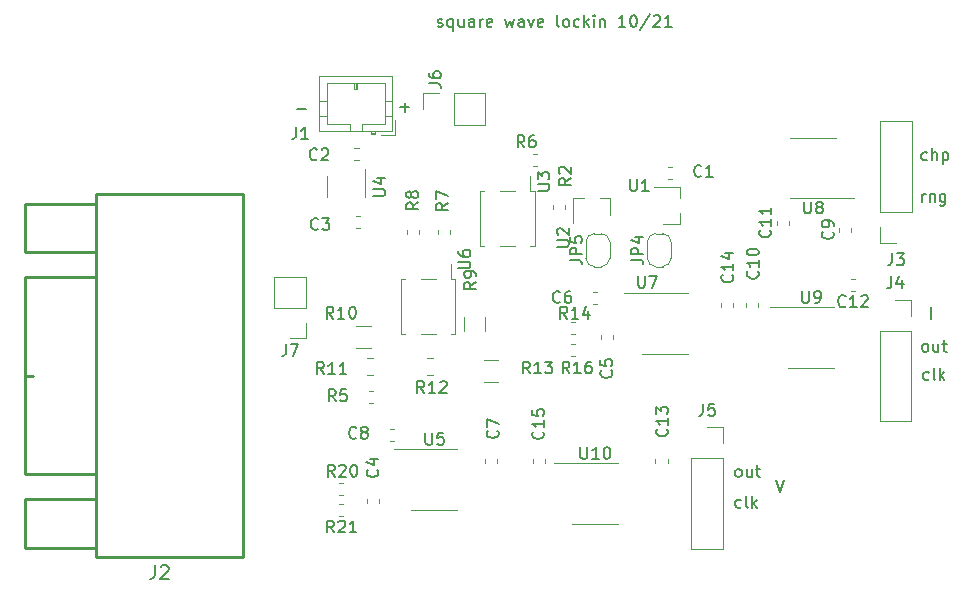
<source format=gto>
G04 #@! TF.GenerationSoftware,KiCad,Pcbnew,(5.1.5-0)*
G04 #@! TF.CreationDate,2021-10-28T15:17:10-06:00*
G04 #@! TF.ProjectId,square_lockin,73717561-7265-45f6-9c6f-636b696e2e6b,rev?*
G04 #@! TF.SameCoordinates,Original*
G04 #@! TF.FileFunction,Legend,Top*
G04 #@! TF.FilePolarity,Positive*
%FSLAX46Y46*%
G04 Gerber Fmt 4.6, Leading zero omitted, Abs format (unit mm)*
G04 Created by KiCad (PCBNEW (5.1.5-0)) date 2021-10-28 15:17:10*
%MOMM*%
%LPD*%
G04 APERTURE LIST*
%ADD10C,0.150000*%
%ADD11C,0.120000*%
%ADD12C,0.254000*%
%ADD13C,0.152000*%
%ADD14C,0.100000*%
%ADD15C,5.102000*%
%ADD16C,1.677000*%
%ADD17R,1.677000X1.677000*%
%ADD18R,0.902000X1.302000*%
%ADD19O,1.802000X1.802000*%
%ADD20R,1.802000X1.802000*%
%ADD21R,0.752000X1.162000*%
%ADD22O,1.302000X1.852000*%
%ADD23R,0.902000X1.002000*%
%ADD24R,1.002000X0.902000*%
G04 APERTURE END LIST*
D10*
X136195238Y-54004761D02*
X136290476Y-54052380D01*
X136480952Y-54052380D01*
X136576190Y-54004761D01*
X136623809Y-53909523D01*
X136623809Y-53861904D01*
X136576190Y-53766666D01*
X136480952Y-53719047D01*
X136338095Y-53719047D01*
X136242857Y-53671428D01*
X136195238Y-53576190D01*
X136195238Y-53528571D01*
X136242857Y-53433333D01*
X136338095Y-53385714D01*
X136480952Y-53385714D01*
X136576190Y-53433333D01*
X137480952Y-53385714D02*
X137480952Y-54385714D01*
X137480952Y-54004761D02*
X137385714Y-54052380D01*
X137195238Y-54052380D01*
X137100000Y-54004761D01*
X137052380Y-53957142D01*
X137004761Y-53861904D01*
X137004761Y-53576190D01*
X137052380Y-53480952D01*
X137100000Y-53433333D01*
X137195238Y-53385714D01*
X137385714Y-53385714D01*
X137480952Y-53433333D01*
X138385714Y-53385714D02*
X138385714Y-54052380D01*
X137957142Y-53385714D02*
X137957142Y-53909523D01*
X138004761Y-54004761D01*
X138100000Y-54052380D01*
X138242857Y-54052380D01*
X138338095Y-54004761D01*
X138385714Y-53957142D01*
X139290476Y-54052380D02*
X139290476Y-53528571D01*
X139242857Y-53433333D01*
X139147619Y-53385714D01*
X138957142Y-53385714D01*
X138861904Y-53433333D01*
X139290476Y-54004761D02*
X139195238Y-54052380D01*
X138957142Y-54052380D01*
X138861904Y-54004761D01*
X138814285Y-53909523D01*
X138814285Y-53814285D01*
X138861904Y-53719047D01*
X138957142Y-53671428D01*
X139195238Y-53671428D01*
X139290476Y-53623809D01*
X139766666Y-54052380D02*
X139766666Y-53385714D01*
X139766666Y-53576190D02*
X139814285Y-53480952D01*
X139861904Y-53433333D01*
X139957142Y-53385714D01*
X140052380Y-53385714D01*
X140766666Y-54004761D02*
X140671428Y-54052380D01*
X140480952Y-54052380D01*
X140385714Y-54004761D01*
X140338095Y-53909523D01*
X140338095Y-53528571D01*
X140385714Y-53433333D01*
X140480952Y-53385714D01*
X140671428Y-53385714D01*
X140766666Y-53433333D01*
X140814285Y-53528571D01*
X140814285Y-53623809D01*
X140338095Y-53719047D01*
X141909523Y-53385714D02*
X142100000Y-54052380D01*
X142290476Y-53576190D01*
X142480952Y-54052380D01*
X142671428Y-53385714D01*
X143480952Y-54052380D02*
X143480952Y-53528571D01*
X143433333Y-53433333D01*
X143338095Y-53385714D01*
X143147619Y-53385714D01*
X143052380Y-53433333D01*
X143480952Y-54004761D02*
X143385714Y-54052380D01*
X143147619Y-54052380D01*
X143052380Y-54004761D01*
X143004761Y-53909523D01*
X143004761Y-53814285D01*
X143052380Y-53719047D01*
X143147619Y-53671428D01*
X143385714Y-53671428D01*
X143480952Y-53623809D01*
X143861904Y-53385714D02*
X144100000Y-54052380D01*
X144338095Y-53385714D01*
X145100000Y-54004761D02*
X145004761Y-54052380D01*
X144814285Y-54052380D01*
X144719047Y-54004761D01*
X144671428Y-53909523D01*
X144671428Y-53528571D01*
X144719047Y-53433333D01*
X144814285Y-53385714D01*
X145004761Y-53385714D01*
X145100000Y-53433333D01*
X145147619Y-53528571D01*
X145147619Y-53623809D01*
X144671428Y-53719047D01*
X146480952Y-54052380D02*
X146385714Y-54004761D01*
X146338095Y-53909523D01*
X146338095Y-53052380D01*
X147004761Y-54052380D02*
X146909523Y-54004761D01*
X146861904Y-53957142D01*
X146814285Y-53861904D01*
X146814285Y-53576190D01*
X146861904Y-53480952D01*
X146909523Y-53433333D01*
X147004761Y-53385714D01*
X147147619Y-53385714D01*
X147242857Y-53433333D01*
X147290476Y-53480952D01*
X147338095Y-53576190D01*
X147338095Y-53861904D01*
X147290476Y-53957142D01*
X147242857Y-54004761D01*
X147147619Y-54052380D01*
X147004761Y-54052380D01*
X148195238Y-54004761D02*
X148100000Y-54052380D01*
X147909523Y-54052380D01*
X147814285Y-54004761D01*
X147766666Y-53957142D01*
X147719047Y-53861904D01*
X147719047Y-53576190D01*
X147766666Y-53480952D01*
X147814285Y-53433333D01*
X147909523Y-53385714D01*
X148100000Y-53385714D01*
X148195238Y-53433333D01*
X148623809Y-54052380D02*
X148623809Y-53052380D01*
X148719047Y-53671428D02*
X149004761Y-54052380D01*
X149004761Y-53385714D02*
X148623809Y-53766666D01*
X149433333Y-54052380D02*
X149433333Y-53385714D01*
X149433333Y-53052380D02*
X149385714Y-53100000D01*
X149433333Y-53147619D01*
X149480952Y-53100000D01*
X149433333Y-53052380D01*
X149433333Y-53147619D01*
X149909523Y-53385714D02*
X149909523Y-54052380D01*
X149909523Y-53480952D02*
X149957142Y-53433333D01*
X150052380Y-53385714D01*
X150195238Y-53385714D01*
X150290476Y-53433333D01*
X150338095Y-53528571D01*
X150338095Y-54052380D01*
X152100000Y-54052380D02*
X151528571Y-54052380D01*
X151814285Y-54052380D02*
X151814285Y-53052380D01*
X151719047Y-53195238D01*
X151623809Y-53290476D01*
X151528571Y-53338095D01*
X152719047Y-53052380D02*
X152814285Y-53052380D01*
X152909523Y-53100000D01*
X152957142Y-53147619D01*
X153004761Y-53242857D01*
X153052380Y-53433333D01*
X153052380Y-53671428D01*
X153004761Y-53861904D01*
X152957142Y-53957142D01*
X152909523Y-54004761D01*
X152814285Y-54052380D01*
X152719047Y-54052380D01*
X152623809Y-54004761D01*
X152576190Y-53957142D01*
X152528571Y-53861904D01*
X152480952Y-53671428D01*
X152480952Y-53433333D01*
X152528571Y-53242857D01*
X152576190Y-53147619D01*
X152623809Y-53100000D01*
X152719047Y-53052380D01*
X154195238Y-53004761D02*
X153338095Y-54290476D01*
X154480952Y-53147619D02*
X154528571Y-53100000D01*
X154623809Y-53052380D01*
X154861904Y-53052380D01*
X154957142Y-53100000D01*
X155004761Y-53147619D01*
X155052380Y-53242857D01*
X155052380Y-53338095D01*
X155004761Y-53480952D01*
X154433333Y-54052380D01*
X155052380Y-54052380D01*
X156004761Y-54052380D02*
X155433333Y-54052380D01*
X155719047Y-54052380D02*
X155719047Y-53052380D01*
X155623809Y-53195238D01*
X155528571Y-53290476D01*
X155433333Y-53338095D01*
X124319047Y-60971428D02*
X125080952Y-60971428D01*
X133019047Y-60871428D02*
X133780952Y-60871428D01*
X133400000Y-61252380D02*
X133400000Y-60490476D01*
X178000000Y-78752380D02*
X178000000Y-77752380D01*
X164866666Y-92452380D02*
X165200000Y-93452380D01*
X165533333Y-92452380D01*
X161871428Y-94704761D02*
X161776190Y-94752380D01*
X161585714Y-94752380D01*
X161490476Y-94704761D01*
X161442857Y-94657142D01*
X161395238Y-94561904D01*
X161395238Y-94276190D01*
X161442857Y-94180952D01*
X161490476Y-94133333D01*
X161585714Y-94085714D01*
X161776190Y-94085714D01*
X161871428Y-94133333D01*
X162442857Y-94752380D02*
X162347619Y-94704761D01*
X162300000Y-94609523D01*
X162300000Y-93752380D01*
X162823809Y-94752380D02*
X162823809Y-93752380D01*
X162919047Y-94371428D02*
X163204761Y-94752380D01*
X163204761Y-94085714D02*
X162823809Y-94466666D01*
X161590476Y-92152380D02*
X161495238Y-92104761D01*
X161447619Y-92057142D01*
X161400000Y-91961904D01*
X161400000Y-91676190D01*
X161447619Y-91580952D01*
X161495238Y-91533333D01*
X161590476Y-91485714D01*
X161733333Y-91485714D01*
X161828571Y-91533333D01*
X161876190Y-91580952D01*
X161923809Y-91676190D01*
X161923809Y-91961904D01*
X161876190Y-92057142D01*
X161828571Y-92104761D01*
X161733333Y-92152380D01*
X161590476Y-92152380D01*
X162780952Y-91485714D02*
X162780952Y-92152380D01*
X162352380Y-91485714D02*
X162352380Y-92009523D01*
X162400000Y-92104761D01*
X162495238Y-92152380D01*
X162638095Y-92152380D01*
X162733333Y-92104761D01*
X162780952Y-92057142D01*
X163114285Y-91485714D02*
X163495238Y-91485714D01*
X163257142Y-91152380D02*
X163257142Y-92009523D01*
X163304761Y-92104761D01*
X163400000Y-92152380D01*
X163495238Y-92152380D01*
X177771428Y-83904761D02*
X177676190Y-83952380D01*
X177485714Y-83952380D01*
X177390476Y-83904761D01*
X177342857Y-83857142D01*
X177295238Y-83761904D01*
X177295238Y-83476190D01*
X177342857Y-83380952D01*
X177390476Y-83333333D01*
X177485714Y-83285714D01*
X177676190Y-83285714D01*
X177771428Y-83333333D01*
X178342857Y-83952380D02*
X178247619Y-83904761D01*
X178200000Y-83809523D01*
X178200000Y-82952380D01*
X178723809Y-83952380D02*
X178723809Y-82952380D01*
X178819047Y-83571428D02*
X179104761Y-83952380D01*
X179104761Y-83285714D02*
X178723809Y-83666666D01*
X177390476Y-81552380D02*
X177295238Y-81504761D01*
X177247619Y-81457142D01*
X177200000Y-81361904D01*
X177200000Y-81076190D01*
X177247619Y-80980952D01*
X177295238Y-80933333D01*
X177390476Y-80885714D01*
X177533333Y-80885714D01*
X177628571Y-80933333D01*
X177676190Y-80980952D01*
X177723809Y-81076190D01*
X177723809Y-81361904D01*
X177676190Y-81457142D01*
X177628571Y-81504761D01*
X177533333Y-81552380D01*
X177390476Y-81552380D01*
X178580952Y-80885714D02*
X178580952Y-81552380D01*
X178152380Y-80885714D02*
X178152380Y-81409523D01*
X178200000Y-81504761D01*
X178295238Y-81552380D01*
X178438095Y-81552380D01*
X178533333Y-81504761D01*
X178580952Y-81457142D01*
X178914285Y-80885714D02*
X179295238Y-80885714D01*
X179057142Y-80552380D02*
X179057142Y-81409523D01*
X179104761Y-81504761D01*
X179200000Y-81552380D01*
X179295238Y-81552380D01*
X177223809Y-68852380D02*
X177223809Y-68185714D01*
X177223809Y-68376190D02*
X177271428Y-68280952D01*
X177319047Y-68233333D01*
X177414285Y-68185714D01*
X177509523Y-68185714D01*
X177842857Y-68185714D02*
X177842857Y-68852380D01*
X177842857Y-68280952D02*
X177890476Y-68233333D01*
X177985714Y-68185714D01*
X178128571Y-68185714D01*
X178223809Y-68233333D01*
X178271428Y-68328571D01*
X178271428Y-68852380D01*
X179176190Y-68185714D02*
X179176190Y-68995238D01*
X179128571Y-69090476D01*
X179080952Y-69138095D01*
X178985714Y-69185714D01*
X178842857Y-69185714D01*
X178747619Y-69138095D01*
X179176190Y-68804761D02*
X179080952Y-68852380D01*
X178890476Y-68852380D01*
X178795238Y-68804761D01*
X178747619Y-68757142D01*
X178700000Y-68661904D01*
X178700000Y-68376190D01*
X178747619Y-68280952D01*
X178795238Y-68233333D01*
X178890476Y-68185714D01*
X179080952Y-68185714D01*
X179176190Y-68233333D01*
X177633333Y-65304761D02*
X177538095Y-65352380D01*
X177347619Y-65352380D01*
X177252380Y-65304761D01*
X177204761Y-65257142D01*
X177157142Y-65161904D01*
X177157142Y-64876190D01*
X177204761Y-64780952D01*
X177252380Y-64733333D01*
X177347619Y-64685714D01*
X177538095Y-64685714D01*
X177633333Y-64733333D01*
X178061904Y-65352380D02*
X178061904Y-64352380D01*
X178490476Y-65352380D02*
X178490476Y-64828571D01*
X178442857Y-64733333D01*
X178347619Y-64685714D01*
X178204761Y-64685714D01*
X178109523Y-64733333D01*
X178061904Y-64780952D01*
X178966666Y-64685714D02*
X178966666Y-65685714D01*
X178966666Y-64733333D02*
X179061904Y-64685714D01*
X179252380Y-64685714D01*
X179347619Y-64733333D01*
X179395238Y-64780952D01*
X179442857Y-64876190D01*
X179442857Y-65161904D01*
X179395238Y-65257142D01*
X179347619Y-65304761D01*
X179252380Y-65352380D01*
X179061904Y-65352380D01*
X178966666Y-65304761D01*
D11*
X135786252Y-82090000D02*
X135263748Y-82090000D01*
X135786252Y-83510000D02*
X135263748Y-83510000D01*
X130736252Y-82090000D02*
X130213748Y-82090000D01*
X130736252Y-83510000D02*
X130213748Y-83510000D01*
X130353733Y-85910000D02*
X130696267Y-85910000D01*
X130353733Y-84890000D02*
X130696267Y-84890000D01*
D12*
X107230000Y-69010000D02*
X101230000Y-69010000D01*
X101230000Y-73150000D02*
X107230000Y-73150000D01*
X101230000Y-69040000D02*
X101230000Y-73150000D01*
X101230000Y-98150000D02*
X101230000Y-94040000D01*
X107230000Y-98150000D02*
X101230000Y-98150000D01*
X107230000Y-94010000D02*
X101230000Y-94010000D01*
X101230000Y-75200000D02*
X107230000Y-75200000D01*
X101230000Y-91950000D02*
X101230000Y-75200000D01*
X107230000Y-91950000D02*
X101230000Y-91950000D01*
X101950000Y-83575000D02*
X101250000Y-83575000D01*
X107230000Y-98980000D02*
X107230000Y-68180000D01*
X119730000Y-98980000D02*
X107230000Y-98980000D01*
X119730000Y-68180000D02*
X119730000Y-98980000D01*
X107230000Y-68180000D02*
X119730000Y-68180000D01*
D11*
X141480000Y-72650000D02*
X142720000Y-72650000D01*
X141480000Y-67950000D02*
X142720000Y-67950000D01*
X144050000Y-67950000D02*
X144400000Y-67950000D01*
X144400000Y-67950000D02*
X144400000Y-72650000D01*
X144400000Y-72650000D02*
X144050000Y-72650000D01*
X144050000Y-67950000D02*
X144050000Y-66700000D01*
X140150000Y-67950000D02*
X139800000Y-67950000D01*
X139800000Y-67950000D02*
X139800000Y-72650000D01*
X139800000Y-72650000D02*
X140150000Y-72650000D01*
X125030000Y-80430000D02*
X123700000Y-80430000D01*
X125030000Y-79100000D02*
X125030000Y-80430000D01*
X125030000Y-77830000D02*
X122370000Y-77830000D01*
X122370000Y-77830000D02*
X122370000Y-75230000D01*
X125030000Y-77830000D02*
X125030000Y-75230000D01*
X125030000Y-75230000D02*
X122370000Y-75230000D01*
X134970000Y-61000000D02*
X134970000Y-59670000D01*
X134970000Y-59670000D02*
X136300000Y-59670000D01*
X137570000Y-59670000D02*
X140170000Y-59670000D01*
X140170000Y-62330000D02*
X140170000Y-59670000D01*
X137570000Y-62330000D02*
X140170000Y-62330000D01*
X137570000Y-62330000D02*
X137570000Y-59670000D01*
X144240000Y-90628733D02*
X144240000Y-90971267D01*
X145260000Y-90628733D02*
X145260000Y-90971267D01*
X135925000Y-89815000D02*
X132475000Y-89815000D01*
X135925000Y-89815000D02*
X137875000Y-89815000D01*
X135925000Y-94935000D02*
X133975000Y-94935000D01*
X135925000Y-94935000D02*
X137875000Y-94935000D01*
X160190000Y-77428733D02*
X160190000Y-77771267D01*
X161210000Y-77428733D02*
X161210000Y-77771267D01*
X159000000Y-87970000D02*
X160330000Y-87970000D01*
X160330000Y-87970000D02*
X160330000Y-89300000D01*
X160330000Y-90570000D02*
X160330000Y-98250000D01*
X157670000Y-98250000D02*
X160330000Y-98250000D01*
X157670000Y-90570000D02*
X157670000Y-98250000D01*
X157670000Y-90570000D02*
X160330000Y-90570000D01*
X174950000Y-77170000D02*
X176280000Y-77170000D01*
X176280000Y-77170000D02*
X176280000Y-78500000D01*
X176280000Y-79770000D02*
X176280000Y-87450000D01*
X173620000Y-87450000D02*
X176280000Y-87450000D01*
X173620000Y-79770000D02*
X173620000Y-87450000D01*
X173620000Y-79770000D02*
X176280000Y-79770000D01*
X175000000Y-72330000D02*
X173670000Y-72330000D01*
X173670000Y-72330000D02*
X173670000Y-71000000D01*
X173670000Y-69730000D02*
X173670000Y-62050000D01*
X176330000Y-62050000D02*
X173670000Y-62050000D01*
X176330000Y-69730000D02*
X176330000Y-62050000D01*
X176330000Y-69730000D02*
X173670000Y-69730000D01*
X149525000Y-91015000D02*
X146075000Y-91015000D01*
X149525000Y-91015000D02*
X151475000Y-91015000D01*
X149525000Y-96135000D02*
X147575000Y-96135000D01*
X149525000Y-96135000D02*
X151475000Y-96135000D01*
X167825000Y-77815000D02*
X164375000Y-77815000D01*
X167825000Y-77815000D02*
X169775000Y-77815000D01*
X167825000Y-82935000D02*
X165875000Y-82935000D01*
X167825000Y-82935000D02*
X169775000Y-82935000D01*
X168000000Y-68560000D02*
X171450000Y-68560000D01*
X168000000Y-68560000D02*
X166050000Y-68560000D01*
X168000000Y-63440000D02*
X169950000Y-63440000D01*
X168000000Y-63440000D02*
X166050000Y-63440000D01*
X155425000Y-76615000D02*
X151975000Y-76615000D01*
X155425000Y-76615000D02*
X157375000Y-76615000D01*
X155425000Y-81735000D02*
X153475000Y-81735000D01*
X155425000Y-81735000D02*
X157375000Y-81735000D01*
X134780000Y-80100000D02*
X136020000Y-80100000D01*
X134780000Y-75400000D02*
X136020000Y-75400000D01*
X137350000Y-75400000D02*
X137700000Y-75400000D01*
X137700000Y-75400000D02*
X137700000Y-80100000D01*
X137700000Y-80100000D02*
X137350000Y-80100000D01*
X137350000Y-75400000D02*
X137350000Y-74150000D01*
X133450000Y-75400000D02*
X133100000Y-75400000D01*
X133100000Y-75400000D02*
X133100000Y-80100000D01*
X133100000Y-80100000D02*
X133450000Y-80100000D01*
X130010000Y-68500000D02*
X130010000Y-66050000D01*
X126790000Y-66700000D02*
X126790000Y-68500000D01*
X147821267Y-80865000D02*
X147478733Y-80865000D01*
X147821267Y-81885000D02*
X147478733Y-81885000D01*
X147821267Y-79065000D02*
X147478733Y-79065000D01*
X147821267Y-80085000D02*
X147478733Y-80085000D01*
X141289564Y-82290000D02*
X140085436Y-82290000D01*
X141289564Y-84110000D02*
X140085436Y-84110000D01*
X130514564Y-79390000D02*
X129310436Y-79390000D01*
X130514564Y-81210000D02*
X129310436Y-81210000D01*
X140210000Y-79839564D02*
X140210000Y-78635436D01*
X138390000Y-79839564D02*
X138390000Y-78635436D01*
X134610000Y-71621267D02*
X134610000Y-71278733D01*
X133590000Y-71621267D02*
X133590000Y-71278733D01*
X137210000Y-71621267D02*
X137210000Y-71278733D01*
X136190000Y-71621267D02*
X136190000Y-71278733D01*
X132610000Y-63210000D02*
X132610000Y-61960000D01*
X131360000Y-63210000D02*
X132610000Y-63210000D01*
X129250000Y-58800000D02*
X129250000Y-59300000D01*
X129150000Y-59300000D02*
X129150000Y-58800000D01*
X129350000Y-59300000D02*
X129150000Y-59300000D01*
X129350000Y-58800000D02*
X129350000Y-59300000D01*
X126190000Y-60300000D02*
X126800000Y-60300000D01*
X126190000Y-61600000D02*
X126800000Y-61600000D01*
X132310000Y-60300000D02*
X131700000Y-60300000D01*
X132310000Y-61600000D02*
X131700000Y-61600000D01*
X128750000Y-62300000D02*
X128750000Y-62910000D01*
X126800000Y-62300000D02*
X128750000Y-62300000D01*
X126800000Y-58800000D02*
X126800000Y-62300000D01*
X131700000Y-58800000D02*
X126800000Y-58800000D01*
X131700000Y-62300000D02*
X131700000Y-58800000D01*
X129750000Y-62300000D02*
X131700000Y-62300000D01*
X129750000Y-62910000D02*
X129750000Y-62300000D01*
X130550000Y-63010000D02*
X130850000Y-63010000D01*
X130850000Y-63110000D02*
X130850000Y-62910000D01*
X130550000Y-63110000D02*
X130850000Y-63110000D01*
X130550000Y-62910000D02*
X130550000Y-63110000D01*
X126190000Y-62910000D02*
X132310000Y-62910000D01*
X126190000Y-58190000D02*
X126190000Y-62910000D01*
X132310000Y-58190000D02*
X126190000Y-58190000D01*
X132310000Y-62910000D02*
X132310000Y-58190000D01*
X154640000Y-90603733D02*
X154640000Y-90946267D01*
X155660000Y-90603733D02*
X155660000Y-90946267D01*
X171546267Y-75390000D02*
X171203733Y-75390000D01*
X171546267Y-76410000D02*
X171203733Y-76410000D01*
X165910000Y-70796267D02*
X165910000Y-70453733D01*
X164890000Y-70796267D02*
X164890000Y-70453733D01*
X162315000Y-77428733D02*
X162315000Y-77771267D01*
X163335000Y-77428733D02*
X163335000Y-77771267D01*
X171210000Y-71396267D02*
X171210000Y-71053733D01*
X170190000Y-71396267D02*
X170190000Y-71053733D01*
X132521267Y-88065000D02*
X132178733Y-88065000D01*
X132521267Y-89085000D02*
X132178733Y-89085000D01*
X149721267Y-76465000D02*
X149378733Y-76465000D01*
X149721267Y-77485000D02*
X149378733Y-77485000D01*
X151035000Y-80521267D02*
X151035000Y-80178733D01*
X150015000Y-80521267D02*
X150015000Y-80178733D01*
X129596267Y-70090000D02*
X129253733Y-70090000D01*
X129596267Y-71110000D02*
X129253733Y-71110000D01*
X129496267Y-64290000D02*
X129153733Y-64290000D01*
X129496267Y-65310000D02*
X129153733Y-65310000D01*
X150830000Y-68540000D02*
X150830000Y-70000000D01*
X147670000Y-68540000D02*
X147670000Y-70700000D01*
X147670000Y-68540000D02*
X148600000Y-68540000D01*
X150830000Y-68540000D02*
X149900000Y-68540000D01*
X156710000Y-70780000D02*
X155250000Y-70780000D01*
X156710000Y-67620000D02*
X154550000Y-67620000D01*
X156710000Y-67620000D02*
X156710000Y-68550000D01*
X156710000Y-70780000D02*
X156710000Y-69850000D01*
X128221267Y-94465000D02*
X127878733Y-94465000D01*
X128221267Y-95485000D02*
X127878733Y-95485000D01*
X128196267Y-92665000D02*
X127853733Y-92665000D01*
X128196267Y-93685000D02*
X127853733Y-93685000D01*
X144571267Y-64790000D02*
X144228733Y-64790000D01*
X144571267Y-65810000D02*
X144228733Y-65810000D01*
X146960000Y-69496267D02*
X146960000Y-69153733D01*
X145940000Y-69496267D02*
X145940000Y-69153733D01*
X148750000Y-73650000D02*
X148750000Y-72250000D01*
X149450000Y-71550000D02*
X150050000Y-71550000D01*
X150750000Y-72250000D02*
X150750000Y-73650000D01*
X150050000Y-74350000D02*
X149450000Y-74350000D01*
X149450000Y-74350000D02*
G75*
G02X148750000Y-73650000I0J700000D01*
G01*
X150750000Y-73650000D02*
G75*
G02X150050000Y-74350000I-700000J0D01*
G01*
X150050000Y-71550000D02*
G75*
G02X150750000Y-72250000I0J-700000D01*
G01*
X148750000Y-72250000D02*
G75*
G02X149450000Y-71550000I700000J0D01*
G01*
X153950000Y-73650000D02*
X153950000Y-72250000D01*
X154650000Y-71550000D02*
X155250000Y-71550000D01*
X155950000Y-72250000D02*
X155950000Y-73650000D01*
X155250000Y-74350000D02*
X154650000Y-74350000D01*
X154650000Y-74350000D02*
G75*
G02X153950000Y-73650000I0J700000D01*
G01*
X155950000Y-73650000D02*
G75*
G02X155250000Y-74350000I-700000J0D01*
G01*
X155250000Y-71550000D02*
G75*
G02X155950000Y-72250000I0J-700000D01*
G01*
X153950000Y-72250000D02*
G75*
G02X154650000Y-71550000I700000J0D01*
G01*
X140240000Y-90628733D02*
X140240000Y-90971267D01*
X141260000Y-90628733D02*
X141260000Y-90971267D01*
X131235000Y-94346267D02*
X131235000Y-94003733D01*
X130215000Y-94346267D02*
X130215000Y-94003733D01*
X155703733Y-66910000D02*
X156046267Y-66910000D01*
X155703733Y-65890000D02*
X156046267Y-65890000D01*
D10*
X135057142Y-85052380D02*
X134723809Y-84576190D01*
X134485714Y-85052380D02*
X134485714Y-84052380D01*
X134866666Y-84052380D01*
X134961904Y-84100000D01*
X135009523Y-84147619D01*
X135057142Y-84242857D01*
X135057142Y-84385714D01*
X135009523Y-84480952D01*
X134961904Y-84528571D01*
X134866666Y-84576190D01*
X134485714Y-84576190D01*
X136009523Y-85052380D02*
X135438095Y-85052380D01*
X135723809Y-85052380D02*
X135723809Y-84052380D01*
X135628571Y-84195238D01*
X135533333Y-84290476D01*
X135438095Y-84338095D01*
X136390476Y-84147619D02*
X136438095Y-84100000D01*
X136533333Y-84052380D01*
X136771428Y-84052380D01*
X136866666Y-84100000D01*
X136914285Y-84147619D01*
X136961904Y-84242857D01*
X136961904Y-84338095D01*
X136914285Y-84480952D01*
X136342857Y-85052380D01*
X136961904Y-85052380D01*
X126557142Y-83452380D02*
X126223809Y-82976190D01*
X125985714Y-83452380D02*
X125985714Y-82452380D01*
X126366666Y-82452380D01*
X126461904Y-82500000D01*
X126509523Y-82547619D01*
X126557142Y-82642857D01*
X126557142Y-82785714D01*
X126509523Y-82880952D01*
X126461904Y-82928571D01*
X126366666Y-82976190D01*
X125985714Y-82976190D01*
X127509523Y-83452380D02*
X126938095Y-83452380D01*
X127223809Y-83452380D02*
X127223809Y-82452380D01*
X127128571Y-82595238D01*
X127033333Y-82690476D01*
X126938095Y-82738095D01*
X128461904Y-83452380D02*
X127890476Y-83452380D01*
X128176190Y-83452380D02*
X128176190Y-82452380D01*
X128080952Y-82595238D01*
X127985714Y-82690476D01*
X127890476Y-82738095D01*
X127558333Y-85752380D02*
X127225000Y-85276190D01*
X126986904Y-85752380D02*
X126986904Y-84752380D01*
X127367857Y-84752380D01*
X127463095Y-84800000D01*
X127510714Y-84847619D01*
X127558333Y-84942857D01*
X127558333Y-85085714D01*
X127510714Y-85180952D01*
X127463095Y-85228571D01*
X127367857Y-85276190D01*
X126986904Y-85276190D01*
X128463095Y-84752380D02*
X127986904Y-84752380D01*
X127939285Y-85228571D01*
X127986904Y-85180952D01*
X128082142Y-85133333D01*
X128320238Y-85133333D01*
X128415476Y-85180952D01*
X128463095Y-85228571D01*
X128510714Y-85323809D01*
X128510714Y-85561904D01*
X128463095Y-85657142D01*
X128415476Y-85704761D01*
X128320238Y-85752380D01*
X128082142Y-85752380D01*
X127986904Y-85704761D01*
X127939285Y-85657142D01*
D13*
X112270485Y-99654071D02*
X112270485Y-100470500D01*
X112216057Y-100633785D01*
X112107200Y-100742642D01*
X111943914Y-100797071D01*
X111835057Y-100797071D01*
X112760342Y-99762928D02*
X112814771Y-99708500D01*
X112923628Y-99654071D01*
X113195771Y-99654071D01*
X113304628Y-99708500D01*
X113359057Y-99762928D01*
X113413485Y-99871785D01*
X113413485Y-99980642D01*
X113359057Y-100143928D01*
X112705914Y-100797071D01*
X113413485Y-100797071D01*
D10*
X144652380Y-67911904D02*
X145461904Y-67911904D01*
X145557142Y-67864285D01*
X145604761Y-67816666D01*
X145652380Y-67721428D01*
X145652380Y-67530952D01*
X145604761Y-67435714D01*
X145557142Y-67388095D01*
X145461904Y-67340476D01*
X144652380Y-67340476D01*
X144652380Y-66959523D02*
X144652380Y-66340476D01*
X145033333Y-66673809D01*
X145033333Y-66530952D01*
X145080952Y-66435714D01*
X145128571Y-66388095D01*
X145223809Y-66340476D01*
X145461904Y-66340476D01*
X145557142Y-66388095D01*
X145604761Y-66435714D01*
X145652380Y-66530952D01*
X145652380Y-66816666D01*
X145604761Y-66911904D01*
X145557142Y-66959523D01*
X123366666Y-80882380D02*
X123366666Y-81596666D01*
X123319047Y-81739523D01*
X123223809Y-81834761D01*
X123080952Y-81882380D01*
X122985714Y-81882380D01*
X123747619Y-80882380D02*
X124414285Y-80882380D01*
X123985714Y-81882380D01*
X135452380Y-58833333D02*
X136166666Y-58833333D01*
X136309523Y-58880952D01*
X136404761Y-58976190D01*
X136452380Y-59119047D01*
X136452380Y-59214285D01*
X135452380Y-57928571D02*
X135452380Y-58119047D01*
X135500000Y-58214285D01*
X135547619Y-58261904D01*
X135690476Y-58357142D01*
X135880952Y-58404761D01*
X136261904Y-58404761D01*
X136357142Y-58357142D01*
X136404761Y-58309523D01*
X136452380Y-58214285D01*
X136452380Y-58023809D01*
X136404761Y-57928571D01*
X136357142Y-57880952D01*
X136261904Y-57833333D01*
X136023809Y-57833333D01*
X135928571Y-57880952D01*
X135880952Y-57928571D01*
X135833333Y-58023809D01*
X135833333Y-58214285D01*
X135880952Y-58309523D01*
X135928571Y-58357142D01*
X136023809Y-58404761D01*
X145107142Y-88317857D02*
X145154761Y-88365476D01*
X145202380Y-88508333D01*
X145202380Y-88603571D01*
X145154761Y-88746428D01*
X145059523Y-88841666D01*
X144964285Y-88889285D01*
X144773809Y-88936904D01*
X144630952Y-88936904D01*
X144440476Y-88889285D01*
X144345238Y-88841666D01*
X144250000Y-88746428D01*
X144202380Y-88603571D01*
X144202380Y-88508333D01*
X144250000Y-88365476D01*
X144297619Y-88317857D01*
X145202380Y-87365476D02*
X145202380Y-87936904D01*
X145202380Y-87651190D02*
X144202380Y-87651190D01*
X144345238Y-87746428D01*
X144440476Y-87841666D01*
X144488095Y-87936904D01*
X144202380Y-86460714D02*
X144202380Y-86936904D01*
X144678571Y-86984523D01*
X144630952Y-86936904D01*
X144583333Y-86841666D01*
X144583333Y-86603571D01*
X144630952Y-86508333D01*
X144678571Y-86460714D01*
X144773809Y-86413095D01*
X145011904Y-86413095D01*
X145107142Y-86460714D01*
X145154761Y-86508333D01*
X145202380Y-86603571D01*
X145202380Y-86841666D01*
X145154761Y-86936904D01*
X145107142Y-86984523D01*
X135163095Y-88427380D02*
X135163095Y-89236904D01*
X135210714Y-89332142D01*
X135258333Y-89379761D01*
X135353571Y-89427380D01*
X135544047Y-89427380D01*
X135639285Y-89379761D01*
X135686904Y-89332142D01*
X135734523Y-89236904D01*
X135734523Y-88427380D01*
X136686904Y-88427380D02*
X136210714Y-88427380D01*
X136163095Y-88903571D01*
X136210714Y-88855952D01*
X136305952Y-88808333D01*
X136544047Y-88808333D01*
X136639285Y-88855952D01*
X136686904Y-88903571D01*
X136734523Y-88998809D01*
X136734523Y-89236904D01*
X136686904Y-89332142D01*
X136639285Y-89379761D01*
X136544047Y-89427380D01*
X136305952Y-89427380D01*
X136210714Y-89379761D01*
X136163095Y-89332142D01*
X161132142Y-75042857D02*
X161179761Y-75090476D01*
X161227380Y-75233333D01*
X161227380Y-75328571D01*
X161179761Y-75471428D01*
X161084523Y-75566666D01*
X160989285Y-75614285D01*
X160798809Y-75661904D01*
X160655952Y-75661904D01*
X160465476Y-75614285D01*
X160370238Y-75566666D01*
X160275000Y-75471428D01*
X160227380Y-75328571D01*
X160227380Y-75233333D01*
X160275000Y-75090476D01*
X160322619Y-75042857D01*
X161227380Y-74090476D02*
X161227380Y-74661904D01*
X161227380Y-74376190D02*
X160227380Y-74376190D01*
X160370238Y-74471428D01*
X160465476Y-74566666D01*
X160513095Y-74661904D01*
X160560714Y-73233333D02*
X161227380Y-73233333D01*
X160179761Y-73471428D02*
X160894047Y-73709523D01*
X160894047Y-73090476D01*
X158666666Y-85982380D02*
X158666666Y-86696666D01*
X158619047Y-86839523D01*
X158523809Y-86934761D01*
X158380952Y-86982380D01*
X158285714Y-86982380D01*
X159619047Y-85982380D02*
X159142857Y-85982380D01*
X159095238Y-86458571D01*
X159142857Y-86410952D01*
X159238095Y-86363333D01*
X159476190Y-86363333D01*
X159571428Y-86410952D01*
X159619047Y-86458571D01*
X159666666Y-86553809D01*
X159666666Y-86791904D01*
X159619047Y-86887142D01*
X159571428Y-86934761D01*
X159476190Y-86982380D01*
X159238095Y-86982380D01*
X159142857Y-86934761D01*
X159095238Y-86887142D01*
X174616666Y-75182380D02*
X174616666Y-75896666D01*
X174569047Y-76039523D01*
X174473809Y-76134761D01*
X174330952Y-76182380D01*
X174235714Y-76182380D01*
X175521428Y-75515714D02*
X175521428Y-76182380D01*
X175283333Y-75134761D02*
X175045238Y-75849047D01*
X175664285Y-75849047D01*
X174666666Y-73222380D02*
X174666666Y-73936666D01*
X174619047Y-74079523D01*
X174523809Y-74174761D01*
X174380952Y-74222380D01*
X174285714Y-74222380D01*
X175047619Y-73222380D02*
X175666666Y-73222380D01*
X175333333Y-73603333D01*
X175476190Y-73603333D01*
X175571428Y-73650952D01*
X175619047Y-73698571D01*
X175666666Y-73793809D01*
X175666666Y-74031904D01*
X175619047Y-74127142D01*
X175571428Y-74174761D01*
X175476190Y-74222380D01*
X175190476Y-74222380D01*
X175095238Y-74174761D01*
X175047619Y-74127142D01*
X148286904Y-89627380D02*
X148286904Y-90436904D01*
X148334523Y-90532142D01*
X148382142Y-90579761D01*
X148477380Y-90627380D01*
X148667857Y-90627380D01*
X148763095Y-90579761D01*
X148810714Y-90532142D01*
X148858333Y-90436904D01*
X148858333Y-89627380D01*
X149858333Y-90627380D02*
X149286904Y-90627380D01*
X149572619Y-90627380D02*
X149572619Y-89627380D01*
X149477380Y-89770238D01*
X149382142Y-89865476D01*
X149286904Y-89913095D01*
X150477380Y-89627380D02*
X150572619Y-89627380D01*
X150667857Y-89675000D01*
X150715476Y-89722619D01*
X150763095Y-89817857D01*
X150810714Y-90008333D01*
X150810714Y-90246428D01*
X150763095Y-90436904D01*
X150715476Y-90532142D01*
X150667857Y-90579761D01*
X150572619Y-90627380D01*
X150477380Y-90627380D01*
X150382142Y-90579761D01*
X150334523Y-90532142D01*
X150286904Y-90436904D01*
X150239285Y-90246428D01*
X150239285Y-90008333D01*
X150286904Y-89817857D01*
X150334523Y-89722619D01*
X150382142Y-89675000D01*
X150477380Y-89627380D01*
X167063095Y-76427380D02*
X167063095Y-77236904D01*
X167110714Y-77332142D01*
X167158333Y-77379761D01*
X167253571Y-77427380D01*
X167444047Y-77427380D01*
X167539285Y-77379761D01*
X167586904Y-77332142D01*
X167634523Y-77236904D01*
X167634523Y-76427380D01*
X168158333Y-77427380D02*
X168348809Y-77427380D01*
X168444047Y-77379761D01*
X168491666Y-77332142D01*
X168586904Y-77189285D01*
X168634523Y-76998809D01*
X168634523Y-76617857D01*
X168586904Y-76522619D01*
X168539285Y-76475000D01*
X168444047Y-76427380D01*
X168253571Y-76427380D01*
X168158333Y-76475000D01*
X168110714Y-76522619D01*
X168063095Y-76617857D01*
X168063095Y-76855952D01*
X168110714Y-76951190D01*
X168158333Y-76998809D01*
X168253571Y-77046428D01*
X168444047Y-77046428D01*
X168539285Y-76998809D01*
X168586904Y-76951190D01*
X168634523Y-76855952D01*
X167238095Y-68852380D02*
X167238095Y-69661904D01*
X167285714Y-69757142D01*
X167333333Y-69804761D01*
X167428571Y-69852380D01*
X167619047Y-69852380D01*
X167714285Y-69804761D01*
X167761904Y-69757142D01*
X167809523Y-69661904D01*
X167809523Y-68852380D01*
X168428571Y-69280952D02*
X168333333Y-69233333D01*
X168285714Y-69185714D01*
X168238095Y-69090476D01*
X168238095Y-69042857D01*
X168285714Y-68947619D01*
X168333333Y-68900000D01*
X168428571Y-68852380D01*
X168619047Y-68852380D01*
X168714285Y-68900000D01*
X168761904Y-68947619D01*
X168809523Y-69042857D01*
X168809523Y-69090476D01*
X168761904Y-69185714D01*
X168714285Y-69233333D01*
X168619047Y-69280952D01*
X168428571Y-69280952D01*
X168333333Y-69328571D01*
X168285714Y-69376190D01*
X168238095Y-69471428D01*
X168238095Y-69661904D01*
X168285714Y-69757142D01*
X168333333Y-69804761D01*
X168428571Y-69852380D01*
X168619047Y-69852380D01*
X168714285Y-69804761D01*
X168761904Y-69757142D01*
X168809523Y-69661904D01*
X168809523Y-69471428D01*
X168761904Y-69376190D01*
X168714285Y-69328571D01*
X168619047Y-69280952D01*
X153163095Y-75127380D02*
X153163095Y-75936904D01*
X153210714Y-76032142D01*
X153258333Y-76079761D01*
X153353571Y-76127380D01*
X153544047Y-76127380D01*
X153639285Y-76079761D01*
X153686904Y-76032142D01*
X153734523Y-75936904D01*
X153734523Y-75127380D01*
X154115476Y-75127380D02*
X154782142Y-75127380D01*
X154353571Y-76127380D01*
X137952380Y-74511904D02*
X138761904Y-74511904D01*
X138857142Y-74464285D01*
X138904761Y-74416666D01*
X138952380Y-74321428D01*
X138952380Y-74130952D01*
X138904761Y-74035714D01*
X138857142Y-73988095D01*
X138761904Y-73940476D01*
X137952380Y-73940476D01*
X137952380Y-73035714D02*
X137952380Y-73226190D01*
X138000000Y-73321428D01*
X138047619Y-73369047D01*
X138190476Y-73464285D01*
X138380952Y-73511904D01*
X138761904Y-73511904D01*
X138857142Y-73464285D01*
X138904761Y-73416666D01*
X138952380Y-73321428D01*
X138952380Y-73130952D01*
X138904761Y-73035714D01*
X138857142Y-72988095D01*
X138761904Y-72940476D01*
X138523809Y-72940476D01*
X138428571Y-72988095D01*
X138380952Y-73035714D01*
X138333333Y-73130952D01*
X138333333Y-73321428D01*
X138380952Y-73416666D01*
X138428571Y-73464285D01*
X138523809Y-73511904D01*
X130752380Y-68361904D02*
X131561904Y-68361904D01*
X131657142Y-68314285D01*
X131704761Y-68266666D01*
X131752380Y-68171428D01*
X131752380Y-67980952D01*
X131704761Y-67885714D01*
X131657142Y-67838095D01*
X131561904Y-67790476D01*
X130752380Y-67790476D01*
X131085714Y-66885714D02*
X131752380Y-66885714D01*
X130704761Y-67123809D02*
X131419047Y-67361904D01*
X131419047Y-66742857D01*
X147357142Y-83402380D02*
X147023809Y-82926190D01*
X146785714Y-83402380D02*
X146785714Y-82402380D01*
X147166666Y-82402380D01*
X147261904Y-82450000D01*
X147309523Y-82497619D01*
X147357142Y-82592857D01*
X147357142Y-82735714D01*
X147309523Y-82830952D01*
X147261904Y-82878571D01*
X147166666Y-82926190D01*
X146785714Y-82926190D01*
X148309523Y-83402380D02*
X147738095Y-83402380D01*
X148023809Y-83402380D02*
X148023809Y-82402380D01*
X147928571Y-82545238D01*
X147833333Y-82640476D01*
X147738095Y-82688095D01*
X149166666Y-82402380D02*
X148976190Y-82402380D01*
X148880952Y-82450000D01*
X148833333Y-82497619D01*
X148738095Y-82640476D01*
X148690476Y-82830952D01*
X148690476Y-83211904D01*
X148738095Y-83307142D01*
X148785714Y-83354761D01*
X148880952Y-83402380D01*
X149071428Y-83402380D01*
X149166666Y-83354761D01*
X149214285Y-83307142D01*
X149261904Y-83211904D01*
X149261904Y-82973809D01*
X149214285Y-82878571D01*
X149166666Y-82830952D01*
X149071428Y-82783333D01*
X148880952Y-82783333D01*
X148785714Y-82830952D01*
X148738095Y-82878571D01*
X148690476Y-82973809D01*
X147157142Y-78752380D02*
X146823809Y-78276190D01*
X146585714Y-78752380D02*
X146585714Y-77752380D01*
X146966666Y-77752380D01*
X147061904Y-77800000D01*
X147109523Y-77847619D01*
X147157142Y-77942857D01*
X147157142Y-78085714D01*
X147109523Y-78180952D01*
X147061904Y-78228571D01*
X146966666Y-78276190D01*
X146585714Y-78276190D01*
X148109523Y-78752380D02*
X147538095Y-78752380D01*
X147823809Y-78752380D02*
X147823809Y-77752380D01*
X147728571Y-77895238D01*
X147633333Y-77990476D01*
X147538095Y-78038095D01*
X148966666Y-78085714D02*
X148966666Y-78752380D01*
X148728571Y-77704761D02*
X148490476Y-78419047D01*
X149109523Y-78419047D01*
X144007142Y-83402380D02*
X143673809Y-82926190D01*
X143435714Y-83402380D02*
X143435714Y-82402380D01*
X143816666Y-82402380D01*
X143911904Y-82450000D01*
X143959523Y-82497619D01*
X144007142Y-82592857D01*
X144007142Y-82735714D01*
X143959523Y-82830952D01*
X143911904Y-82878571D01*
X143816666Y-82926190D01*
X143435714Y-82926190D01*
X144959523Y-83402380D02*
X144388095Y-83402380D01*
X144673809Y-83402380D02*
X144673809Y-82402380D01*
X144578571Y-82545238D01*
X144483333Y-82640476D01*
X144388095Y-82688095D01*
X145292857Y-82402380D02*
X145911904Y-82402380D01*
X145578571Y-82783333D01*
X145721428Y-82783333D01*
X145816666Y-82830952D01*
X145864285Y-82878571D01*
X145911904Y-82973809D01*
X145911904Y-83211904D01*
X145864285Y-83307142D01*
X145816666Y-83354761D01*
X145721428Y-83402380D01*
X145435714Y-83402380D01*
X145340476Y-83354761D01*
X145292857Y-83307142D01*
X127357142Y-78752380D02*
X127023809Y-78276190D01*
X126785714Y-78752380D02*
X126785714Y-77752380D01*
X127166666Y-77752380D01*
X127261904Y-77800000D01*
X127309523Y-77847619D01*
X127357142Y-77942857D01*
X127357142Y-78085714D01*
X127309523Y-78180952D01*
X127261904Y-78228571D01*
X127166666Y-78276190D01*
X126785714Y-78276190D01*
X128309523Y-78752380D02*
X127738095Y-78752380D01*
X128023809Y-78752380D02*
X128023809Y-77752380D01*
X127928571Y-77895238D01*
X127833333Y-77990476D01*
X127738095Y-78038095D01*
X128928571Y-77752380D02*
X129023809Y-77752380D01*
X129119047Y-77800000D01*
X129166666Y-77847619D01*
X129214285Y-77942857D01*
X129261904Y-78133333D01*
X129261904Y-78371428D01*
X129214285Y-78561904D01*
X129166666Y-78657142D01*
X129119047Y-78704761D01*
X129023809Y-78752380D01*
X128928571Y-78752380D01*
X128833333Y-78704761D01*
X128785714Y-78657142D01*
X128738095Y-78561904D01*
X128690476Y-78371428D01*
X128690476Y-78133333D01*
X128738095Y-77942857D01*
X128785714Y-77847619D01*
X128833333Y-77800000D01*
X128928571Y-77752380D01*
X139427380Y-75666666D02*
X138951190Y-76000000D01*
X139427380Y-76238095D02*
X138427380Y-76238095D01*
X138427380Y-75857142D01*
X138475000Y-75761904D01*
X138522619Y-75714285D01*
X138617857Y-75666666D01*
X138760714Y-75666666D01*
X138855952Y-75714285D01*
X138903571Y-75761904D01*
X138951190Y-75857142D01*
X138951190Y-76238095D01*
X139427380Y-75190476D02*
X139427380Y-75000000D01*
X139379761Y-74904761D01*
X139332142Y-74857142D01*
X139189285Y-74761904D01*
X138998809Y-74714285D01*
X138617857Y-74714285D01*
X138522619Y-74761904D01*
X138475000Y-74809523D01*
X138427380Y-74904761D01*
X138427380Y-75095238D01*
X138475000Y-75190476D01*
X138522619Y-75238095D01*
X138617857Y-75285714D01*
X138855952Y-75285714D01*
X138951190Y-75238095D01*
X138998809Y-75190476D01*
X139046428Y-75095238D01*
X139046428Y-74904761D01*
X138998809Y-74809523D01*
X138951190Y-74761904D01*
X138855952Y-74714285D01*
X134552380Y-68916666D02*
X134076190Y-69250000D01*
X134552380Y-69488095D02*
X133552380Y-69488095D01*
X133552380Y-69107142D01*
X133600000Y-69011904D01*
X133647619Y-68964285D01*
X133742857Y-68916666D01*
X133885714Y-68916666D01*
X133980952Y-68964285D01*
X134028571Y-69011904D01*
X134076190Y-69107142D01*
X134076190Y-69488095D01*
X133980952Y-68345238D02*
X133933333Y-68440476D01*
X133885714Y-68488095D01*
X133790476Y-68535714D01*
X133742857Y-68535714D01*
X133647619Y-68488095D01*
X133600000Y-68440476D01*
X133552380Y-68345238D01*
X133552380Y-68154761D01*
X133600000Y-68059523D01*
X133647619Y-68011904D01*
X133742857Y-67964285D01*
X133790476Y-67964285D01*
X133885714Y-68011904D01*
X133933333Y-68059523D01*
X133980952Y-68154761D01*
X133980952Y-68345238D01*
X134028571Y-68440476D01*
X134076190Y-68488095D01*
X134171428Y-68535714D01*
X134361904Y-68535714D01*
X134457142Y-68488095D01*
X134504761Y-68440476D01*
X134552380Y-68345238D01*
X134552380Y-68154761D01*
X134504761Y-68059523D01*
X134457142Y-68011904D01*
X134361904Y-67964285D01*
X134171428Y-67964285D01*
X134076190Y-68011904D01*
X134028571Y-68059523D01*
X133980952Y-68154761D01*
X137052380Y-68966666D02*
X136576190Y-69300000D01*
X137052380Y-69538095D02*
X136052380Y-69538095D01*
X136052380Y-69157142D01*
X136100000Y-69061904D01*
X136147619Y-69014285D01*
X136242857Y-68966666D01*
X136385714Y-68966666D01*
X136480952Y-69014285D01*
X136528571Y-69061904D01*
X136576190Y-69157142D01*
X136576190Y-69538095D01*
X136052380Y-68633333D02*
X136052380Y-67966666D01*
X137052380Y-68395238D01*
X124216666Y-62552380D02*
X124216666Y-63266666D01*
X124169047Y-63409523D01*
X124073809Y-63504761D01*
X123930952Y-63552380D01*
X123835714Y-63552380D01*
X125216666Y-63552380D02*
X124645238Y-63552380D01*
X124930952Y-63552380D02*
X124930952Y-62552380D01*
X124835714Y-62695238D01*
X124740476Y-62790476D01*
X124645238Y-62838095D01*
X155607142Y-88117857D02*
X155654761Y-88165476D01*
X155702380Y-88308333D01*
X155702380Y-88403571D01*
X155654761Y-88546428D01*
X155559523Y-88641666D01*
X155464285Y-88689285D01*
X155273809Y-88736904D01*
X155130952Y-88736904D01*
X154940476Y-88689285D01*
X154845238Y-88641666D01*
X154750000Y-88546428D01*
X154702380Y-88403571D01*
X154702380Y-88308333D01*
X154750000Y-88165476D01*
X154797619Y-88117857D01*
X155702380Y-87165476D02*
X155702380Y-87736904D01*
X155702380Y-87451190D02*
X154702380Y-87451190D01*
X154845238Y-87546428D01*
X154940476Y-87641666D01*
X154988095Y-87736904D01*
X154702380Y-86832142D02*
X154702380Y-86213095D01*
X155083333Y-86546428D01*
X155083333Y-86403571D01*
X155130952Y-86308333D01*
X155178571Y-86260714D01*
X155273809Y-86213095D01*
X155511904Y-86213095D01*
X155607142Y-86260714D01*
X155654761Y-86308333D01*
X155702380Y-86403571D01*
X155702380Y-86689285D01*
X155654761Y-86784523D01*
X155607142Y-86832142D01*
X170732142Y-77687142D02*
X170684523Y-77734761D01*
X170541666Y-77782380D01*
X170446428Y-77782380D01*
X170303571Y-77734761D01*
X170208333Y-77639523D01*
X170160714Y-77544285D01*
X170113095Y-77353809D01*
X170113095Y-77210952D01*
X170160714Y-77020476D01*
X170208333Y-76925238D01*
X170303571Y-76830000D01*
X170446428Y-76782380D01*
X170541666Y-76782380D01*
X170684523Y-76830000D01*
X170732142Y-76877619D01*
X171684523Y-77782380D02*
X171113095Y-77782380D01*
X171398809Y-77782380D02*
X171398809Y-76782380D01*
X171303571Y-76925238D01*
X171208333Y-77020476D01*
X171113095Y-77068095D01*
X172065476Y-76877619D02*
X172113095Y-76830000D01*
X172208333Y-76782380D01*
X172446428Y-76782380D01*
X172541666Y-76830000D01*
X172589285Y-76877619D01*
X172636904Y-76972857D01*
X172636904Y-77068095D01*
X172589285Y-77210952D01*
X172017857Y-77782380D01*
X172636904Y-77782380D01*
X164327142Y-71267857D02*
X164374761Y-71315476D01*
X164422380Y-71458333D01*
X164422380Y-71553571D01*
X164374761Y-71696428D01*
X164279523Y-71791666D01*
X164184285Y-71839285D01*
X163993809Y-71886904D01*
X163850952Y-71886904D01*
X163660476Y-71839285D01*
X163565238Y-71791666D01*
X163470000Y-71696428D01*
X163422380Y-71553571D01*
X163422380Y-71458333D01*
X163470000Y-71315476D01*
X163517619Y-71267857D01*
X164422380Y-70315476D02*
X164422380Y-70886904D01*
X164422380Y-70601190D02*
X163422380Y-70601190D01*
X163565238Y-70696428D01*
X163660476Y-70791666D01*
X163708095Y-70886904D01*
X164422380Y-69363095D02*
X164422380Y-69934523D01*
X164422380Y-69648809D02*
X163422380Y-69648809D01*
X163565238Y-69744047D01*
X163660476Y-69839285D01*
X163708095Y-69934523D01*
X163282142Y-74742857D02*
X163329761Y-74790476D01*
X163377380Y-74933333D01*
X163377380Y-75028571D01*
X163329761Y-75171428D01*
X163234523Y-75266666D01*
X163139285Y-75314285D01*
X162948809Y-75361904D01*
X162805952Y-75361904D01*
X162615476Y-75314285D01*
X162520238Y-75266666D01*
X162425000Y-75171428D01*
X162377380Y-75028571D01*
X162377380Y-74933333D01*
X162425000Y-74790476D01*
X162472619Y-74742857D01*
X163377380Y-73790476D02*
X163377380Y-74361904D01*
X163377380Y-74076190D02*
X162377380Y-74076190D01*
X162520238Y-74171428D01*
X162615476Y-74266666D01*
X162663095Y-74361904D01*
X162377380Y-73171428D02*
X162377380Y-73076190D01*
X162425000Y-72980952D01*
X162472619Y-72933333D01*
X162567857Y-72885714D01*
X162758333Y-72838095D01*
X162996428Y-72838095D01*
X163186904Y-72885714D01*
X163282142Y-72933333D01*
X163329761Y-72980952D01*
X163377380Y-73076190D01*
X163377380Y-73171428D01*
X163329761Y-73266666D01*
X163282142Y-73314285D01*
X163186904Y-73361904D01*
X162996428Y-73409523D01*
X162758333Y-73409523D01*
X162567857Y-73361904D01*
X162472619Y-73314285D01*
X162425000Y-73266666D01*
X162377380Y-73171428D01*
X169627142Y-71391666D02*
X169674761Y-71439285D01*
X169722380Y-71582142D01*
X169722380Y-71677380D01*
X169674761Y-71820238D01*
X169579523Y-71915476D01*
X169484285Y-71963095D01*
X169293809Y-72010714D01*
X169150952Y-72010714D01*
X168960476Y-71963095D01*
X168865238Y-71915476D01*
X168770000Y-71820238D01*
X168722380Y-71677380D01*
X168722380Y-71582142D01*
X168770000Y-71439285D01*
X168817619Y-71391666D01*
X169722380Y-70915476D02*
X169722380Y-70725000D01*
X169674761Y-70629761D01*
X169627142Y-70582142D01*
X169484285Y-70486904D01*
X169293809Y-70439285D01*
X168912857Y-70439285D01*
X168817619Y-70486904D01*
X168770000Y-70534523D01*
X168722380Y-70629761D01*
X168722380Y-70820238D01*
X168770000Y-70915476D01*
X168817619Y-70963095D01*
X168912857Y-71010714D01*
X169150952Y-71010714D01*
X169246190Y-70963095D01*
X169293809Y-70915476D01*
X169341428Y-70820238D01*
X169341428Y-70629761D01*
X169293809Y-70534523D01*
X169246190Y-70486904D01*
X169150952Y-70439285D01*
X129308333Y-88832142D02*
X129260714Y-88879761D01*
X129117857Y-88927380D01*
X129022619Y-88927380D01*
X128879761Y-88879761D01*
X128784523Y-88784523D01*
X128736904Y-88689285D01*
X128689285Y-88498809D01*
X128689285Y-88355952D01*
X128736904Y-88165476D01*
X128784523Y-88070238D01*
X128879761Y-87975000D01*
X129022619Y-87927380D01*
X129117857Y-87927380D01*
X129260714Y-87975000D01*
X129308333Y-88022619D01*
X129879761Y-88355952D02*
X129784523Y-88308333D01*
X129736904Y-88260714D01*
X129689285Y-88165476D01*
X129689285Y-88117857D01*
X129736904Y-88022619D01*
X129784523Y-87975000D01*
X129879761Y-87927380D01*
X130070238Y-87927380D01*
X130165476Y-87975000D01*
X130213095Y-88022619D01*
X130260714Y-88117857D01*
X130260714Y-88165476D01*
X130213095Y-88260714D01*
X130165476Y-88308333D01*
X130070238Y-88355952D01*
X129879761Y-88355952D01*
X129784523Y-88403571D01*
X129736904Y-88451190D01*
X129689285Y-88546428D01*
X129689285Y-88736904D01*
X129736904Y-88832142D01*
X129784523Y-88879761D01*
X129879761Y-88927380D01*
X130070238Y-88927380D01*
X130165476Y-88879761D01*
X130213095Y-88832142D01*
X130260714Y-88736904D01*
X130260714Y-88546428D01*
X130213095Y-88451190D01*
X130165476Y-88403571D01*
X130070238Y-88355952D01*
X146558333Y-77332142D02*
X146510714Y-77379761D01*
X146367857Y-77427380D01*
X146272619Y-77427380D01*
X146129761Y-77379761D01*
X146034523Y-77284523D01*
X145986904Y-77189285D01*
X145939285Y-76998809D01*
X145939285Y-76855952D01*
X145986904Y-76665476D01*
X146034523Y-76570238D01*
X146129761Y-76475000D01*
X146272619Y-76427380D01*
X146367857Y-76427380D01*
X146510714Y-76475000D01*
X146558333Y-76522619D01*
X147415476Y-76427380D02*
X147225000Y-76427380D01*
X147129761Y-76475000D01*
X147082142Y-76522619D01*
X146986904Y-76665476D01*
X146939285Y-76855952D01*
X146939285Y-77236904D01*
X146986904Y-77332142D01*
X147034523Y-77379761D01*
X147129761Y-77427380D01*
X147320238Y-77427380D01*
X147415476Y-77379761D01*
X147463095Y-77332142D01*
X147510714Y-77236904D01*
X147510714Y-76998809D01*
X147463095Y-76903571D01*
X147415476Y-76855952D01*
X147320238Y-76808333D01*
X147129761Y-76808333D01*
X147034523Y-76855952D01*
X146986904Y-76903571D01*
X146939285Y-76998809D01*
X150882142Y-83141666D02*
X150929761Y-83189285D01*
X150977380Y-83332142D01*
X150977380Y-83427380D01*
X150929761Y-83570238D01*
X150834523Y-83665476D01*
X150739285Y-83713095D01*
X150548809Y-83760714D01*
X150405952Y-83760714D01*
X150215476Y-83713095D01*
X150120238Y-83665476D01*
X150025000Y-83570238D01*
X149977380Y-83427380D01*
X149977380Y-83332142D01*
X150025000Y-83189285D01*
X150072619Y-83141666D01*
X149977380Y-82236904D02*
X149977380Y-82713095D01*
X150453571Y-82760714D01*
X150405952Y-82713095D01*
X150358333Y-82617857D01*
X150358333Y-82379761D01*
X150405952Y-82284523D01*
X150453571Y-82236904D01*
X150548809Y-82189285D01*
X150786904Y-82189285D01*
X150882142Y-82236904D01*
X150929761Y-82284523D01*
X150977380Y-82379761D01*
X150977380Y-82617857D01*
X150929761Y-82713095D01*
X150882142Y-82760714D01*
X126083333Y-71157142D02*
X126035714Y-71204761D01*
X125892857Y-71252380D01*
X125797619Y-71252380D01*
X125654761Y-71204761D01*
X125559523Y-71109523D01*
X125511904Y-71014285D01*
X125464285Y-70823809D01*
X125464285Y-70680952D01*
X125511904Y-70490476D01*
X125559523Y-70395238D01*
X125654761Y-70300000D01*
X125797619Y-70252380D01*
X125892857Y-70252380D01*
X126035714Y-70300000D01*
X126083333Y-70347619D01*
X126416666Y-70252380D02*
X127035714Y-70252380D01*
X126702380Y-70633333D01*
X126845238Y-70633333D01*
X126940476Y-70680952D01*
X126988095Y-70728571D01*
X127035714Y-70823809D01*
X127035714Y-71061904D01*
X126988095Y-71157142D01*
X126940476Y-71204761D01*
X126845238Y-71252380D01*
X126559523Y-71252380D01*
X126464285Y-71204761D01*
X126416666Y-71157142D01*
X125983333Y-65257142D02*
X125935714Y-65304761D01*
X125792857Y-65352380D01*
X125697619Y-65352380D01*
X125554761Y-65304761D01*
X125459523Y-65209523D01*
X125411904Y-65114285D01*
X125364285Y-64923809D01*
X125364285Y-64780952D01*
X125411904Y-64590476D01*
X125459523Y-64495238D01*
X125554761Y-64400000D01*
X125697619Y-64352380D01*
X125792857Y-64352380D01*
X125935714Y-64400000D01*
X125983333Y-64447619D01*
X126364285Y-64447619D02*
X126411904Y-64400000D01*
X126507142Y-64352380D01*
X126745238Y-64352380D01*
X126840476Y-64400000D01*
X126888095Y-64447619D01*
X126935714Y-64542857D01*
X126935714Y-64638095D01*
X126888095Y-64780952D01*
X126316666Y-65352380D01*
X126935714Y-65352380D01*
X146302380Y-72661904D02*
X147111904Y-72661904D01*
X147207142Y-72614285D01*
X147254761Y-72566666D01*
X147302380Y-72471428D01*
X147302380Y-72280952D01*
X147254761Y-72185714D01*
X147207142Y-72138095D01*
X147111904Y-72090476D01*
X146302380Y-72090476D01*
X146397619Y-71661904D02*
X146350000Y-71614285D01*
X146302380Y-71519047D01*
X146302380Y-71280952D01*
X146350000Y-71185714D01*
X146397619Y-71138095D01*
X146492857Y-71090476D01*
X146588095Y-71090476D01*
X146730952Y-71138095D01*
X147302380Y-71709523D01*
X147302380Y-71090476D01*
X152488095Y-66952380D02*
X152488095Y-67761904D01*
X152535714Y-67857142D01*
X152583333Y-67904761D01*
X152678571Y-67952380D01*
X152869047Y-67952380D01*
X152964285Y-67904761D01*
X153011904Y-67857142D01*
X153059523Y-67761904D01*
X153059523Y-66952380D01*
X154059523Y-67952380D02*
X153488095Y-67952380D01*
X153773809Y-67952380D02*
X153773809Y-66952380D01*
X153678571Y-67095238D01*
X153583333Y-67190476D01*
X153488095Y-67238095D01*
X127407142Y-96857380D02*
X127073809Y-96381190D01*
X126835714Y-96857380D02*
X126835714Y-95857380D01*
X127216666Y-95857380D01*
X127311904Y-95905000D01*
X127359523Y-95952619D01*
X127407142Y-96047857D01*
X127407142Y-96190714D01*
X127359523Y-96285952D01*
X127311904Y-96333571D01*
X127216666Y-96381190D01*
X126835714Y-96381190D01*
X127788095Y-95952619D02*
X127835714Y-95905000D01*
X127930952Y-95857380D01*
X128169047Y-95857380D01*
X128264285Y-95905000D01*
X128311904Y-95952619D01*
X128359523Y-96047857D01*
X128359523Y-96143095D01*
X128311904Y-96285952D01*
X127740476Y-96857380D01*
X128359523Y-96857380D01*
X129311904Y-96857380D02*
X128740476Y-96857380D01*
X129026190Y-96857380D02*
X129026190Y-95857380D01*
X128930952Y-96000238D01*
X128835714Y-96095476D01*
X128740476Y-96143095D01*
X127482142Y-92127380D02*
X127148809Y-91651190D01*
X126910714Y-92127380D02*
X126910714Y-91127380D01*
X127291666Y-91127380D01*
X127386904Y-91175000D01*
X127434523Y-91222619D01*
X127482142Y-91317857D01*
X127482142Y-91460714D01*
X127434523Y-91555952D01*
X127386904Y-91603571D01*
X127291666Y-91651190D01*
X126910714Y-91651190D01*
X127863095Y-91222619D02*
X127910714Y-91175000D01*
X128005952Y-91127380D01*
X128244047Y-91127380D01*
X128339285Y-91175000D01*
X128386904Y-91222619D01*
X128434523Y-91317857D01*
X128434523Y-91413095D01*
X128386904Y-91555952D01*
X127815476Y-92127380D01*
X128434523Y-92127380D01*
X129053571Y-91127380D02*
X129148809Y-91127380D01*
X129244047Y-91175000D01*
X129291666Y-91222619D01*
X129339285Y-91317857D01*
X129386904Y-91508333D01*
X129386904Y-91746428D01*
X129339285Y-91936904D01*
X129291666Y-92032142D01*
X129244047Y-92079761D01*
X129148809Y-92127380D01*
X129053571Y-92127380D01*
X128958333Y-92079761D01*
X128910714Y-92032142D01*
X128863095Y-91936904D01*
X128815476Y-91746428D01*
X128815476Y-91508333D01*
X128863095Y-91317857D01*
X128910714Y-91222619D01*
X128958333Y-91175000D01*
X129053571Y-91127380D01*
X143533333Y-64252380D02*
X143200000Y-63776190D01*
X142961904Y-64252380D02*
X142961904Y-63252380D01*
X143342857Y-63252380D01*
X143438095Y-63300000D01*
X143485714Y-63347619D01*
X143533333Y-63442857D01*
X143533333Y-63585714D01*
X143485714Y-63680952D01*
X143438095Y-63728571D01*
X143342857Y-63776190D01*
X142961904Y-63776190D01*
X144390476Y-63252380D02*
X144200000Y-63252380D01*
X144104761Y-63300000D01*
X144057142Y-63347619D01*
X143961904Y-63490476D01*
X143914285Y-63680952D01*
X143914285Y-64061904D01*
X143961904Y-64157142D01*
X144009523Y-64204761D01*
X144104761Y-64252380D01*
X144295238Y-64252380D01*
X144390476Y-64204761D01*
X144438095Y-64157142D01*
X144485714Y-64061904D01*
X144485714Y-63823809D01*
X144438095Y-63728571D01*
X144390476Y-63680952D01*
X144295238Y-63633333D01*
X144104761Y-63633333D01*
X144009523Y-63680952D01*
X143961904Y-63728571D01*
X143914285Y-63823809D01*
X147452380Y-66866666D02*
X146976190Y-67200000D01*
X147452380Y-67438095D02*
X146452380Y-67438095D01*
X146452380Y-67057142D01*
X146500000Y-66961904D01*
X146547619Y-66914285D01*
X146642857Y-66866666D01*
X146785714Y-66866666D01*
X146880952Y-66914285D01*
X146928571Y-66961904D01*
X146976190Y-67057142D01*
X146976190Y-67438095D01*
X146547619Y-66485714D02*
X146500000Y-66438095D01*
X146452380Y-66342857D01*
X146452380Y-66104761D01*
X146500000Y-66009523D01*
X146547619Y-65961904D01*
X146642857Y-65914285D01*
X146738095Y-65914285D01*
X146880952Y-65961904D01*
X147452380Y-66533333D01*
X147452380Y-65914285D01*
X147402380Y-73783333D02*
X148116666Y-73783333D01*
X148259523Y-73830952D01*
X148354761Y-73926190D01*
X148402380Y-74069047D01*
X148402380Y-74164285D01*
X148402380Y-73307142D02*
X147402380Y-73307142D01*
X147402380Y-72926190D01*
X147450000Y-72830952D01*
X147497619Y-72783333D01*
X147592857Y-72735714D01*
X147735714Y-72735714D01*
X147830952Y-72783333D01*
X147878571Y-72830952D01*
X147926190Y-72926190D01*
X147926190Y-73307142D01*
X147402380Y-71830952D02*
X147402380Y-72307142D01*
X147878571Y-72354761D01*
X147830952Y-72307142D01*
X147783333Y-72211904D01*
X147783333Y-71973809D01*
X147830952Y-71878571D01*
X147878571Y-71830952D01*
X147973809Y-71783333D01*
X148211904Y-71783333D01*
X148307142Y-71830952D01*
X148354761Y-71878571D01*
X148402380Y-71973809D01*
X148402380Y-72211904D01*
X148354761Y-72307142D01*
X148307142Y-72354761D01*
X152602380Y-73783333D02*
X153316666Y-73783333D01*
X153459523Y-73830952D01*
X153554761Y-73926190D01*
X153602380Y-74069047D01*
X153602380Y-74164285D01*
X153602380Y-73307142D02*
X152602380Y-73307142D01*
X152602380Y-72926190D01*
X152650000Y-72830952D01*
X152697619Y-72783333D01*
X152792857Y-72735714D01*
X152935714Y-72735714D01*
X153030952Y-72783333D01*
X153078571Y-72830952D01*
X153126190Y-72926190D01*
X153126190Y-73307142D01*
X152935714Y-71878571D02*
X153602380Y-71878571D01*
X152554761Y-72116666D02*
X153269047Y-72354761D01*
X153269047Y-71735714D01*
X141257142Y-88241666D02*
X141304761Y-88289285D01*
X141352380Y-88432142D01*
X141352380Y-88527380D01*
X141304761Y-88670238D01*
X141209523Y-88765476D01*
X141114285Y-88813095D01*
X140923809Y-88860714D01*
X140780952Y-88860714D01*
X140590476Y-88813095D01*
X140495238Y-88765476D01*
X140400000Y-88670238D01*
X140352380Y-88527380D01*
X140352380Y-88432142D01*
X140400000Y-88289285D01*
X140447619Y-88241666D01*
X140352380Y-87908333D02*
X140352380Y-87241666D01*
X141352380Y-87670238D01*
X131082142Y-91541666D02*
X131129761Y-91589285D01*
X131177380Y-91732142D01*
X131177380Y-91827380D01*
X131129761Y-91970238D01*
X131034523Y-92065476D01*
X130939285Y-92113095D01*
X130748809Y-92160714D01*
X130605952Y-92160714D01*
X130415476Y-92113095D01*
X130320238Y-92065476D01*
X130225000Y-91970238D01*
X130177380Y-91827380D01*
X130177380Y-91732142D01*
X130225000Y-91589285D01*
X130272619Y-91541666D01*
X130510714Y-90684523D02*
X131177380Y-90684523D01*
X130129761Y-90922619D02*
X130844047Y-91160714D01*
X130844047Y-90541666D01*
X158533333Y-66657142D02*
X158485714Y-66704761D01*
X158342857Y-66752380D01*
X158247619Y-66752380D01*
X158104761Y-66704761D01*
X158009523Y-66609523D01*
X157961904Y-66514285D01*
X157914285Y-66323809D01*
X157914285Y-66180952D01*
X157961904Y-65990476D01*
X158009523Y-65895238D01*
X158104761Y-65800000D01*
X158247619Y-65752380D01*
X158342857Y-65752380D01*
X158485714Y-65800000D01*
X158533333Y-65847619D01*
X159485714Y-66752380D02*
X158914285Y-66752380D01*
X159200000Y-66752380D02*
X159200000Y-65752380D01*
X159104761Y-65895238D01*
X159009523Y-65990476D01*
X158914285Y-66038095D01*
%LPC*%
D14*
G36*
X134880505Y-82050311D02*
G01*
X134906925Y-82054230D01*
X134932835Y-82060720D01*
X134957983Y-82069718D01*
X134982128Y-82081138D01*
X135005038Y-82094869D01*
X135026492Y-82110780D01*
X135046282Y-82128718D01*
X135064220Y-82148508D01*
X135080131Y-82169962D01*
X135093862Y-82192872D01*
X135105282Y-82217017D01*
X135114280Y-82242165D01*
X135120770Y-82268075D01*
X135124689Y-82294495D01*
X135126000Y-82321173D01*
X135126000Y-83278827D01*
X135124689Y-83305505D01*
X135120770Y-83331925D01*
X135114280Y-83357835D01*
X135105282Y-83382983D01*
X135093862Y-83407128D01*
X135080131Y-83430038D01*
X135064220Y-83451492D01*
X135046282Y-83471282D01*
X135026492Y-83489220D01*
X135005038Y-83505131D01*
X134982128Y-83518862D01*
X134957983Y-83530282D01*
X134932835Y-83539280D01*
X134906925Y-83545770D01*
X134880505Y-83549689D01*
X134853827Y-83551000D01*
X134146173Y-83551000D01*
X134119495Y-83549689D01*
X134093075Y-83545770D01*
X134067165Y-83539280D01*
X134042017Y-83530282D01*
X134017872Y-83518862D01*
X133994962Y-83505131D01*
X133973508Y-83489220D01*
X133953718Y-83471282D01*
X133935780Y-83451492D01*
X133919869Y-83430038D01*
X133906138Y-83407128D01*
X133894718Y-83382983D01*
X133885720Y-83357835D01*
X133879230Y-83331925D01*
X133875311Y-83305505D01*
X133874000Y-83278827D01*
X133874000Y-82321173D01*
X133875311Y-82294495D01*
X133879230Y-82268075D01*
X133885720Y-82242165D01*
X133894718Y-82217017D01*
X133906138Y-82192872D01*
X133919869Y-82169962D01*
X133935780Y-82148508D01*
X133953718Y-82128718D01*
X133973508Y-82110780D01*
X133994962Y-82094869D01*
X134017872Y-82081138D01*
X134042017Y-82069718D01*
X134067165Y-82060720D01*
X134093075Y-82054230D01*
X134119495Y-82050311D01*
X134146173Y-82049000D01*
X134853827Y-82049000D01*
X134880505Y-82050311D01*
G37*
G36*
X136930505Y-82050311D02*
G01*
X136956925Y-82054230D01*
X136982835Y-82060720D01*
X137007983Y-82069718D01*
X137032128Y-82081138D01*
X137055038Y-82094869D01*
X137076492Y-82110780D01*
X137096282Y-82128718D01*
X137114220Y-82148508D01*
X137130131Y-82169962D01*
X137143862Y-82192872D01*
X137155282Y-82217017D01*
X137164280Y-82242165D01*
X137170770Y-82268075D01*
X137174689Y-82294495D01*
X137176000Y-82321173D01*
X137176000Y-83278827D01*
X137174689Y-83305505D01*
X137170770Y-83331925D01*
X137164280Y-83357835D01*
X137155282Y-83382983D01*
X137143862Y-83407128D01*
X137130131Y-83430038D01*
X137114220Y-83451492D01*
X137096282Y-83471282D01*
X137076492Y-83489220D01*
X137055038Y-83505131D01*
X137032128Y-83518862D01*
X137007983Y-83530282D01*
X136982835Y-83539280D01*
X136956925Y-83545770D01*
X136930505Y-83549689D01*
X136903827Y-83551000D01*
X136196173Y-83551000D01*
X136169495Y-83549689D01*
X136143075Y-83545770D01*
X136117165Y-83539280D01*
X136092017Y-83530282D01*
X136067872Y-83518862D01*
X136044962Y-83505131D01*
X136023508Y-83489220D01*
X136003718Y-83471282D01*
X135985780Y-83451492D01*
X135969869Y-83430038D01*
X135956138Y-83407128D01*
X135944718Y-83382983D01*
X135935720Y-83357835D01*
X135929230Y-83331925D01*
X135925311Y-83305505D01*
X135924000Y-83278827D01*
X135924000Y-82321173D01*
X135925311Y-82294495D01*
X135929230Y-82268075D01*
X135935720Y-82242165D01*
X135944718Y-82217017D01*
X135956138Y-82192872D01*
X135969869Y-82169962D01*
X135985780Y-82148508D01*
X136003718Y-82128718D01*
X136023508Y-82110780D01*
X136044962Y-82094869D01*
X136067872Y-82081138D01*
X136092017Y-82069718D01*
X136117165Y-82060720D01*
X136143075Y-82054230D01*
X136169495Y-82050311D01*
X136196173Y-82049000D01*
X136903827Y-82049000D01*
X136930505Y-82050311D01*
G37*
G36*
X129830505Y-82050311D02*
G01*
X129856925Y-82054230D01*
X129882835Y-82060720D01*
X129907983Y-82069718D01*
X129932128Y-82081138D01*
X129955038Y-82094869D01*
X129976492Y-82110780D01*
X129996282Y-82128718D01*
X130014220Y-82148508D01*
X130030131Y-82169962D01*
X130043862Y-82192872D01*
X130055282Y-82217017D01*
X130064280Y-82242165D01*
X130070770Y-82268075D01*
X130074689Y-82294495D01*
X130076000Y-82321173D01*
X130076000Y-83278827D01*
X130074689Y-83305505D01*
X130070770Y-83331925D01*
X130064280Y-83357835D01*
X130055282Y-83382983D01*
X130043862Y-83407128D01*
X130030131Y-83430038D01*
X130014220Y-83451492D01*
X129996282Y-83471282D01*
X129976492Y-83489220D01*
X129955038Y-83505131D01*
X129932128Y-83518862D01*
X129907983Y-83530282D01*
X129882835Y-83539280D01*
X129856925Y-83545770D01*
X129830505Y-83549689D01*
X129803827Y-83551000D01*
X129096173Y-83551000D01*
X129069495Y-83549689D01*
X129043075Y-83545770D01*
X129017165Y-83539280D01*
X128992017Y-83530282D01*
X128967872Y-83518862D01*
X128944962Y-83505131D01*
X128923508Y-83489220D01*
X128903718Y-83471282D01*
X128885780Y-83451492D01*
X128869869Y-83430038D01*
X128856138Y-83407128D01*
X128844718Y-83382983D01*
X128835720Y-83357835D01*
X128829230Y-83331925D01*
X128825311Y-83305505D01*
X128824000Y-83278827D01*
X128824000Y-82321173D01*
X128825311Y-82294495D01*
X128829230Y-82268075D01*
X128835720Y-82242165D01*
X128844718Y-82217017D01*
X128856138Y-82192872D01*
X128869869Y-82169962D01*
X128885780Y-82148508D01*
X128903718Y-82128718D01*
X128923508Y-82110780D01*
X128944962Y-82094869D01*
X128967872Y-82081138D01*
X128992017Y-82069718D01*
X129017165Y-82060720D01*
X129043075Y-82054230D01*
X129069495Y-82050311D01*
X129096173Y-82049000D01*
X129803827Y-82049000D01*
X129830505Y-82050311D01*
G37*
G36*
X131880505Y-82050311D02*
G01*
X131906925Y-82054230D01*
X131932835Y-82060720D01*
X131957983Y-82069718D01*
X131982128Y-82081138D01*
X132005038Y-82094869D01*
X132026492Y-82110780D01*
X132046282Y-82128718D01*
X132064220Y-82148508D01*
X132080131Y-82169962D01*
X132093862Y-82192872D01*
X132105282Y-82217017D01*
X132114280Y-82242165D01*
X132120770Y-82268075D01*
X132124689Y-82294495D01*
X132126000Y-82321173D01*
X132126000Y-83278827D01*
X132124689Y-83305505D01*
X132120770Y-83331925D01*
X132114280Y-83357835D01*
X132105282Y-83382983D01*
X132093862Y-83407128D01*
X132080131Y-83430038D01*
X132064220Y-83451492D01*
X132046282Y-83471282D01*
X132026492Y-83489220D01*
X132005038Y-83505131D01*
X131982128Y-83518862D01*
X131957983Y-83530282D01*
X131932835Y-83539280D01*
X131906925Y-83545770D01*
X131880505Y-83549689D01*
X131853827Y-83551000D01*
X131146173Y-83551000D01*
X131119495Y-83549689D01*
X131093075Y-83545770D01*
X131067165Y-83539280D01*
X131042017Y-83530282D01*
X131017872Y-83518862D01*
X130994962Y-83505131D01*
X130973508Y-83489220D01*
X130953718Y-83471282D01*
X130935780Y-83451492D01*
X130919869Y-83430038D01*
X130906138Y-83407128D01*
X130894718Y-83382983D01*
X130885720Y-83357835D01*
X130879230Y-83331925D01*
X130875311Y-83305505D01*
X130874000Y-83278827D01*
X130874000Y-82321173D01*
X130875311Y-82294495D01*
X130879230Y-82268075D01*
X130885720Y-82242165D01*
X130894718Y-82217017D01*
X130906138Y-82192872D01*
X130919869Y-82169962D01*
X130935780Y-82148508D01*
X130953718Y-82128718D01*
X130973508Y-82110780D01*
X130994962Y-82094869D01*
X131017872Y-82081138D01*
X131042017Y-82069718D01*
X131067165Y-82060720D01*
X131093075Y-82054230D01*
X131119495Y-82050311D01*
X131146173Y-82049000D01*
X131853827Y-82049000D01*
X131880505Y-82050311D01*
G37*
G36*
X131738779Y-84875266D02*
G01*
X131764309Y-84879053D01*
X131789345Y-84885325D01*
X131813646Y-84894020D01*
X131836977Y-84905055D01*
X131859115Y-84918323D01*
X131879845Y-84933698D01*
X131898969Y-84951031D01*
X131916302Y-84970155D01*
X131931677Y-84990885D01*
X131944945Y-85013023D01*
X131955980Y-85036354D01*
X131964675Y-85060655D01*
X131970947Y-85085691D01*
X131974734Y-85111221D01*
X131976000Y-85137000D01*
X131976000Y-85663000D01*
X131974734Y-85688779D01*
X131970947Y-85714309D01*
X131964675Y-85739345D01*
X131955980Y-85763646D01*
X131944945Y-85786977D01*
X131931677Y-85809115D01*
X131916302Y-85829845D01*
X131898969Y-85848969D01*
X131879845Y-85866302D01*
X131859115Y-85881677D01*
X131836977Y-85894945D01*
X131813646Y-85905980D01*
X131789345Y-85914675D01*
X131764309Y-85920947D01*
X131738779Y-85924734D01*
X131713000Y-85926000D01*
X131087000Y-85926000D01*
X131061221Y-85924734D01*
X131035691Y-85920947D01*
X131010655Y-85914675D01*
X130986354Y-85905980D01*
X130963023Y-85894945D01*
X130940885Y-85881677D01*
X130920155Y-85866302D01*
X130901031Y-85848969D01*
X130883698Y-85829845D01*
X130868323Y-85809115D01*
X130855055Y-85786977D01*
X130844020Y-85763646D01*
X130835325Y-85739345D01*
X130829053Y-85714309D01*
X130825266Y-85688779D01*
X130824000Y-85663000D01*
X130824000Y-85137000D01*
X130825266Y-85111221D01*
X130829053Y-85085691D01*
X130835325Y-85060655D01*
X130844020Y-85036354D01*
X130855055Y-85013023D01*
X130868323Y-84990885D01*
X130883698Y-84970155D01*
X130901031Y-84951031D01*
X130920155Y-84933698D01*
X130940885Y-84918323D01*
X130963023Y-84905055D01*
X130986354Y-84894020D01*
X131010655Y-84885325D01*
X131035691Y-84879053D01*
X131061221Y-84875266D01*
X131087000Y-84874000D01*
X131713000Y-84874000D01*
X131738779Y-84875266D01*
G37*
G36*
X129988779Y-84875266D02*
G01*
X130014309Y-84879053D01*
X130039345Y-84885325D01*
X130063646Y-84894020D01*
X130086977Y-84905055D01*
X130109115Y-84918323D01*
X130129845Y-84933698D01*
X130148969Y-84951031D01*
X130166302Y-84970155D01*
X130181677Y-84990885D01*
X130194945Y-85013023D01*
X130205980Y-85036354D01*
X130214675Y-85060655D01*
X130220947Y-85085691D01*
X130224734Y-85111221D01*
X130226000Y-85137000D01*
X130226000Y-85663000D01*
X130224734Y-85688779D01*
X130220947Y-85714309D01*
X130214675Y-85739345D01*
X130205980Y-85763646D01*
X130194945Y-85786977D01*
X130181677Y-85809115D01*
X130166302Y-85829845D01*
X130148969Y-85848969D01*
X130129845Y-85866302D01*
X130109115Y-85881677D01*
X130086977Y-85894945D01*
X130063646Y-85905980D01*
X130039345Y-85914675D01*
X130014309Y-85920947D01*
X129988779Y-85924734D01*
X129963000Y-85926000D01*
X129337000Y-85926000D01*
X129311221Y-85924734D01*
X129285691Y-85920947D01*
X129260655Y-85914675D01*
X129236354Y-85905980D01*
X129213023Y-85894945D01*
X129190885Y-85881677D01*
X129170155Y-85866302D01*
X129151031Y-85848969D01*
X129133698Y-85829845D01*
X129118323Y-85809115D01*
X129105055Y-85786977D01*
X129094020Y-85763646D01*
X129085325Y-85739345D01*
X129079053Y-85714309D01*
X129075266Y-85688779D01*
X129074000Y-85663000D01*
X129074000Y-85137000D01*
X129075266Y-85111221D01*
X129079053Y-85085691D01*
X129085325Y-85060655D01*
X129094020Y-85036354D01*
X129105055Y-85013023D01*
X129118323Y-84990885D01*
X129133698Y-84970155D01*
X129151031Y-84951031D01*
X129170155Y-84933698D01*
X129190885Y-84918323D01*
X129213023Y-84905055D01*
X129236354Y-84894020D01*
X129260655Y-84885325D01*
X129285691Y-84879053D01*
X129311221Y-84875266D01*
X129337000Y-84874000D01*
X129963000Y-84874000D01*
X129988779Y-84875266D01*
G37*
D15*
X116730000Y-96080000D03*
D16*
X115310000Y-79440000D03*
X115310000Y-82200000D03*
X115310000Y-84960000D03*
X115310000Y-87720000D03*
X118150000Y-78060000D03*
X118150000Y-80820000D03*
X118150000Y-86340000D03*
D17*
X118150000Y-89100000D03*
D15*
X116730000Y-71080000D03*
D16*
X118150000Y-83580000D03*
D18*
X140830000Y-73300000D03*
X140830000Y-67300000D03*
X143370000Y-67300000D03*
X143370000Y-73300000D03*
D19*
X123700000Y-76560000D03*
D20*
X123700000Y-79100000D03*
D19*
X138840000Y-61000000D03*
D20*
X136300000Y-61000000D03*
D14*
G36*
X145038779Y-91100266D02*
G01*
X145064309Y-91104053D01*
X145089345Y-91110325D01*
X145113646Y-91119020D01*
X145136977Y-91130055D01*
X145159115Y-91143323D01*
X145179845Y-91158698D01*
X145198969Y-91176031D01*
X145216302Y-91195155D01*
X145231677Y-91215885D01*
X145244945Y-91238023D01*
X145255980Y-91261354D01*
X145264675Y-91285655D01*
X145270947Y-91310691D01*
X145274734Y-91336221D01*
X145276000Y-91362000D01*
X145276000Y-91988000D01*
X145274734Y-92013779D01*
X145270947Y-92039309D01*
X145264675Y-92064345D01*
X145255980Y-92088646D01*
X145244945Y-92111977D01*
X145231677Y-92134115D01*
X145216302Y-92154845D01*
X145198969Y-92173969D01*
X145179845Y-92191302D01*
X145159115Y-92206677D01*
X145136977Y-92219945D01*
X145113646Y-92230980D01*
X145089345Y-92239675D01*
X145064309Y-92245947D01*
X145038779Y-92249734D01*
X145013000Y-92251000D01*
X144487000Y-92251000D01*
X144461221Y-92249734D01*
X144435691Y-92245947D01*
X144410655Y-92239675D01*
X144386354Y-92230980D01*
X144363023Y-92219945D01*
X144340885Y-92206677D01*
X144320155Y-92191302D01*
X144301031Y-92173969D01*
X144283698Y-92154845D01*
X144268323Y-92134115D01*
X144255055Y-92111977D01*
X144244020Y-92088646D01*
X144235325Y-92064345D01*
X144229053Y-92039309D01*
X144225266Y-92013779D01*
X144224000Y-91988000D01*
X144224000Y-91362000D01*
X144225266Y-91336221D01*
X144229053Y-91310691D01*
X144235325Y-91285655D01*
X144244020Y-91261354D01*
X144255055Y-91238023D01*
X144268323Y-91215885D01*
X144283698Y-91195155D01*
X144301031Y-91176031D01*
X144320155Y-91158698D01*
X144340885Y-91143323D01*
X144363023Y-91130055D01*
X144386354Y-91119020D01*
X144410655Y-91110325D01*
X144435691Y-91104053D01*
X144461221Y-91100266D01*
X144487000Y-91099000D01*
X145013000Y-91099000D01*
X145038779Y-91100266D01*
G37*
G36*
X145038779Y-89350266D02*
G01*
X145064309Y-89354053D01*
X145089345Y-89360325D01*
X145113646Y-89369020D01*
X145136977Y-89380055D01*
X145159115Y-89393323D01*
X145179845Y-89408698D01*
X145198969Y-89426031D01*
X145216302Y-89445155D01*
X145231677Y-89465885D01*
X145244945Y-89488023D01*
X145255980Y-89511354D01*
X145264675Y-89535655D01*
X145270947Y-89560691D01*
X145274734Y-89586221D01*
X145276000Y-89612000D01*
X145276000Y-90238000D01*
X145274734Y-90263779D01*
X145270947Y-90289309D01*
X145264675Y-90314345D01*
X145255980Y-90338646D01*
X145244945Y-90361977D01*
X145231677Y-90384115D01*
X145216302Y-90404845D01*
X145198969Y-90423969D01*
X145179845Y-90441302D01*
X145159115Y-90456677D01*
X145136977Y-90469945D01*
X145113646Y-90480980D01*
X145089345Y-90489675D01*
X145064309Y-90495947D01*
X145038779Y-90499734D01*
X145013000Y-90501000D01*
X144487000Y-90501000D01*
X144461221Y-90499734D01*
X144435691Y-90495947D01*
X144410655Y-90489675D01*
X144386354Y-90480980D01*
X144363023Y-90469945D01*
X144340885Y-90456677D01*
X144320155Y-90441302D01*
X144301031Y-90423969D01*
X144283698Y-90404845D01*
X144268323Y-90384115D01*
X144255055Y-90361977D01*
X144244020Y-90338646D01*
X144235325Y-90314345D01*
X144229053Y-90289309D01*
X144225266Y-90263779D01*
X144224000Y-90238000D01*
X144224000Y-89612000D01*
X144225266Y-89586221D01*
X144229053Y-89560691D01*
X144235325Y-89535655D01*
X144244020Y-89511354D01*
X144255055Y-89488023D01*
X144268323Y-89465885D01*
X144283698Y-89445155D01*
X144301031Y-89426031D01*
X144320155Y-89408698D01*
X144340885Y-89393323D01*
X144363023Y-89380055D01*
X144386354Y-89369020D01*
X144410655Y-89360325D01*
X144435691Y-89354053D01*
X144461221Y-89350266D01*
X144487000Y-89349000D01*
X145013000Y-89349000D01*
X145038779Y-89350266D01*
G37*
G36*
X139267702Y-90119845D02*
G01*
X139284738Y-90122372D01*
X139301445Y-90126557D01*
X139317661Y-90132359D01*
X139333230Y-90139723D01*
X139348003Y-90148577D01*
X139361836Y-90158837D01*
X139374597Y-90170403D01*
X139386163Y-90183164D01*
X139396423Y-90196997D01*
X139405277Y-90211770D01*
X139412641Y-90227339D01*
X139418443Y-90243555D01*
X139422628Y-90260262D01*
X139425155Y-90277298D01*
X139426000Y-90294500D01*
X139426000Y-90645500D01*
X139425155Y-90662702D01*
X139422628Y-90679738D01*
X139418443Y-90696445D01*
X139412641Y-90712661D01*
X139405277Y-90728230D01*
X139396423Y-90743003D01*
X139386163Y-90756836D01*
X139374597Y-90769597D01*
X139361836Y-90781163D01*
X139348003Y-90791423D01*
X139333230Y-90800277D01*
X139317661Y-90807641D01*
X139301445Y-90813443D01*
X139284738Y-90817628D01*
X139267702Y-90820155D01*
X139250500Y-90821000D01*
X137849500Y-90821000D01*
X137832298Y-90820155D01*
X137815262Y-90817628D01*
X137798555Y-90813443D01*
X137782339Y-90807641D01*
X137766770Y-90800277D01*
X137751997Y-90791423D01*
X137738164Y-90781163D01*
X137725403Y-90769597D01*
X137713837Y-90756836D01*
X137703577Y-90743003D01*
X137694723Y-90728230D01*
X137687359Y-90712661D01*
X137681557Y-90696445D01*
X137677372Y-90679738D01*
X137674845Y-90662702D01*
X137674000Y-90645500D01*
X137674000Y-90294500D01*
X137674845Y-90277298D01*
X137677372Y-90260262D01*
X137681557Y-90243555D01*
X137687359Y-90227339D01*
X137694723Y-90211770D01*
X137703577Y-90196997D01*
X137713837Y-90183164D01*
X137725403Y-90170403D01*
X137738164Y-90158837D01*
X137751997Y-90148577D01*
X137766770Y-90139723D01*
X137782339Y-90132359D01*
X137798555Y-90126557D01*
X137815262Y-90122372D01*
X137832298Y-90119845D01*
X137849500Y-90119000D01*
X139250500Y-90119000D01*
X139267702Y-90119845D01*
G37*
G36*
X139267702Y-91389845D02*
G01*
X139284738Y-91392372D01*
X139301445Y-91396557D01*
X139317661Y-91402359D01*
X139333230Y-91409723D01*
X139348003Y-91418577D01*
X139361836Y-91428837D01*
X139374597Y-91440403D01*
X139386163Y-91453164D01*
X139396423Y-91466997D01*
X139405277Y-91481770D01*
X139412641Y-91497339D01*
X139418443Y-91513555D01*
X139422628Y-91530262D01*
X139425155Y-91547298D01*
X139426000Y-91564500D01*
X139426000Y-91915500D01*
X139425155Y-91932702D01*
X139422628Y-91949738D01*
X139418443Y-91966445D01*
X139412641Y-91982661D01*
X139405277Y-91998230D01*
X139396423Y-92013003D01*
X139386163Y-92026836D01*
X139374597Y-92039597D01*
X139361836Y-92051163D01*
X139348003Y-92061423D01*
X139333230Y-92070277D01*
X139317661Y-92077641D01*
X139301445Y-92083443D01*
X139284738Y-92087628D01*
X139267702Y-92090155D01*
X139250500Y-92091000D01*
X137849500Y-92091000D01*
X137832298Y-92090155D01*
X137815262Y-92087628D01*
X137798555Y-92083443D01*
X137782339Y-92077641D01*
X137766770Y-92070277D01*
X137751997Y-92061423D01*
X137738164Y-92051163D01*
X137725403Y-92039597D01*
X137713837Y-92026836D01*
X137703577Y-92013003D01*
X137694723Y-91998230D01*
X137687359Y-91982661D01*
X137681557Y-91966445D01*
X137677372Y-91949738D01*
X137674845Y-91932702D01*
X137674000Y-91915500D01*
X137674000Y-91564500D01*
X137674845Y-91547298D01*
X137677372Y-91530262D01*
X137681557Y-91513555D01*
X137687359Y-91497339D01*
X137694723Y-91481770D01*
X137703577Y-91466997D01*
X137713837Y-91453164D01*
X137725403Y-91440403D01*
X137738164Y-91428837D01*
X137751997Y-91418577D01*
X137766770Y-91409723D01*
X137782339Y-91402359D01*
X137798555Y-91396557D01*
X137815262Y-91392372D01*
X137832298Y-91389845D01*
X137849500Y-91389000D01*
X139250500Y-91389000D01*
X139267702Y-91389845D01*
G37*
G36*
X139267702Y-92659845D02*
G01*
X139284738Y-92662372D01*
X139301445Y-92666557D01*
X139317661Y-92672359D01*
X139333230Y-92679723D01*
X139348003Y-92688577D01*
X139361836Y-92698837D01*
X139374597Y-92710403D01*
X139386163Y-92723164D01*
X139396423Y-92736997D01*
X139405277Y-92751770D01*
X139412641Y-92767339D01*
X139418443Y-92783555D01*
X139422628Y-92800262D01*
X139425155Y-92817298D01*
X139426000Y-92834500D01*
X139426000Y-93185500D01*
X139425155Y-93202702D01*
X139422628Y-93219738D01*
X139418443Y-93236445D01*
X139412641Y-93252661D01*
X139405277Y-93268230D01*
X139396423Y-93283003D01*
X139386163Y-93296836D01*
X139374597Y-93309597D01*
X139361836Y-93321163D01*
X139348003Y-93331423D01*
X139333230Y-93340277D01*
X139317661Y-93347641D01*
X139301445Y-93353443D01*
X139284738Y-93357628D01*
X139267702Y-93360155D01*
X139250500Y-93361000D01*
X137849500Y-93361000D01*
X137832298Y-93360155D01*
X137815262Y-93357628D01*
X137798555Y-93353443D01*
X137782339Y-93347641D01*
X137766770Y-93340277D01*
X137751997Y-93331423D01*
X137738164Y-93321163D01*
X137725403Y-93309597D01*
X137713837Y-93296836D01*
X137703577Y-93283003D01*
X137694723Y-93268230D01*
X137687359Y-93252661D01*
X137681557Y-93236445D01*
X137677372Y-93219738D01*
X137674845Y-93202702D01*
X137674000Y-93185500D01*
X137674000Y-92834500D01*
X137674845Y-92817298D01*
X137677372Y-92800262D01*
X137681557Y-92783555D01*
X137687359Y-92767339D01*
X137694723Y-92751770D01*
X137703577Y-92736997D01*
X137713837Y-92723164D01*
X137725403Y-92710403D01*
X137738164Y-92698837D01*
X137751997Y-92688577D01*
X137766770Y-92679723D01*
X137782339Y-92672359D01*
X137798555Y-92666557D01*
X137815262Y-92662372D01*
X137832298Y-92659845D01*
X137849500Y-92659000D01*
X139250500Y-92659000D01*
X139267702Y-92659845D01*
G37*
G36*
X139267702Y-93929845D02*
G01*
X139284738Y-93932372D01*
X139301445Y-93936557D01*
X139317661Y-93942359D01*
X139333230Y-93949723D01*
X139348003Y-93958577D01*
X139361836Y-93968837D01*
X139374597Y-93980403D01*
X139386163Y-93993164D01*
X139396423Y-94006997D01*
X139405277Y-94021770D01*
X139412641Y-94037339D01*
X139418443Y-94053555D01*
X139422628Y-94070262D01*
X139425155Y-94087298D01*
X139426000Y-94104500D01*
X139426000Y-94455500D01*
X139425155Y-94472702D01*
X139422628Y-94489738D01*
X139418443Y-94506445D01*
X139412641Y-94522661D01*
X139405277Y-94538230D01*
X139396423Y-94553003D01*
X139386163Y-94566836D01*
X139374597Y-94579597D01*
X139361836Y-94591163D01*
X139348003Y-94601423D01*
X139333230Y-94610277D01*
X139317661Y-94617641D01*
X139301445Y-94623443D01*
X139284738Y-94627628D01*
X139267702Y-94630155D01*
X139250500Y-94631000D01*
X137849500Y-94631000D01*
X137832298Y-94630155D01*
X137815262Y-94627628D01*
X137798555Y-94623443D01*
X137782339Y-94617641D01*
X137766770Y-94610277D01*
X137751997Y-94601423D01*
X137738164Y-94591163D01*
X137725403Y-94579597D01*
X137713837Y-94566836D01*
X137703577Y-94553003D01*
X137694723Y-94538230D01*
X137687359Y-94522661D01*
X137681557Y-94506445D01*
X137677372Y-94489738D01*
X137674845Y-94472702D01*
X137674000Y-94455500D01*
X137674000Y-94104500D01*
X137674845Y-94087298D01*
X137677372Y-94070262D01*
X137681557Y-94053555D01*
X137687359Y-94037339D01*
X137694723Y-94021770D01*
X137703577Y-94006997D01*
X137713837Y-93993164D01*
X137725403Y-93980403D01*
X137738164Y-93968837D01*
X137751997Y-93958577D01*
X137766770Y-93949723D01*
X137782339Y-93942359D01*
X137798555Y-93936557D01*
X137815262Y-93932372D01*
X137832298Y-93929845D01*
X137849500Y-93929000D01*
X139250500Y-93929000D01*
X139267702Y-93929845D01*
G37*
G36*
X134017702Y-93929845D02*
G01*
X134034738Y-93932372D01*
X134051445Y-93936557D01*
X134067661Y-93942359D01*
X134083230Y-93949723D01*
X134098003Y-93958577D01*
X134111836Y-93968837D01*
X134124597Y-93980403D01*
X134136163Y-93993164D01*
X134146423Y-94006997D01*
X134155277Y-94021770D01*
X134162641Y-94037339D01*
X134168443Y-94053555D01*
X134172628Y-94070262D01*
X134175155Y-94087298D01*
X134176000Y-94104500D01*
X134176000Y-94455500D01*
X134175155Y-94472702D01*
X134172628Y-94489738D01*
X134168443Y-94506445D01*
X134162641Y-94522661D01*
X134155277Y-94538230D01*
X134146423Y-94553003D01*
X134136163Y-94566836D01*
X134124597Y-94579597D01*
X134111836Y-94591163D01*
X134098003Y-94601423D01*
X134083230Y-94610277D01*
X134067661Y-94617641D01*
X134051445Y-94623443D01*
X134034738Y-94627628D01*
X134017702Y-94630155D01*
X134000500Y-94631000D01*
X132599500Y-94631000D01*
X132582298Y-94630155D01*
X132565262Y-94627628D01*
X132548555Y-94623443D01*
X132532339Y-94617641D01*
X132516770Y-94610277D01*
X132501997Y-94601423D01*
X132488164Y-94591163D01*
X132475403Y-94579597D01*
X132463837Y-94566836D01*
X132453577Y-94553003D01*
X132444723Y-94538230D01*
X132437359Y-94522661D01*
X132431557Y-94506445D01*
X132427372Y-94489738D01*
X132424845Y-94472702D01*
X132424000Y-94455500D01*
X132424000Y-94104500D01*
X132424845Y-94087298D01*
X132427372Y-94070262D01*
X132431557Y-94053555D01*
X132437359Y-94037339D01*
X132444723Y-94021770D01*
X132453577Y-94006997D01*
X132463837Y-93993164D01*
X132475403Y-93980403D01*
X132488164Y-93968837D01*
X132501997Y-93958577D01*
X132516770Y-93949723D01*
X132532339Y-93942359D01*
X132548555Y-93936557D01*
X132565262Y-93932372D01*
X132582298Y-93929845D01*
X132599500Y-93929000D01*
X134000500Y-93929000D01*
X134017702Y-93929845D01*
G37*
G36*
X134017702Y-92659845D02*
G01*
X134034738Y-92662372D01*
X134051445Y-92666557D01*
X134067661Y-92672359D01*
X134083230Y-92679723D01*
X134098003Y-92688577D01*
X134111836Y-92698837D01*
X134124597Y-92710403D01*
X134136163Y-92723164D01*
X134146423Y-92736997D01*
X134155277Y-92751770D01*
X134162641Y-92767339D01*
X134168443Y-92783555D01*
X134172628Y-92800262D01*
X134175155Y-92817298D01*
X134176000Y-92834500D01*
X134176000Y-93185500D01*
X134175155Y-93202702D01*
X134172628Y-93219738D01*
X134168443Y-93236445D01*
X134162641Y-93252661D01*
X134155277Y-93268230D01*
X134146423Y-93283003D01*
X134136163Y-93296836D01*
X134124597Y-93309597D01*
X134111836Y-93321163D01*
X134098003Y-93331423D01*
X134083230Y-93340277D01*
X134067661Y-93347641D01*
X134051445Y-93353443D01*
X134034738Y-93357628D01*
X134017702Y-93360155D01*
X134000500Y-93361000D01*
X132599500Y-93361000D01*
X132582298Y-93360155D01*
X132565262Y-93357628D01*
X132548555Y-93353443D01*
X132532339Y-93347641D01*
X132516770Y-93340277D01*
X132501997Y-93331423D01*
X132488164Y-93321163D01*
X132475403Y-93309597D01*
X132463837Y-93296836D01*
X132453577Y-93283003D01*
X132444723Y-93268230D01*
X132437359Y-93252661D01*
X132431557Y-93236445D01*
X132427372Y-93219738D01*
X132424845Y-93202702D01*
X132424000Y-93185500D01*
X132424000Y-92834500D01*
X132424845Y-92817298D01*
X132427372Y-92800262D01*
X132431557Y-92783555D01*
X132437359Y-92767339D01*
X132444723Y-92751770D01*
X132453577Y-92736997D01*
X132463837Y-92723164D01*
X132475403Y-92710403D01*
X132488164Y-92698837D01*
X132501997Y-92688577D01*
X132516770Y-92679723D01*
X132532339Y-92672359D01*
X132548555Y-92666557D01*
X132565262Y-92662372D01*
X132582298Y-92659845D01*
X132599500Y-92659000D01*
X134000500Y-92659000D01*
X134017702Y-92659845D01*
G37*
G36*
X134017702Y-91389845D02*
G01*
X134034738Y-91392372D01*
X134051445Y-91396557D01*
X134067661Y-91402359D01*
X134083230Y-91409723D01*
X134098003Y-91418577D01*
X134111836Y-91428837D01*
X134124597Y-91440403D01*
X134136163Y-91453164D01*
X134146423Y-91466997D01*
X134155277Y-91481770D01*
X134162641Y-91497339D01*
X134168443Y-91513555D01*
X134172628Y-91530262D01*
X134175155Y-91547298D01*
X134176000Y-91564500D01*
X134176000Y-91915500D01*
X134175155Y-91932702D01*
X134172628Y-91949738D01*
X134168443Y-91966445D01*
X134162641Y-91982661D01*
X134155277Y-91998230D01*
X134146423Y-92013003D01*
X134136163Y-92026836D01*
X134124597Y-92039597D01*
X134111836Y-92051163D01*
X134098003Y-92061423D01*
X134083230Y-92070277D01*
X134067661Y-92077641D01*
X134051445Y-92083443D01*
X134034738Y-92087628D01*
X134017702Y-92090155D01*
X134000500Y-92091000D01*
X132599500Y-92091000D01*
X132582298Y-92090155D01*
X132565262Y-92087628D01*
X132548555Y-92083443D01*
X132532339Y-92077641D01*
X132516770Y-92070277D01*
X132501997Y-92061423D01*
X132488164Y-92051163D01*
X132475403Y-92039597D01*
X132463837Y-92026836D01*
X132453577Y-92013003D01*
X132444723Y-91998230D01*
X132437359Y-91982661D01*
X132431557Y-91966445D01*
X132427372Y-91949738D01*
X132424845Y-91932702D01*
X132424000Y-91915500D01*
X132424000Y-91564500D01*
X132424845Y-91547298D01*
X132427372Y-91530262D01*
X132431557Y-91513555D01*
X132437359Y-91497339D01*
X132444723Y-91481770D01*
X132453577Y-91466997D01*
X132463837Y-91453164D01*
X132475403Y-91440403D01*
X132488164Y-91428837D01*
X132501997Y-91418577D01*
X132516770Y-91409723D01*
X132532339Y-91402359D01*
X132548555Y-91396557D01*
X132565262Y-91392372D01*
X132582298Y-91389845D01*
X132599500Y-91389000D01*
X134000500Y-91389000D01*
X134017702Y-91389845D01*
G37*
G36*
X134017702Y-90119845D02*
G01*
X134034738Y-90122372D01*
X134051445Y-90126557D01*
X134067661Y-90132359D01*
X134083230Y-90139723D01*
X134098003Y-90148577D01*
X134111836Y-90158837D01*
X134124597Y-90170403D01*
X134136163Y-90183164D01*
X134146423Y-90196997D01*
X134155277Y-90211770D01*
X134162641Y-90227339D01*
X134168443Y-90243555D01*
X134172628Y-90260262D01*
X134175155Y-90277298D01*
X134176000Y-90294500D01*
X134176000Y-90645500D01*
X134175155Y-90662702D01*
X134172628Y-90679738D01*
X134168443Y-90696445D01*
X134162641Y-90712661D01*
X134155277Y-90728230D01*
X134146423Y-90743003D01*
X134136163Y-90756836D01*
X134124597Y-90769597D01*
X134111836Y-90781163D01*
X134098003Y-90791423D01*
X134083230Y-90800277D01*
X134067661Y-90807641D01*
X134051445Y-90813443D01*
X134034738Y-90817628D01*
X134017702Y-90820155D01*
X134000500Y-90821000D01*
X132599500Y-90821000D01*
X132582298Y-90820155D01*
X132565262Y-90817628D01*
X132548555Y-90813443D01*
X132532339Y-90807641D01*
X132516770Y-90800277D01*
X132501997Y-90791423D01*
X132488164Y-90781163D01*
X132475403Y-90769597D01*
X132463837Y-90756836D01*
X132453577Y-90743003D01*
X132444723Y-90728230D01*
X132437359Y-90712661D01*
X132431557Y-90696445D01*
X132427372Y-90679738D01*
X132424845Y-90662702D01*
X132424000Y-90645500D01*
X132424000Y-90294500D01*
X132424845Y-90277298D01*
X132427372Y-90260262D01*
X132431557Y-90243555D01*
X132437359Y-90227339D01*
X132444723Y-90211770D01*
X132453577Y-90196997D01*
X132463837Y-90183164D01*
X132475403Y-90170403D01*
X132488164Y-90158837D01*
X132501997Y-90148577D01*
X132516770Y-90139723D01*
X132532339Y-90132359D01*
X132548555Y-90126557D01*
X132565262Y-90122372D01*
X132582298Y-90119845D01*
X132599500Y-90119000D01*
X134000500Y-90119000D01*
X134017702Y-90119845D01*
G37*
G36*
X160988779Y-77900266D02*
G01*
X161014309Y-77904053D01*
X161039345Y-77910325D01*
X161063646Y-77919020D01*
X161086977Y-77930055D01*
X161109115Y-77943323D01*
X161129845Y-77958698D01*
X161148969Y-77976031D01*
X161166302Y-77995155D01*
X161181677Y-78015885D01*
X161194945Y-78038023D01*
X161205980Y-78061354D01*
X161214675Y-78085655D01*
X161220947Y-78110691D01*
X161224734Y-78136221D01*
X161226000Y-78162000D01*
X161226000Y-78788000D01*
X161224734Y-78813779D01*
X161220947Y-78839309D01*
X161214675Y-78864345D01*
X161205980Y-78888646D01*
X161194945Y-78911977D01*
X161181677Y-78934115D01*
X161166302Y-78954845D01*
X161148969Y-78973969D01*
X161129845Y-78991302D01*
X161109115Y-79006677D01*
X161086977Y-79019945D01*
X161063646Y-79030980D01*
X161039345Y-79039675D01*
X161014309Y-79045947D01*
X160988779Y-79049734D01*
X160963000Y-79051000D01*
X160437000Y-79051000D01*
X160411221Y-79049734D01*
X160385691Y-79045947D01*
X160360655Y-79039675D01*
X160336354Y-79030980D01*
X160313023Y-79019945D01*
X160290885Y-79006677D01*
X160270155Y-78991302D01*
X160251031Y-78973969D01*
X160233698Y-78954845D01*
X160218323Y-78934115D01*
X160205055Y-78911977D01*
X160194020Y-78888646D01*
X160185325Y-78864345D01*
X160179053Y-78839309D01*
X160175266Y-78813779D01*
X160174000Y-78788000D01*
X160174000Y-78162000D01*
X160175266Y-78136221D01*
X160179053Y-78110691D01*
X160185325Y-78085655D01*
X160194020Y-78061354D01*
X160205055Y-78038023D01*
X160218323Y-78015885D01*
X160233698Y-77995155D01*
X160251031Y-77976031D01*
X160270155Y-77958698D01*
X160290885Y-77943323D01*
X160313023Y-77930055D01*
X160336354Y-77919020D01*
X160360655Y-77910325D01*
X160385691Y-77904053D01*
X160411221Y-77900266D01*
X160437000Y-77899000D01*
X160963000Y-77899000D01*
X160988779Y-77900266D01*
G37*
G36*
X160988779Y-76150266D02*
G01*
X161014309Y-76154053D01*
X161039345Y-76160325D01*
X161063646Y-76169020D01*
X161086977Y-76180055D01*
X161109115Y-76193323D01*
X161129845Y-76208698D01*
X161148969Y-76226031D01*
X161166302Y-76245155D01*
X161181677Y-76265885D01*
X161194945Y-76288023D01*
X161205980Y-76311354D01*
X161214675Y-76335655D01*
X161220947Y-76360691D01*
X161224734Y-76386221D01*
X161226000Y-76412000D01*
X161226000Y-77038000D01*
X161224734Y-77063779D01*
X161220947Y-77089309D01*
X161214675Y-77114345D01*
X161205980Y-77138646D01*
X161194945Y-77161977D01*
X161181677Y-77184115D01*
X161166302Y-77204845D01*
X161148969Y-77223969D01*
X161129845Y-77241302D01*
X161109115Y-77256677D01*
X161086977Y-77269945D01*
X161063646Y-77280980D01*
X161039345Y-77289675D01*
X161014309Y-77295947D01*
X160988779Y-77299734D01*
X160963000Y-77301000D01*
X160437000Y-77301000D01*
X160411221Y-77299734D01*
X160385691Y-77295947D01*
X160360655Y-77289675D01*
X160336354Y-77280980D01*
X160313023Y-77269945D01*
X160290885Y-77256677D01*
X160270155Y-77241302D01*
X160251031Y-77223969D01*
X160233698Y-77204845D01*
X160218323Y-77184115D01*
X160205055Y-77161977D01*
X160194020Y-77138646D01*
X160185325Y-77114345D01*
X160179053Y-77089309D01*
X160175266Y-77063779D01*
X160174000Y-77038000D01*
X160174000Y-76412000D01*
X160175266Y-76386221D01*
X160179053Y-76360691D01*
X160185325Y-76335655D01*
X160194020Y-76311354D01*
X160205055Y-76288023D01*
X160218323Y-76265885D01*
X160233698Y-76245155D01*
X160251031Y-76226031D01*
X160270155Y-76208698D01*
X160290885Y-76193323D01*
X160313023Y-76180055D01*
X160336354Y-76169020D01*
X160360655Y-76160325D01*
X160385691Y-76154053D01*
X160411221Y-76150266D01*
X160437000Y-76149000D01*
X160963000Y-76149000D01*
X160988779Y-76150266D01*
G37*
D19*
X159000000Y-96920000D03*
X159000000Y-94380000D03*
X159000000Y-91840000D03*
D20*
X159000000Y-89300000D03*
D19*
X174950000Y-86120000D03*
X174950000Y-83580000D03*
X174950000Y-81040000D03*
D20*
X174950000Y-78500000D03*
D19*
X175000000Y-63380000D03*
X175000000Y-65920000D03*
X175000000Y-68460000D03*
D20*
X175000000Y-71000000D03*
D14*
G36*
X152867702Y-91319845D02*
G01*
X152884738Y-91322372D01*
X152901445Y-91326557D01*
X152917661Y-91332359D01*
X152933230Y-91339723D01*
X152948003Y-91348577D01*
X152961836Y-91358837D01*
X152974597Y-91370403D01*
X152986163Y-91383164D01*
X152996423Y-91396997D01*
X153005277Y-91411770D01*
X153012641Y-91427339D01*
X153018443Y-91443555D01*
X153022628Y-91460262D01*
X153025155Y-91477298D01*
X153026000Y-91494500D01*
X153026000Y-91845500D01*
X153025155Y-91862702D01*
X153022628Y-91879738D01*
X153018443Y-91896445D01*
X153012641Y-91912661D01*
X153005277Y-91928230D01*
X152996423Y-91943003D01*
X152986163Y-91956836D01*
X152974597Y-91969597D01*
X152961836Y-91981163D01*
X152948003Y-91991423D01*
X152933230Y-92000277D01*
X152917661Y-92007641D01*
X152901445Y-92013443D01*
X152884738Y-92017628D01*
X152867702Y-92020155D01*
X152850500Y-92021000D01*
X151149500Y-92021000D01*
X151132298Y-92020155D01*
X151115262Y-92017628D01*
X151098555Y-92013443D01*
X151082339Y-92007641D01*
X151066770Y-92000277D01*
X151051997Y-91991423D01*
X151038164Y-91981163D01*
X151025403Y-91969597D01*
X151013837Y-91956836D01*
X151003577Y-91943003D01*
X150994723Y-91928230D01*
X150987359Y-91912661D01*
X150981557Y-91896445D01*
X150977372Y-91879738D01*
X150974845Y-91862702D01*
X150974000Y-91845500D01*
X150974000Y-91494500D01*
X150974845Y-91477298D01*
X150977372Y-91460262D01*
X150981557Y-91443555D01*
X150987359Y-91427339D01*
X150994723Y-91411770D01*
X151003577Y-91396997D01*
X151013837Y-91383164D01*
X151025403Y-91370403D01*
X151038164Y-91358837D01*
X151051997Y-91348577D01*
X151066770Y-91339723D01*
X151082339Y-91332359D01*
X151098555Y-91326557D01*
X151115262Y-91322372D01*
X151132298Y-91319845D01*
X151149500Y-91319000D01*
X152850500Y-91319000D01*
X152867702Y-91319845D01*
G37*
G36*
X152867702Y-92589845D02*
G01*
X152884738Y-92592372D01*
X152901445Y-92596557D01*
X152917661Y-92602359D01*
X152933230Y-92609723D01*
X152948003Y-92618577D01*
X152961836Y-92628837D01*
X152974597Y-92640403D01*
X152986163Y-92653164D01*
X152996423Y-92666997D01*
X153005277Y-92681770D01*
X153012641Y-92697339D01*
X153018443Y-92713555D01*
X153022628Y-92730262D01*
X153025155Y-92747298D01*
X153026000Y-92764500D01*
X153026000Y-93115500D01*
X153025155Y-93132702D01*
X153022628Y-93149738D01*
X153018443Y-93166445D01*
X153012641Y-93182661D01*
X153005277Y-93198230D01*
X152996423Y-93213003D01*
X152986163Y-93226836D01*
X152974597Y-93239597D01*
X152961836Y-93251163D01*
X152948003Y-93261423D01*
X152933230Y-93270277D01*
X152917661Y-93277641D01*
X152901445Y-93283443D01*
X152884738Y-93287628D01*
X152867702Y-93290155D01*
X152850500Y-93291000D01*
X151149500Y-93291000D01*
X151132298Y-93290155D01*
X151115262Y-93287628D01*
X151098555Y-93283443D01*
X151082339Y-93277641D01*
X151066770Y-93270277D01*
X151051997Y-93261423D01*
X151038164Y-93251163D01*
X151025403Y-93239597D01*
X151013837Y-93226836D01*
X151003577Y-93213003D01*
X150994723Y-93198230D01*
X150987359Y-93182661D01*
X150981557Y-93166445D01*
X150977372Y-93149738D01*
X150974845Y-93132702D01*
X150974000Y-93115500D01*
X150974000Y-92764500D01*
X150974845Y-92747298D01*
X150977372Y-92730262D01*
X150981557Y-92713555D01*
X150987359Y-92697339D01*
X150994723Y-92681770D01*
X151003577Y-92666997D01*
X151013837Y-92653164D01*
X151025403Y-92640403D01*
X151038164Y-92628837D01*
X151051997Y-92618577D01*
X151066770Y-92609723D01*
X151082339Y-92602359D01*
X151098555Y-92596557D01*
X151115262Y-92592372D01*
X151132298Y-92589845D01*
X151149500Y-92589000D01*
X152850500Y-92589000D01*
X152867702Y-92589845D01*
G37*
G36*
X152867702Y-93859845D02*
G01*
X152884738Y-93862372D01*
X152901445Y-93866557D01*
X152917661Y-93872359D01*
X152933230Y-93879723D01*
X152948003Y-93888577D01*
X152961836Y-93898837D01*
X152974597Y-93910403D01*
X152986163Y-93923164D01*
X152996423Y-93936997D01*
X153005277Y-93951770D01*
X153012641Y-93967339D01*
X153018443Y-93983555D01*
X153022628Y-94000262D01*
X153025155Y-94017298D01*
X153026000Y-94034500D01*
X153026000Y-94385500D01*
X153025155Y-94402702D01*
X153022628Y-94419738D01*
X153018443Y-94436445D01*
X153012641Y-94452661D01*
X153005277Y-94468230D01*
X152996423Y-94483003D01*
X152986163Y-94496836D01*
X152974597Y-94509597D01*
X152961836Y-94521163D01*
X152948003Y-94531423D01*
X152933230Y-94540277D01*
X152917661Y-94547641D01*
X152901445Y-94553443D01*
X152884738Y-94557628D01*
X152867702Y-94560155D01*
X152850500Y-94561000D01*
X151149500Y-94561000D01*
X151132298Y-94560155D01*
X151115262Y-94557628D01*
X151098555Y-94553443D01*
X151082339Y-94547641D01*
X151066770Y-94540277D01*
X151051997Y-94531423D01*
X151038164Y-94521163D01*
X151025403Y-94509597D01*
X151013837Y-94496836D01*
X151003577Y-94483003D01*
X150994723Y-94468230D01*
X150987359Y-94452661D01*
X150981557Y-94436445D01*
X150977372Y-94419738D01*
X150974845Y-94402702D01*
X150974000Y-94385500D01*
X150974000Y-94034500D01*
X150974845Y-94017298D01*
X150977372Y-94000262D01*
X150981557Y-93983555D01*
X150987359Y-93967339D01*
X150994723Y-93951770D01*
X151003577Y-93936997D01*
X151013837Y-93923164D01*
X151025403Y-93910403D01*
X151038164Y-93898837D01*
X151051997Y-93888577D01*
X151066770Y-93879723D01*
X151082339Y-93872359D01*
X151098555Y-93866557D01*
X151115262Y-93862372D01*
X151132298Y-93859845D01*
X151149500Y-93859000D01*
X152850500Y-93859000D01*
X152867702Y-93859845D01*
G37*
G36*
X152867702Y-95129845D02*
G01*
X152884738Y-95132372D01*
X152901445Y-95136557D01*
X152917661Y-95142359D01*
X152933230Y-95149723D01*
X152948003Y-95158577D01*
X152961836Y-95168837D01*
X152974597Y-95180403D01*
X152986163Y-95193164D01*
X152996423Y-95206997D01*
X153005277Y-95221770D01*
X153012641Y-95237339D01*
X153018443Y-95253555D01*
X153022628Y-95270262D01*
X153025155Y-95287298D01*
X153026000Y-95304500D01*
X153026000Y-95655500D01*
X153025155Y-95672702D01*
X153022628Y-95689738D01*
X153018443Y-95706445D01*
X153012641Y-95722661D01*
X153005277Y-95738230D01*
X152996423Y-95753003D01*
X152986163Y-95766836D01*
X152974597Y-95779597D01*
X152961836Y-95791163D01*
X152948003Y-95801423D01*
X152933230Y-95810277D01*
X152917661Y-95817641D01*
X152901445Y-95823443D01*
X152884738Y-95827628D01*
X152867702Y-95830155D01*
X152850500Y-95831000D01*
X151149500Y-95831000D01*
X151132298Y-95830155D01*
X151115262Y-95827628D01*
X151098555Y-95823443D01*
X151082339Y-95817641D01*
X151066770Y-95810277D01*
X151051997Y-95801423D01*
X151038164Y-95791163D01*
X151025403Y-95779597D01*
X151013837Y-95766836D01*
X151003577Y-95753003D01*
X150994723Y-95738230D01*
X150987359Y-95722661D01*
X150981557Y-95706445D01*
X150977372Y-95689738D01*
X150974845Y-95672702D01*
X150974000Y-95655500D01*
X150974000Y-95304500D01*
X150974845Y-95287298D01*
X150977372Y-95270262D01*
X150981557Y-95253555D01*
X150987359Y-95237339D01*
X150994723Y-95221770D01*
X151003577Y-95206997D01*
X151013837Y-95193164D01*
X151025403Y-95180403D01*
X151038164Y-95168837D01*
X151051997Y-95158577D01*
X151066770Y-95149723D01*
X151082339Y-95142359D01*
X151098555Y-95136557D01*
X151115262Y-95132372D01*
X151132298Y-95129845D01*
X151149500Y-95129000D01*
X152850500Y-95129000D01*
X152867702Y-95129845D01*
G37*
G36*
X147917702Y-95129845D02*
G01*
X147934738Y-95132372D01*
X147951445Y-95136557D01*
X147967661Y-95142359D01*
X147983230Y-95149723D01*
X147998003Y-95158577D01*
X148011836Y-95168837D01*
X148024597Y-95180403D01*
X148036163Y-95193164D01*
X148046423Y-95206997D01*
X148055277Y-95221770D01*
X148062641Y-95237339D01*
X148068443Y-95253555D01*
X148072628Y-95270262D01*
X148075155Y-95287298D01*
X148076000Y-95304500D01*
X148076000Y-95655500D01*
X148075155Y-95672702D01*
X148072628Y-95689738D01*
X148068443Y-95706445D01*
X148062641Y-95722661D01*
X148055277Y-95738230D01*
X148046423Y-95753003D01*
X148036163Y-95766836D01*
X148024597Y-95779597D01*
X148011836Y-95791163D01*
X147998003Y-95801423D01*
X147983230Y-95810277D01*
X147967661Y-95817641D01*
X147951445Y-95823443D01*
X147934738Y-95827628D01*
X147917702Y-95830155D01*
X147900500Y-95831000D01*
X146199500Y-95831000D01*
X146182298Y-95830155D01*
X146165262Y-95827628D01*
X146148555Y-95823443D01*
X146132339Y-95817641D01*
X146116770Y-95810277D01*
X146101997Y-95801423D01*
X146088164Y-95791163D01*
X146075403Y-95779597D01*
X146063837Y-95766836D01*
X146053577Y-95753003D01*
X146044723Y-95738230D01*
X146037359Y-95722661D01*
X146031557Y-95706445D01*
X146027372Y-95689738D01*
X146024845Y-95672702D01*
X146024000Y-95655500D01*
X146024000Y-95304500D01*
X146024845Y-95287298D01*
X146027372Y-95270262D01*
X146031557Y-95253555D01*
X146037359Y-95237339D01*
X146044723Y-95221770D01*
X146053577Y-95206997D01*
X146063837Y-95193164D01*
X146075403Y-95180403D01*
X146088164Y-95168837D01*
X146101997Y-95158577D01*
X146116770Y-95149723D01*
X146132339Y-95142359D01*
X146148555Y-95136557D01*
X146165262Y-95132372D01*
X146182298Y-95129845D01*
X146199500Y-95129000D01*
X147900500Y-95129000D01*
X147917702Y-95129845D01*
G37*
G36*
X147917702Y-93859845D02*
G01*
X147934738Y-93862372D01*
X147951445Y-93866557D01*
X147967661Y-93872359D01*
X147983230Y-93879723D01*
X147998003Y-93888577D01*
X148011836Y-93898837D01*
X148024597Y-93910403D01*
X148036163Y-93923164D01*
X148046423Y-93936997D01*
X148055277Y-93951770D01*
X148062641Y-93967339D01*
X148068443Y-93983555D01*
X148072628Y-94000262D01*
X148075155Y-94017298D01*
X148076000Y-94034500D01*
X148076000Y-94385500D01*
X148075155Y-94402702D01*
X148072628Y-94419738D01*
X148068443Y-94436445D01*
X148062641Y-94452661D01*
X148055277Y-94468230D01*
X148046423Y-94483003D01*
X148036163Y-94496836D01*
X148024597Y-94509597D01*
X148011836Y-94521163D01*
X147998003Y-94531423D01*
X147983230Y-94540277D01*
X147967661Y-94547641D01*
X147951445Y-94553443D01*
X147934738Y-94557628D01*
X147917702Y-94560155D01*
X147900500Y-94561000D01*
X146199500Y-94561000D01*
X146182298Y-94560155D01*
X146165262Y-94557628D01*
X146148555Y-94553443D01*
X146132339Y-94547641D01*
X146116770Y-94540277D01*
X146101997Y-94531423D01*
X146088164Y-94521163D01*
X146075403Y-94509597D01*
X146063837Y-94496836D01*
X146053577Y-94483003D01*
X146044723Y-94468230D01*
X146037359Y-94452661D01*
X146031557Y-94436445D01*
X146027372Y-94419738D01*
X146024845Y-94402702D01*
X146024000Y-94385500D01*
X146024000Y-94034500D01*
X146024845Y-94017298D01*
X146027372Y-94000262D01*
X146031557Y-93983555D01*
X146037359Y-93967339D01*
X146044723Y-93951770D01*
X146053577Y-93936997D01*
X146063837Y-93923164D01*
X146075403Y-93910403D01*
X146088164Y-93898837D01*
X146101997Y-93888577D01*
X146116770Y-93879723D01*
X146132339Y-93872359D01*
X146148555Y-93866557D01*
X146165262Y-93862372D01*
X146182298Y-93859845D01*
X146199500Y-93859000D01*
X147900500Y-93859000D01*
X147917702Y-93859845D01*
G37*
G36*
X147917702Y-92589845D02*
G01*
X147934738Y-92592372D01*
X147951445Y-92596557D01*
X147967661Y-92602359D01*
X147983230Y-92609723D01*
X147998003Y-92618577D01*
X148011836Y-92628837D01*
X148024597Y-92640403D01*
X148036163Y-92653164D01*
X148046423Y-92666997D01*
X148055277Y-92681770D01*
X148062641Y-92697339D01*
X148068443Y-92713555D01*
X148072628Y-92730262D01*
X148075155Y-92747298D01*
X148076000Y-92764500D01*
X148076000Y-93115500D01*
X148075155Y-93132702D01*
X148072628Y-93149738D01*
X148068443Y-93166445D01*
X148062641Y-93182661D01*
X148055277Y-93198230D01*
X148046423Y-93213003D01*
X148036163Y-93226836D01*
X148024597Y-93239597D01*
X148011836Y-93251163D01*
X147998003Y-93261423D01*
X147983230Y-93270277D01*
X147967661Y-93277641D01*
X147951445Y-93283443D01*
X147934738Y-93287628D01*
X147917702Y-93290155D01*
X147900500Y-93291000D01*
X146199500Y-93291000D01*
X146182298Y-93290155D01*
X146165262Y-93287628D01*
X146148555Y-93283443D01*
X146132339Y-93277641D01*
X146116770Y-93270277D01*
X146101997Y-93261423D01*
X146088164Y-93251163D01*
X146075403Y-93239597D01*
X146063837Y-93226836D01*
X146053577Y-93213003D01*
X146044723Y-93198230D01*
X146037359Y-93182661D01*
X146031557Y-93166445D01*
X146027372Y-93149738D01*
X146024845Y-93132702D01*
X146024000Y-93115500D01*
X146024000Y-92764500D01*
X146024845Y-92747298D01*
X146027372Y-92730262D01*
X146031557Y-92713555D01*
X146037359Y-92697339D01*
X146044723Y-92681770D01*
X146053577Y-92666997D01*
X146063837Y-92653164D01*
X146075403Y-92640403D01*
X146088164Y-92628837D01*
X146101997Y-92618577D01*
X146116770Y-92609723D01*
X146132339Y-92602359D01*
X146148555Y-92596557D01*
X146165262Y-92592372D01*
X146182298Y-92589845D01*
X146199500Y-92589000D01*
X147900500Y-92589000D01*
X147917702Y-92589845D01*
G37*
G36*
X147917702Y-91319845D02*
G01*
X147934738Y-91322372D01*
X147951445Y-91326557D01*
X147967661Y-91332359D01*
X147983230Y-91339723D01*
X147998003Y-91348577D01*
X148011836Y-91358837D01*
X148024597Y-91370403D01*
X148036163Y-91383164D01*
X148046423Y-91396997D01*
X148055277Y-91411770D01*
X148062641Y-91427339D01*
X148068443Y-91443555D01*
X148072628Y-91460262D01*
X148075155Y-91477298D01*
X148076000Y-91494500D01*
X148076000Y-91845500D01*
X148075155Y-91862702D01*
X148072628Y-91879738D01*
X148068443Y-91896445D01*
X148062641Y-91912661D01*
X148055277Y-91928230D01*
X148046423Y-91943003D01*
X148036163Y-91956836D01*
X148024597Y-91969597D01*
X148011836Y-91981163D01*
X147998003Y-91991423D01*
X147983230Y-92000277D01*
X147967661Y-92007641D01*
X147951445Y-92013443D01*
X147934738Y-92017628D01*
X147917702Y-92020155D01*
X147900500Y-92021000D01*
X146199500Y-92021000D01*
X146182298Y-92020155D01*
X146165262Y-92017628D01*
X146148555Y-92013443D01*
X146132339Y-92007641D01*
X146116770Y-92000277D01*
X146101997Y-91991423D01*
X146088164Y-91981163D01*
X146075403Y-91969597D01*
X146063837Y-91956836D01*
X146053577Y-91943003D01*
X146044723Y-91928230D01*
X146037359Y-91912661D01*
X146031557Y-91896445D01*
X146027372Y-91879738D01*
X146024845Y-91862702D01*
X146024000Y-91845500D01*
X146024000Y-91494500D01*
X146024845Y-91477298D01*
X146027372Y-91460262D01*
X146031557Y-91443555D01*
X146037359Y-91427339D01*
X146044723Y-91411770D01*
X146053577Y-91396997D01*
X146063837Y-91383164D01*
X146075403Y-91370403D01*
X146088164Y-91358837D01*
X146101997Y-91348577D01*
X146116770Y-91339723D01*
X146132339Y-91332359D01*
X146148555Y-91326557D01*
X146165262Y-91322372D01*
X146182298Y-91319845D01*
X146199500Y-91319000D01*
X147900500Y-91319000D01*
X147917702Y-91319845D01*
G37*
G36*
X171167702Y-78119845D02*
G01*
X171184738Y-78122372D01*
X171201445Y-78126557D01*
X171217661Y-78132359D01*
X171233230Y-78139723D01*
X171248003Y-78148577D01*
X171261836Y-78158837D01*
X171274597Y-78170403D01*
X171286163Y-78183164D01*
X171296423Y-78196997D01*
X171305277Y-78211770D01*
X171312641Y-78227339D01*
X171318443Y-78243555D01*
X171322628Y-78260262D01*
X171325155Y-78277298D01*
X171326000Y-78294500D01*
X171326000Y-78645500D01*
X171325155Y-78662702D01*
X171322628Y-78679738D01*
X171318443Y-78696445D01*
X171312641Y-78712661D01*
X171305277Y-78728230D01*
X171296423Y-78743003D01*
X171286163Y-78756836D01*
X171274597Y-78769597D01*
X171261836Y-78781163D01*
X171248003Y-78791423D01*
X171233230Y-78800277D01*
X171217661Y-78807641D01*
X171201445Y-78813443D01*
X171184738Y-78817628D01*
X171167702Y-78820155D01*
X171150500Y-78821000D01*
X169449500Y-78821000D01*
X169432298Y-78820155D01*
X169415262Y-78817628D01*
X169398555Y-78813443D01*
X169382339Y-78807641D01*
X169366770Y-78800277D01*
X169351997Y-78791423D01*
X169338164Y-78781163D01*
X169325403Y-78769597D01*
X169313837Y-78756836D01*
X169303577Y-78743003D01*
X169294723Y-78728230D01*
X169287359Y-78712661D01*
X169281557Y-78696445D01*
X169277372Y-78679738D01*
X169274845Y-78662702D01*
X169274000Y-78645500D01*
X169274000Y-78294500D01*
X169274845Y-78277298D01*
X169277372Y-78260262D01*
X169281557Y-78243555D01*
X169287359Y-78227339D01*
X169294723Y-78211770D01*
X169303577Y-78196997D01*
X169313837Y-78183164D01*
X169325403Y-78170403D01*
X169338164Y-78158837D01*
X169351997Y-78148577D01*
X169366770Y-78139723D01*
X169382339Y-78132359D01*
X169398555Y-78126557D01*
X169415262Y-78122372D01*
X169432298Y-78119845D01*
X169449500Y-78119000D01*
X171150500Y-78119000D01*
X171167702Y-78119845D01*
G37*
G36*
X171167702Y-79389845D02*
G01*
X171184738Y-79392372D01*
X171201445Y-79396557D01*
X171217661Y-79402359D01*
X171233230Y-79409723D01*
X171248003Y-79418577D01*
X171261836Y-79428837D01*
X171274597Y-79440403D01*
X171286163Y-79453164D01*
X171296423Y-79466997D01*
X171305277Y-79481770D01*
X171312641Y-79497339D01*
X171318443Y-79513555D01*
X171322628Y-79530262D01*
X171325155Y-79547298D01*
X171326000Y-79564500D01*
X171326000Y-79915500D01*
X171325155Y-79932702D01*
X171322628Y-79949738D01*
X171318443Y-79966445D01*
X171312641Y-79982661D01*
X171305277Y-79998230D01*
X171296423Y-80013003D01*
X171286163Y-80026836D01*
X171274597Y-80039597D01*
X171261836Y-80051163D01*
X171248003Y-80061423D01*
X171233230Y-80070277D01*
X171217661Y-80077641D01*
X171201445Y-80083443D01*
X171184738Y-80087628D01*
X171167702Y-80090155D01*
X171150500Y-80091000D01*
X169449500Y-80091000D01*
X169432298Y-80090155D01*
X169415262Y-80087628D01*
X169398555Y-80083443D01*
X169382339Y-80077641D01*
X169366770Y-80070277D01*
X169351997Y-80061423D01*
X169338164Y-80051163D01*
X169325403Y-80039597D01*
X169313837Y-80026836D01*
X169303577Y-80013003D01*
X169294723Y-79998230D01*
X169287359Y-79982661D01*
X169281557Y-79966445D01*
X169277372Y-79949738D01*
X169274845Y-79932702D01*
X169274000Y-79915500D01*
X169274000Y-79564500D01*
X169274845Y-79547298D01*
X169277372Y-79530262D01*
X169281557Y-79513555D01*
X169287359Y-79497339D01*
X169294723Y-79481770D01*
X169303577Y-79466997D01*
X169313837Y-79453164D01*
X169325403Y-79440403D01*
X169338164Y-79428837D01*
X169351997Y-79418577D01*
X169366770Y-79409723D01*
X169382339Y-79402359D01*
X169398555Y-79396557D01*
X169415262Y-79392372D01*
X169432298Y-79389845D01*
X169449500Y-79389000D01*
X171150500Y-79389000D01*
X171167702Y-79389845D01*
G37*
G36*
X171167702Y-80659845D02*
G01*
X171184738Y-80662372D01*
X171201445Y-80666557D01*
X171217661Y-80672359D01*
X171233230Y-80679723D01*
X171248003Y-80688577D01*
X171261836Y-80698837D01*
X171274597Y-80710403D01*
X171286163Y-80723164D01*
X171296423Y-80736997D01*
X171305277Y-80751770D01*
X171312641Y-80767339D01*
X171318443Y-80783555D01*
X171322628Y-80800262D01*
X171325155Y-80817298D01*
X171326000Y-80834500D01*
X171326000Y-81185500D01*
X171325155Y-81202702D01*
X171322628Y-81219738D01*
X171318443Y-81236445D01*
X171312641Y-81252661D01*
X171305277Y-81268230D01*
X171296423Y-81283003D01*
X171286163Y-81296836D01*
X171274597Y-81309597D01*
X171261836Y-81321163D01*
X171248003Y-81331423D01*
X171233230Y-81340277D01*
X171217661Y-81347641D01*
X171201445Y-81353443D01*
X171184738Y-81357628D01*
X171167702Y-81360155D01*
X171150500Y-81361000D01*
X169449500Y-81361000D01*
X169432298Y-81360155D01*
X169415262Y-81357628D01*
X169398555Y-81353443D01*
X169382339Y-81347641D01*
X169366770Y-81340277D01*
X169351997Y-81331423D01*
X169338164Y-81321163D01*
X169325403Y-81309597D01*
X169313837Y-81296836D01*
X169303577Y-81283003D01*
X169294723Y-81268230D01*
X169287359Y-81252661D01*
X169281557Y-81236445D01*
X169277372Y-81219738D01*
X169274845Y-81202702D01*
X169274000Y-81185500D01*
X169274000Y-80834500D01*
X169274845Y-80817298D01*
X169277372Y-80800262D01*
X169281557Y-80783555D01*
X169287359Y-80767339D01*
X169294723Y-80751770D01*
X169303577Y-80736997D01*
X169313837Y-80723164D01*
X169325403Y-80710403D01*
X169338164Y-80698837D01*
X169351997Y-80688577D01*
X169366770Y-80679723D01*
X169382339Y-80672359D01*
X169398555Y-80666557D01*
X169415262Y-80662372D01*
X169432298Y-80659845D01*
X169449500Y-80659000D01*
X171150500Y-80659000D01*
X171167702Y-80659845D01*
G37*
G36*
X171167702Y-81929845D02*
G01*
X171184738Y-81932372D01*
X171201445Y-81936557D01*
X171217661Y-81942359D01*
X171233230Y-81949723D01*
X171248003Y-81958577D01*
X171261836Y-81968837D01*
X171274597Y-81980403D01*
X171286163Y-81993164D01*
X171296423Y-82006997D01*
X171305277Y-82021770D01*
X171312641Y-82037339D01*
X171318443Y-82053555D01*
X171322628Y-82070262D01*
X171325155Y-82087298D01*
X171326000Y-82104500D01*
X171326000Y-82455500D01*
X171325155Y-82472702D01*
X171322628Y-82489738D01*
X171318443Y-82506445D01*
X171312641Y-82522661D01*
X171305277Y-82538230D01*
X171296423Y-82553003D01*
X171286163Y-82566836D01*
X171274597Y-82579597D01*
X171261836Y-82591163D01*
X171248003Y-82601423D01*
X171233230Y-82610277D01*
X171217661Y-82617641D01*
X171201445Y-82623443D01*
X171184738Y-82627628D01*
X171167702Y-82630155D01*
X171150500Y-82631000D01*
X169449500Y-82631000D01*
X169432298Y-82630155D01*
X169415262Y-82627628D01*
X169398555Y-82623443D01*
X169382339Y-82617641D01*
X169366770Y-82610277D01*
X169351997Y-82601423D01*
X169338164Y-82591163D01*
X169325403Y-82579597D01*
X169313837Y-82566836D01*
X169303577Y-82553003D01*
X169294723Y-82538230D01*
X169287359Y-82522661D01*
X169281557Y-82506445D01*
X169277372Y-82489738D01*
X169274845Y-82472702D01*
X169274000Y-82455500D01*
X169274000Y-82104500D01*
X169274845Y-82087298D01*
X169277372Y-82070262D01*
X169281557Y-82053555D01*
X169287359Y-82037339D01*
X169294723Y-82021770D01*
X169303577Y-82006997D01*
X169313837Y-81993164D01*
X169325403Y-81980403D01*
X169338164Y-81968837D01*
X169351997Y-81958577D01*
X169366770Y-81949723D01*
X169382339Y-81942359D01*
X169398555Y-81936557D01*
X169415262Y-81932372D01*
X169432298Y-81929845D01*
X169449500Y-81929000D01*
X171150500Y-81929000D01*
X171167702Y-81929845D01*
G37*
G36*
X166217702Y-81929845D02*
G01*
X166234738Y-81932372D01*
X166251445Y-81936557D01*
X166267661Y-81942359D01*
X166283230Y-81949723D01*
X166298003Y-81958577D01*
X166311836Y-81968837D01*
X166324597Y-81980403D01*
X166336163Y-81993164D01*
X166346423Y-82006997D01*
X166355277Y-82021770D01*
X166362641Y-82037339D01*
X166368443Y-82053555D01*
X166372628Y-82070262D01*
X166375155Y-82087298D01*
X166376000Y-82104500D01*
X166376000Y-82455500D01*
X166375155Y-82472702D01*
X166372628Y-82489738D01*
X166368443Y-82506445D01*
X166362641Y-82522661D01*
X166355277Y-82538230D01*
X166346423Y-82553003D01*
X166336163Y-82566836D01*
X166324597Y-82579597D01*
X166311836Y-82591163D01*
X166298003Y-82601423D01*
X166283230Y-82610277D01*
X166267661Y-82617641D01*
X166251445Y-82623443D01*
X166234738Y-82627628D01*
X166217702Y-82630155D01*
X166200500Y-82631000D01*
X164499500Y-82631000D01*
X164482298Y-82630155D01*
X164465262Y-82627628D01*
X164448555Y-82623443D01*
X164432339Y-82617641D01*
X164416770Y-82610277D01*
X164401997Y-82601423D01*
X164388164Y-82591163D01*
X164375403Y-82579597D01*
X164363837Y-82566836D01*
X164353577Y-82553003D01*
X164344723Y-82538230D01*
X164337359Y-82522661D01*
X164331557Y-82506445D01*
X164327372Y-82489738D01*
X164324845Y-82472702D01*
X164324000Y-82455500D01*
X164324000Y-82104500D01*
X164324845Y-82087298D01*
X164327372Y-82070262D01*
X164331557Y-82053555D01*
X164337359Y-82037339D01*
X164344723Y-82021770D01*
X164353577Y-82006997D01*
X164363837Y-81993164D01*
X164375403Y-81980403D01*
X164388164Y-81968837D01*
X164401997Y-81958577D01*
X164416770Y-81949723D01*
X164432339Y-81942359D01*
X164448555Y-81936557D01*
X164465262Y-81932372D01*
X164482298Y-81929845D01*
X164499500Y-81929000D01*
X166200500Y-81929000D01*
X166217702Y-81929845D01*
G37*
G36*
X166217702Y-80659845D02*
G01*
X166234738Y-80662372D01*
X166251445Y-80666557D01*
X166267661Y-80672359D01*
X166283230Y-80679723D01*
X166298003Y-80688577D01*
X166311836Y-80698837D01*
X166324597Y-80710403D01*
X166336163Y-80723164D01*
X166346423Y-80736997D01*
X166355277Y-80751770D01*
X166362641Y-80767339D01*
X166368443Y-80783555D01*
X166372628Y-80800262D01*
X166375155Y-80817298D01*
X166376000Y-80834500D01*
X166376000Y-81185500D01*
X166375155Y-81202702D01*
X166372628Y-81219738D01*
X166368443Y-81236445D01*
X166362641Y-81252661D01*
X166355277Y-81268230D01*
X166346423Y-81283003D01*
X166336163Y-81296836D01*
X166324597Y-81309597D01*
X166311836Y-81321163D01*
X166298003Y-81331423D01*
X166283230Y-81340277D01*
X166267661Y-81347641D01*
X166251445Y-81353443D01*
X166234738Y-81357628D01*
X166217702Y-81360155D01*
X166200500Y-81361000D01*
X164499500Y-81361000D01*
X164482298Y-81360155D01*
X164465262Y-81357628D01*
X164448555Y-81353443D01*
X164432339Y-81347641D01*
X164416770Y-81340277D01*
X164401997Y-81331423D01*
X164388164Y-81321163D01*
X164375403Y-81309597D01*
X164363837Y-81296836D01*
X164353577Y-81283003D01*
X164344723Y-81268230D01*
X164337359Y-81252661D01*
X164331557Y-81236445D01*
X164327372Y-81219738D01*
X164324845Y-81202702D01*
X164324000Y-81185500D01*
X164324000Y-80834500D01*
X164324845Y-80817298D01*
X164327372Y-80800262D01*
X164331557Y-80783555D01*
X164337359Y-80767339D01*
X164344723Y-80751770D01*
X164353577Y-80736997D01*
X164363837Y-80723164D01*
X164375403Y-80710403D01*
X164388164Y-80698837D01*
X164401997Y-80688577D01*
X164416770Y-80679723D01*
X164432339Y-80672359D01*
X164448555Y-80666557D01*
X164465262Y-80662372D01*
X164482298Y-80659845D01*
X164499500Y-80659000D01*
X166200500Y-80659000D01*
X166217702Y-80659845D01*
G37*
G36*
X166217702Y-79389845D02*
G01*
X166234738Y-79392372D01*
X166251445Y-79396557D01*
X166267661Y-79402359D01*
X166283230Y-79409723D01*
X166298003Y-79418577D01*
X166311836Y-79428837D01*
X166324597Y-79440403D01*
X166336163Y-79453164D01*
X166346423Y-79466997D01*
X166355277Y-79481770D01*
X166362641Y-79497339D01*
X166368443Y-79513555D01*
X166372628Y-79530262D01*
X166375155Y-79547298D01*
X166376000Y-79564500D01*
X166376000Y-79915500D01*
X166375155Y-79932702D01*
X166372628Y-79949738D01*
X166368443Y-79966445D01*
X166362641Y-79982661D01*
X166355277Y-79998230D01*
X166346423Y-80013003D01*
X166336163Y-80026836D01*
X166324597Y-80039597D01*
X166311836Y-80051163D01*
X166298003Y-80061423D01*
X166283230Y-80070277D01*
X166267661Y-80077641D01*
X166251445Y-80083443D01*
X166234738Y-80087628D01*
X166217702Y-80090155D01*
X166200500Y-80091000D01*
X164499500Y-80091000D01*
X164482298Y-80090155D01*
X164465262Y-80087628D01*
X164448555Y-80083443D01*
X164432339Y-80077641D01*
X164416770Y-80070277D01*
X164401997Y-80061423D01*
X164388164Y-80051163D01*
X164375403Y-80039597D01*
X164363837Y-80026836D01*
X164353577Y-80013003D01*
X164344723Y-79998230D01*
X164337359Y-79982661D01*
X164331557Y-79966445D01*
X164327372Y-79949738D01*
X164324845Y-79932702D01*
X164324000Y-79915500D01*
X164324000Y-79564500D01*
X164324845Y-79547298D01*
X164327372Y-79530262D01*
X164331557Y-79513555D01*
X164337359Y-79497339D01*
X164344723Y-79481770D01*
X164353577Y-79466997D01*
X164363837Y-79453164D01*
X164375403Y-79440403D01*
X164388164Y-79428837D01*
X164401997Y-79418577D01*
X164416770Y-79409723D01*
X164432339Y-79402359D01*
X164448555Y-79396557D01*
X164465262Y-79392372D01*
X164482298Y-79389845D01*
X164499500Y-79389000D01*
X166200500Y-79389000D01*
X166217702Y-79389845D01*
G37*
G36*
X166217702Y-78119845D02*
G01*
X166234738Y-78122372D01*
X166251445Y-78126557D01*
X166267661Y-78132359D01*
X166283230Y-78139723D01*
X166298003Y-78148577D01*
X166311836Y-78158837D01*
X166324597Y-78170403D01*
X166336163Y-78183164D01*
X166346423Y-78196997D01*
X166355277Y-78211770D01*
X166362641Y-78227339D01*
X166368443Y-78243555D01*
X166372628Y-78260262D01*
X166375155Y-78277298D01*
X166376000Y-78294500D01*
X166376000Y-78645500D01*
X166375155Y-78662702D01*
X166372628Y-78679738D01*
X166368443Y-78696445D01*
X166362641Y-78712661D01*
X166355277Y-78728230D01*
X166346423Y-78743003D01*
X166336163Y-78756836D01*
X166324597Y-78769597D01*
X166311836Y-78781163D01*
X166298003Y-78791423D01*
X166283230Y-78800277D01*
X166267661Y-78807641D01*
X166251445Y-78813443D01*
X166234738Y-78817628D01*
X166217702Y-78820155D01*
X166200500Y-78821000D01*
X164499500Y-78821000D01*
X164482298Y-78820155D01*
X164465262Y-78817628D01*
X164448555Y-78813443D01*
X164432339Y-78807641D01*
X164416770Y-78800277D01*
X164401997Y-78791423D01*
X164388164Y-78781163D01*
X164375403Y-78769597D01*
X164363837Y-78756836D01*
X164353577Y-78743003D01*
X164344723Y-78728230D01*
X164337359Y-78712661D01*
X164331557Y-78696445D01*
X164327372Y-78679738D01*
X164324845Y-78662702D01*
X164324000Y-78645500D01*
X164324000Y-78294500D01*
X164324845Y-78277298D01*
X164327372Y-78260262D01*
X164331557Y-78243555D01*
X164337359Y-78227339D01*
X164344723Y-78211770D01*
X164353577Y-78196997D01*
X164363837Y-78183164D01*
X164375403Y-78170403D01*
X164388164Y-78158837D01*
X164401997Y-78148577D01*
X164416770Y-78139723D01*
X164432339Y-78132359D01*
X164448555Y-78126557D01*
X164465262Y-78122372D01*
X164482298Y-78119845D01*
X164499500Y-78119000D01*
X166200500Y-78119000D01*
X166217702Y-78119845D01*
G37*
G36*
X166392702Y-67554845D02*
G01*
X166409738Y-67557372D01*
X166426445Y-67561557D01*
X166442661Y-67567359D01*
X166458230Y-67574723D01*
X166473003Y-67583577D01*
X166486836Y-67593837D01*
X166499597Y-67605403D01*
X166511163Y-67618164D01*
X166521423Y-67631997D01*
X166530277Y-67646770D01*
X166537641Y-67662339D01*
X166543443Y-67678555D01*
X166547628Y-67695262D01*
X166550155Y-67712298D01*
X166551000Y-67729500D01*
X166551000Y-68080500D01*
X166550155Y-68097702D01*
X166547628Y-68114738D01*
X166543443Y-68131445D01*
X166537641Y-68147661D01*
X166530277Y-68163230D01*
X166521423Y-68178003D01*
X166511163Y-68191836D01*
X166499597Y-68204597D01*
X166486836Y-68216163D01*
X166473003Y-68226423D01*
X166458230Y-68235277D01*
X166442661Y-68242641D01*
X166426445Y-68248443D01*
X166409738Y-68252628D01*
X166392702Y-68255155D01*
X166375500Y-68256000D01*
X164674500Y-68256000D01*
X164657298Y-68255155D01*
X164640262Y-68252628D01*
X164623555Y-68248443D01*
X164607339Y-68242641D01*
X164591770Y-68235277D01*
X164576997Y-68226423D01*
X164563164Y-68216163D01*
X164550403Y-68204597D01*
X164538837Y-68191836D01*
X164528577Y-68178003D01*
X164519723Y-68163230D01*
X164512359Y-68147661D01*
X164506557Y-68131445D01*
X164502372Y-68114738D01*
X164499845Y-68097702D01*
X164499000Y-68080500D01*
X164499000Y-67729500D01*
X164499845Y-67712298D01*
X164502372Y-67695262D01*
X164506557Y-67678555D01*
X164512359Y-67662339D01*
X164519723Y-67646770D01*
X164528577Y-67631997D01*
X164538837Y-67618164D01*
X164550403Y-67605403D01*
X164563164Y-67593837D01*
X164576997Y-67583577D01*
X164591770Y-67574723D01*
X164607339Y-67567359D01*
X164623555Y-67561557D01*
X164640262Y-67557372D01*
X164657298Y-67554845D01*
X164674500Y-67554000D01*
X166375500Y-67554000D01*
X166392702Y-67554845D01*
G37*
G36*
X166392702Y-66284845D02*
G01*
X166409738Y-66287372D01*
X166426445Y-66291557D01*
X166442661Y-66297359D01*
X166458230Y-66304723D01*
X166473003Y-66313577D01*
X166486836Y-66323837D01*
X166499597Y-66335403D01*
X166511163Y-66348164D01*
X166521423Y-66361997D01*
X166530277Y-66376770D01*
X166537641Y-66392339D01*
X166543443Y-66408555D01*
X166547628Y-66425262D01*
X166550155Y-66442298D01*
X166551000Y-66459500D01*
X166551000Y-66810500D01*
X166550155Y-66827702D01*
X166547628Y-66844738D01*
X166543443Y-66861445D01*
X166537641Y-66877661D01*
X166530277Y-66893230D01*
X166521423Y-66908003D01*
X166511163Y-66921836D01*
X166499597Y-66934597D01*
X166486836Y-66946163D01*
X166473003Y-66956423D01*
X166458230Y-66965277D01*
X166442661Y-66972641D01*
X166426445Y-66978443D01*
X166409738Y-66982628D01*
X166392702Y-66985155D01*
X166375500Y-66986000D01*
X164674500Y-66986000D01*
X164657298Y-66985155D01*
X164640262Y-66982628D01*
X164623555Y-66978443D01*
X164607339Y-66972641D01*
X164591770Y-66965277D01*
X164576997Y-66956423D01*
X164563164Y-66946163D01*
X164550403Y-66934597D01*
X164538837Y-66921836D01*
X164528577Y-66908003D01*
X164519723Y-66893230D01*
X164512359Y-66877661D01*
X164506557Y-66861445D01*
X164502372Y-66844738D01*
X164499845Y-66827702D01*
X164499000Y-66810500D01*
X164499000Y-66459500D01*
X164499845Y-66442298D01*
X164502372Y-66425262D01*
X164506557Y-66408555D01*
X164512359Y-66392339D01*
X164519723Y-66376770D01*
X164528577Y-66361997D01*
X164538837Y-66348164D01*
X164550403Y-66335403D01*
X164563164Y-66323837D01*
X164576997Y-66313577D01*
X164591770Y-66304723D01*
X164607339Y-66297359D01*
X164623555Y-66291557D01*
X164640262Y-66287372D01*
X164657298Y-66284845D01*
X164674500Y-66284000D01*
X166375500Y-66284000D01*
X166392702Y-66284845D01*
G37*
G36*
X166392702Y-65014845D02*
G01*
X166409738Y-65017372D01*
X166426445Y-65021557D01*
X166442661Y-65027359D01*
X166458230Y-65034723D01*
X166473003Y-65043577D01*
X166486836Y-65053837D01*
X166499597Y-65065403D01*
X166511163Y-65078164D01*
X166521423Y-65091997D01*
X166530277Y-65106770D01*
X166537641Y-65122339D01*
X166543443Y-65138555D01*
X166547628Y-65155262D01*
X166550155Y-65172298D01*
X166551000Y-65189500D01*
X166551000Y-65540500D01*
X166550155Y-65557702D01*
X166547628Y-65574738D01*
X166543443Y-65591445D01*
X166537641Y-65607661D01*
X166530277Y-65623230D01*
X166521423Y-65638003D01*
X166511163Y-65651836D01*
X166499597Y-65664597D01*
X166486836Y-65676163D01*
X166473003Y-65686423D01*
X166458230Y-65695277D01*
X166442661Y-65702641D01*
X166426445Y-65708443D01*
X166409738Y-65712628D01*
X166392702Y-65715155D01*
X166375500Y-65716000D01*
X164674500Y-65716000D01*
X164657298Y-65715155D01*
X164640262Y-65712628D01*
X164623555Y-65708443D01*
X164607339Y-65702641D01*
X164591770Y-65695277D01*
X164576997Y-65686423D01*
X164563164Y-65676163D01*
X164550403Y-65664597D01*
X164538837Y-65651836D01*
X164528577Y-65638003D01*
X164519723Y-65623230D01*
X164512359Y-65607661D01*
X164506557Y-65591445D01*
X164502372Y-65574738D01*
X164499845Y-65557702D01*
X164499000Y-65540500D01*
X164499000Y-65189500D01*
X164499845Y-65172298D01*
X164502372Y-65155262D01*
X164506557Y-65138555D01*
X164512359Y-65122339D01*
X164519723Y-65106770D01*
X164528577Y-65091997D01*
X164538837Y-65078164D01*
X164550403Y-65065403D01*
X164563164Y-65053837D01*
X164576997Y-65043577D01*
X164591770Y-65034723D01*
X164607339Y-65027359D01*
X164623555Y-65021557D01*
X164640262Y-65017372D01*
X164657298Y-65014845D01*
X164674500Y-65014000D01*
X166375500Y-65014000D01*
X166392702Y-65014845D01*
G37*
G36*
X166392702Y-63744845D02*
G01*
X166409738Y-63747372D01*
X166426445Y-63751557D01*
X166442661Y-63757359D01*
X166458230Y-63764723D01*
X166473003Y-63773577D01*
X166486836Y-63783837D01*
X166499597Y-63795403D01*
X166511163Y-63808164D01*
X166521423Y-63821997D01*
X166530277Y-63836770D01*
X166537641Y-63852339D01*
X166543443Y-63868555D01*
X166547628Y-63885262D01*
X166550155Y-63902298D01*
X166551000Y-63919500D01*
X166551000Y-64270500D01*
X166550155Y-64287702D01*
X166547628Y-64304738D01*
X166543443Y-64321445D01*
X166537641Y-64337661D01*
X166530277Y-64353230D01*
X166521423Y-64368003D01*
X166511163Y-64381836D01*
X166499597Y-64394597D01*
X166486836Y-64406163D01*
X166473003Y-64416423D01*
X166458230Y-64425277D01*
X166442661Y-64432641D01*
X166426445Y-64438443D01*
X166409738Y-64442628D01*
X166392702Y-64445155D01*
X166375500Y-64446000D01*
X164674500Y-64446000D01*
X164657298Y-64445155D01*
X164640262Y-64442628D01*
X164623555Y-64438443D01*
X164607339Y-64432641D01*
X164591770Y-64425277D01*
X164576997Y-64416423D01*
X164563164Y-64406163D01*
X164550403Y-64394597D01*
X164538837Y-64381836D01*
X164528577Y-64368003D01*
X164519723Y-64353230D01*
X164512359Y-64337661D01*
X164506557Y-64321445D01*
X164502372Y-64304738D01*
X164499845Y-64287702D01*
X164499000Y-64270500D01*
X164499000Y-63919500D01*
X164499845Y-63902298D01*
X164502372Y-63885262D01*
X164506557Y-63868555D01*
X164512359Y-63852339D01*
X164519723Y-63836770D01*
X164528577Y-63821997D01*
X164538837Y-63808164D01*
X164550403Y-63795403D01*
X164563164Y-63783837D01*
X164576997Y-63773577D01*
X164591770Y-63764723D01*
X164607339Y-63757359D01*
X164623555Y-63751557D01*
X164640262Y-63747372D01*
X164657298Y-63744845D01*
X164674500Y-63744000D01*
X166375500Y-63744000D01*
X166392702Y-63744845D01*
G37*
G36*
X171342702Y-63744845D02*
G01*
X171359738Y-63747372D01*
X171376445Y-63751557D01*
X171392661Y-63757359D01*
X171408230Y-63764723D01*
X171423003Y-63773577D01*
X171436836Y-63783837D01*
X171449597Y-63795403D01*
X171461163Y-63808164D01*
X171471423Y-63821997D01*
X171480277Y-63836770D01*
X171487641Y-63852339D01*
X171493443Y-63868555D01*
X171497628Y-63885262D01*
X171500155Y-63902298D01*
X171501000Y-63919500D01*
X171501000Y-64270500D01*
X171500155Y-64287702D01*
X171497628Y-64304738D01*
X171493443Y-64321445D01*
X171487641Y-64337661D01*
X171480277Y-64353230D01*
X171471423Y-64368003D01*
X171461163Y-64381836D01*
X171449597Y-64394597D01*
X171436836Y-64406163D01*
X171423003Y-64416423D01*
X171408230Y-64425277D01*
X171392661Y-64432641D01*
X171376445Y-64438443D01*
X171359738Y-64442628D01*
X171342702Y-64445155D01*
X171325500Y-64446000D01*
X169624500Y-64446000D01*
X169607298Y-64445155D01*
X169590262Y-64442628D01*
X169573555Y-64438443D01*
X169557339Y-64432641D01*
X169541770Y-64425277D01*
X169526997Y-64416423D01*
X169513164Y-64406163D01*
X169500403Y-64394597D01*
X169488837Y-64381836D01*
X169478577Y-64368003D01*
X169469723Y-64353230D01*
X169462359Y-64337661D01*
X169456557Y-64321445D01*
X169452372Y-64304738D01*
X169449845Y-64287702D01*
X169449000Y-64270500D01*
X169449000Y-63919500D01*
X169449845Y-63902298D01*
X169452372Y-63885262D01*
X169456557Y-63868555D01*
X169462359Y-63852339D01*
X169469723Y-63836770D01*
X169478577Y-63821997D01*
X169488837Y-63808164D01*
X169500403Y-63795403D01*
X169513164Y-63783837D01*
X169526997Y-63773577D01*
X169541770Y-63764723D01*
X169557339Y-63757359D01*
X169573555Y-63751557D01*
X169590262Y-63747372D01*
X169607298Y-63744845D01*
X169624500Y-63744000D01*
X171325500Y-63744000D01*
X171342702Y-63744845D01*
G37*
G36*
X171342702Y-65014845D02*
G01*
X171359738Y-65017372D01*
X171376445Y-65021557D01*
X171392661Y-65027359D01*
X171408230Y-65034723D01*
X171423003Y-65043577D01*
X171436836Y-65053837D01*
X171449597Y-65065403D01*
X171461163Y-65078164D01*
X171471423Y-65091997D01*
X171480277Y-65106770D01*
X171487641Y-65122339D01*
X171493443Y-65138555D01*
X171497628Y-65155262D01*
X171500155Y-65172298D01*
X171501000Y-65189500D01*
X171501000Y-65540500D01*
X171500155Y-65557702D01*
X171497628Y-65574738D01*
X171493443Y-65591445D01*
X171487641Y-65607661D01*
X171480277Y-65623230D01*
X171471423Y-65638003D01*
X171461163Y-65651836D01*
X171449597Y-65664597D01*
X171436836Y-65676163D01*
X171423003Y-65686423D01*
X171408230Y-65695277D01*
X171392661Y-65702641D01*
X171376445Y-65708443D01*
X171359738Y-65712628D01*
X171342702Y-65715155D01*
X171325500Y-65716000D01*
X169624500Y-65716000D01*
X169607298Y-65715155D01*
X169590262Y-65712628D01*
X169573555Y-65708443D01*
X169557339Y-65702641D01*
X169541770Y-65695277D01*
X169526997Y-65686423D01*
X169513164Y-65676163D01*
X169500403Y-65664597D01*
X169488837Y-65651836D01*
X169478577Y-65638003D01*
X169469723Y-65623230D01*
X169462359Y-65607661D01*
X169456557Y-65591445D01*
X169452372Y-65574738D01*
X169449845Y-65557702D01*
X169449000Y-65540500D01*
X169449000Y-65189500D01*
X169449845Y-65172298D01*
X169452372Y-65155262D01*
X169456557Y-65138555D01*
X169462359Y-65122339D01*
X169469723Y-65106770D01*
X169478577Y-65091997D01*
X169488837Y-65078164D01*
X169500403Y-65065403D01*
X169513164Y-65053837D01*
X169526997Y-65043577D01*
X169541770Y-65034723D01*
X169557339Y-65027359D01*
X169573555Y-65021557D01*
X169590262Y-65017372D01*
X169607298Y-65014845D01*
X169624500Y-65014000D01*
X171325500Y-65014000D01*
X171342702Y-65014845D01*
G37*
G36*
X171342702Y-66284845D02*
G01*
X171359738Y-66287372D01*
X171376445Y-66291557D01*
X171392661Y-66297359D01*
X171408230Y-66304723D01*
X171423003Y-66313577D01*
X171436836Y-66323837D01*
X171449597Y-66335403D01*
X171461163Y-66348164D01*
X171471423Y-66361997D01*
X171480277Y-66376770D01*
X171487641Y-66392339D01*
X171493443Y-66408555D01*
X171497628Y-66425262D01*
X171500155Y-66442298D01*
X171501000Y-66459500D01*
X171501000Y-66810500D01*
X171500155Y-66827702D01*
X171497628Y-66844738D01*
X171493443Y-66861445D01*
X171487641Y-66877661D01*
X171480277Y-66893230D01*
X171471423Y-66908003D01*
X171461163Y-66921836D01*
X171449597Y-66934597D01*
X171436836Y-66946163D01*
X171423003Y-66956423D01*
X171408230Y-66965277D01*
X171392661Y-66972641D01*
X171376445Y-66978443D01*
X171359738Y-66982628D01*
X171342702Y-66985155D01*
X171325500Y-66986000D01*
X169624500Y-66986000D01*
X169607298Y-66985155D01*
X169590262Y-66982628D01*
X169573555Y-66978443D01*
X169557339Y-66972641D01*
X169541770Y-66965277D01*
X169526997Y-66956423D01*
X169513164Y-66946163D01*
X169500403Y-66934597D01*
X169488837Y-66921836D01*
X169478577Y-66908003D01*
X169469723Y-66893230D01*
X169462359Y-66877661D01*
X169456557Y-66861445D01*
X169452372Y-66844738D01*
X169449845Y-66827702D01*
X169449000Y-66810500D01*
X169449000Y-66459500D01*
X169449845Y-66442298D01*
X169452372Y-66425262D01*
X169456557Y-66408555D01*
X169462359Y-66392339D01*
X169469723Y-66376770D01*
X169478577Y-66361997D01*
X169488837Y-66348164D01*
X169500403Y-66335403D01*
X169513164Y-66323837D01*
X169526997Y-66313577D01*
X169541770Y-66304723D01*
X169557339Y-66297359D01*
X169573555Y-66291557D01*
X169590262Y-66287372D01*
X169607298Y-66284845D01*
X169624500Y-66284000D01*
X171325500Y-66284000D01*
X171342702Y-66284845D01*
G37*
G36*
X171342702Y-67554845D02*
G01*
X171359738Y-67557372D01*
X171376445Y-67561557D01*
X171392661Y-67567359D01*
X171408230Y-67574723D01*
X171423003Y-67583577D01*
X171436836Y-67593837D01*
X171449597Y-67605403D01*
X171461163Y-67618164D01*
X171471423Y-67631997D01*
X171480277Y-67646770D01*
X171487641Y-67662339D01*
X171493443Y-67678555D01*
X171497628Y-67695262D01*
X171500155Y-67712298D01*
X171501000Y-67729500D01*
X171501000Y-68080500D01*
X171500155Y-68097702D01*
X171497628Y-68114738D01*
X171493443Y-68131445D01*
X171487641Y-68147661D01*
X171480277Y-68163230D01*
X171471423Y-68178003D01*
X171461163Y-68191836D01*
X171449597Y-68204597D01*
X171436836Y-68216163D01*
X171423003Y-68226423D01*
X171408230Y-68235277D01*
X171392661Y-68242641D01*
X171376445Y-68248443D01*
X171359738Y-68252628D01*
X171342702Y-68255155D01*
X171325500Y-68256000D01*
X169624500Y-68256000D01*
X169607298Y-68255155D01*
X169590262Y-68252628D01*
X169573555Y-68248443D01*
X169557339Y-68242641D01*
X169541770Y-68235277D01*
X169526997Y-68226423D01*
X169513164Y-68216163D01*
X169500403Y-68204597D01*
X169488837Y-68191836D01*
X169478577Y-68178003D01*
X169469723Y-68163230D01*
X169462359Y-68147661D01*
X169456557Y-68131445D01*
X169452372Y-68114738D01*
X169449845Y-68097702D01*
X169449000Y-68080500D01*
X169449000Y-67729500D01*
X169449845Y-67712298D01*
X169452372Y-67695262D01*
X169456557Y-67678555D01*
X169462359Y-67662339D01*
X169469723Y-67646770D01*
X169478577Y-67631997D01*
X169488837Y-67618164D01*
X169500403Y-67605403D01*
X169513164Y-67593837D01*
X169526997Y-67583577D01*
X169541770Y-67574723D01*
X169557339Y-67567359D01*
X169573555Y-67561557D01*
X169590262Y-67557372D01*
X169607298Y-67554845D01*
X169624500Y-67554000D01*
X171325500Y-67554000D01*
X171342702Y-67554845D01*
G37*
G36*
X158767702Y-76919845D02*
G01*
X158784738Y-76922372D01*
X158801445Y-76926557D01*
X158817661Y-76932359D01*
X158833230Y-76939723D01*
X158848003Y-76948577D01*
X158861836Y-76958837D01*
X158874597Y-76970403D01*
X158886163Y-76983164D01*
X158896423Y-76996997D01*
X158905277Y-77011770D01*
X158912641Y-77027339D01*
X158918443Y-77043555D01*
X158922628Y-77060262D01*
X158925155Y-77077298D01*
X158926000Y-77094500D01*
X158926000Y-77445500D01*
X158925155Y-77462702D01*
X158922628Y-77479738D01*
X158918443Y-77496445D01*
X158912641Y-77512661D01*
X158905277Y-77528230D01*
X158896423Y-77543003D01*
X158886163Y-77556836D01*
X158874597Y-77569597D01*
X158861836Y-77581163D01*
X158848003Y-77591423D01*
X158833230Y-77600277D01*
X158817661Y-77607641D01*
X158801445Y-77613443D01*
X158784738Y-77617628D01*
X158767702Y-77620155D01*
X158750500Y-77621000D01*
X157349500Y-77621000D01*
X157332298Y-77620155D01*
X157315262Y-77617628D01*
X157298555Y-77613443D01*
X157282339Y-77607641D01*
X157266770Y-77600277D01*
X157251997Y-77591423D01*
X157238164Y-77581163D01*
X157225403Y-77569597D01*
X157213837Y-77556836D01*
X157203577Y-77543003D01*
X157194723Y-77528230D01*
X157187359Y-77512661D01*
X157181557Y-77496445D01*
X157177372Y-77479738D01*
X157174845Y-77462702D01*
X157174000Y-77445500D01*
X157174000Y-77094500D01*
X157174845Y-77077298D01*
X157177372Y-77060262D01*
X157181557Y-77043555D01*
X157187359Y-77027339D01*
X157194723Y-77011770D01*
X157203577Y-76996997D01*
X157213837Y-76983164D01*
X157225403Y-76970403D01*
X157238164Y-76958837D01*
X157251997Y-76948577D01*
X157266770Y-76939723D01*
X157282339Y-76932359D01*
X157298555Y-76926557D01*
X157315262Y-76922372D01*
X157332298Y-76919845D01*
X157349500Y-76919000D01*
X158750500Y-76919000D01*
X158767702Y-76919845D01*
G37*
G36*
X158767702Y-78189845D02*
G01*
X158784738Y-78192372D01*
X158801445Y-78196557D01*
X158817661Y-78202359D01*
X158833230Y-78209723D01*
X158848003Y-78218577D01*
X158861836Y-78228837D01*
X158874597Y-78240403D01*
X158886163Y-78253164D01*
X158896423Y-78266997D01*
X158905277Y-78281770D01*
X158912641Y-78297339D01*
X158918443Y-78313555D01*
X158922628Y-78330262D01*
X158925155Y-78347298D01*
X158926000Y-78364500D01*
X158926000Y-78715500D01*
X158925155Y-78732702D01*
X158922628Y-78749738D01*
X158918443Y-78766445D01*
X158912641Y-78782661D01*
X158905277Y-78798230D01*
X158896423Y-78813003D01*
X158886163Y-78826836D01*
X158874597Y-78839597D01*
X158861836Y-78851163D01*
X158848003Y-78861423D01*
X158833230Y-78870277D01*
X158817661Y-78877641D01*
X158801445Y-78883443D01*
X158784738Y-78887628D01*
X158767702Y-78890155D01*
X158750500Y-78891000D01*
X157349500Y-78891000D01*
X157332298Y-78890155D01*
X157315262Y-78887628D01*
X157298555Y-78883443D01*
X157282339Y-78877641D01*
X157266770Y-78870277D01*
X157251997Y-78861423D01*
X157238164Y-78851163D01*
X157225403Y-78839597D01*
X157213837Y-78826836D01*
X157203577Y-78813003D01*
X157194723Y-78798230D01*
X157187359Y-78782661D01*
X157181557Y-78766445D01*
X157177372Y-78749738D01*
X157174845Y-78732702D01*
X157174000Y-78715500D01*
X157174000Y-78364500D01*
X157174845Y-78347298D01*
X157177372Y-78330262D01*
X157181557Y-78313555D01*
X157187359Y-78297339D01*
X157194723Y-78281770D01*
X157203577Y-78266997D01*
X157213837Y-78253164D01*
X157225403Y-78240403D01*
X157238164Y-78228837D01*
X157251997Y-78218577D01*
X157266770Y-78209723D01*
X157282339Y-78202359D01*
X157298555Y-78196557D01*
X157315262Y-78192372D01*
X157332298Y-78189845D01*
X157349500Y-78189000D01*
X158750500Y-78189000D01*
X158767702Y-78189845D01*
G37*
G36*
X158767702Y-79459845D02*
G01*
X158784738Y-79462372D01*
X158801445Y-79466557D01*
X158817661Y-79472359D01*
X158833230Y-79479723D01*
X158848003Y-79488577D01*
X158861836Y-79498837D01*
X158874597Y-79510403D01*
X158886163Y-79523164D01*
X158896423Y-79536997D01*
X158905277Y-79551770D01*
X158912641Y-79567339D01*
X158918443Y-79583555D01*
X158922628Y-79600262D01*
X158925155Y-79617298D01*
X158926000Y-79634500D01*
X158926000Y-79985500D01*
X158925155Y-80002702D01*
X158922628Y-80019738D01*
X158918443Y-80036445D01*
X158912641Y-80052661D01*
X158905277Y-80068230D01*
X158896423Y-80083003D01*
X158886163Y-80096836D01*
X158874597Y-80109597D01*
X158861836Y-80121163D01*
X158848003Y-80131423D01*
X158833230Y-80140277D01*
X158817661Y-80147641D01*
X158801445Y-80153443D01*
X158784738Y-80157628D01*
X158767702Y-80160155D01*
X158750500Y-80161000D01*
X157349500Y-80161000D01*
X157332298Y-80160155D01*
X157315262Y-80157628D01*
X157298555Y-80153443D01*
X157282339Y-80147641D01*
X157266770Y-80140277D01*
X157251997Y-80131423D01*
X157238164Y-80121163D01*
X157225403Y-80109597D01*
X157213837Y-80096836D01*
X157203577Y-80083003D01*
X157194723Y-80068230D01*
X157187359Y-80052661D01*
X157181557Y-80036445D01*
X157177372Y-80019738D01*
X157174845Y-80002702D01*
X157174000Y-79985500D01*
X157174000Y-79634500D01*
X157174845Y-79617298D01*
X157177372Y-79600262D01*
X157181557Y-79583555D01*
X157187359Y-79567339D01*
X157194723Y-79551770D01*
X157203577Y-79536997D01*
X157213837Y-79523164D01*
X157225403Y-79510403D01*
X157238164Y-79498837D01*
X157251997Y-79488577D01*
X157266770Y-79479723D01*
X157282339Y-79472359D01*
X157298555Y-79466557D01*
X157315262Y-79462372D01*
X157332298Y-79459845D01*
X157349500Y-79459000D01*
X158750500Y-79459000D01*
X158767702Y-79459845D01*
G37*
G36*
X158767702Y-80729845D02*
G01*
X158784738Y-80732372D01*
X158801445Y-80736557D01*
X158817661Y-80742359D01*
X158833230Y-80749723D01*
X158848003Y-80758577D01*
X158861836Y-80768837D01*
X158874597Y-80780403D01*
X158886163Y-80793164D01*
X158896423Y-80806997D01*
X158905277Y-80821770D01*
X158912641Y-80837339D01*
X158918443Y-80853555D01*
X158922628Y-80870262D01*
X158925155Y-80887298D01*
X158926000Y-80904500D01*
X158926000Y-81255500D01*
X158925155Y-81272702D01*
X158922628Y-81289738D01*
X158918443Y-81306445D01*
X158912641Y-81322661D01*
X158905277Y-81338230D01*
X158896423Y-81353003D01*
X158886163Y-81366836D01*
X158874597Y-81379597D01*
X158861836Y-81391163D01*
X158848003Y-81401423D01*
X158833230Y-81410277D01*
X158817661Y-81417641D01*
X158801445Y-81423443D01*
X158784738Y-81427628D01*
X158767702Y-81430155D01*
X158750500Y-81431000D01*
X157349500Y-81431000D01*
X157332298Y-81430155D01*
X157315262Y-81427628D01*
X157298555Y-81423443D01*
X157282339Y-81417641D01*
X157266770Y-81410277D01*
X157251997Y-81401423D01*
X157238164Y-81391163D01*
X157225403Y-81379597D01*
X157213837Y-81366836D01*
X157203577Y-81353003D01*
X157194723Y-81338230D01*
X157187359Y-81322661D01*
X157181557Y-81306445D01*
X157177372Y-81289738D01*
X157174845Y-81272702D01*
X157174000Y-81255500D01*
X157174000Y-80904500D01*
X157174845Y-80887298D01*
X157177372Y-80870262D01*
X157181557Y-80853555D01*
X157187359Y-80837339D01*
X157194723Y-80821770D01*
X157203577Y-80806997D01*
X157213837Y-80793164D01*
X157225403Y-80780403D01*
X157238164Y-80768837D01*
X157251997Y-80758577D01*
X157266770Y-80749723D01*
X157282339Y-80742359D01*
X157298555Y-80736557D01*
X157315262Y-80732372D01*
X157332298Y-80729845D01*
X157349500Y-80729000D01*
X158750500Y-80729000D01*
X158767702Y-80729845D01*
G37*
G36*
X153517702Y-80729845D02*
G01*
X153534738Y-80732372D01*
X153551445Y-80736557D01*
X153567661Y-80742359D01*
X153583230Y-80749723D01*
X153598003Y-80758577D01*
X153611836Y-80768837D01*
X153624597Y-80780403D01*
X153636163Y-80793164D01*
X153646423Y-80806997D01*
X153655277Y-80821770D01*
X153662641Y-80837339D01*
X153668443Y-80853555D01*
X153672628Y-80870262D01*
X153675155Y-80887298D01*
X153676000Y-80904500D01*
X153676000Y-81255500D01*
X153675155Y-81272702D01*
X153672628Y-81289738D01*
X153668443Y-81306445D01*
X153662641Y-81322661D01*
X153655277Y-81338230D01*
X153646423Y-81353003D01*
X153636163Y-81366836D01*
X153624597Y-81379597D01*
X153611836Y-81391163D01*
X153598003Y-81401423D01*
X153583230Y-81410277D01*
X153567661Y-81417641D01*
X153551445Y-81423443D01*
X153534738Y-81427628D01*
X153517702Y-81430155D01*
X153500500Y-81431000D01*
X152099500Y-81431000D01*
X152082298Y-81430155D01*
X152065262Y-81427628D01*
X152048555Y-81423443D01*
X152032339Y-81417641D01*
X152016770Y-81410277D01*
X152001997Y-81401423D01*
X151988164Y-81391163D01*
X151975403Y-81379597D01*
X151963837Y-81366836D01*
X151953577Y-81353003D01*
X151944723Y-81338230D01*
X151937359Y-81322661D01*
X151931557Y-81306445D01*
X151927372Y-81289738D01*
X151924845Y-81272702D01*
X151924000Y-81255500D01*
X151924000Y-80904500D01*
X151924845Y-80887298D01*
X151927372Y-80870262D01*
X151931557Y-80853555D01*
X151937359Y-80837339D01*
X151944723Y-80821770D01*
X151953577Y-80806997D01*
X151963837Y-80793164D01*
X151975403Y-80780403D01*
X151988164Y-80768837D01*
X152001997Y-80758577D01*
X152016770Y-80749723D01*
X152032339Y-80742359D01*
X152048555Y-80736557D01*
X152065262Y-80732372D01*
X152082298Y-80729845D01*
X152099500Y-80729000D01*
X153500500Y-80729000D01*
X153517702Y-80729845D01*
G37*
G36*
X153517702Y-79459845D02*
G01*
X153534738Y-79462372D01*
X153551445Y-79466557D01*
X153567661Y-79472359D01*
X153583230Y-79479723D01*
X153598003Y-79488577D01*
X153611836Y-79498837D01*
X153624597Y-79510403D01*
X153636163Y-79523164D01*
X153646423Y-79536997D01*
X153655277Y-79551770D01*
X153662641Y-79567339D01*
X153668443Y-79583555D01*
X153672628Y-79600262D01*
X153675155Y-79617298D01*
X153676000Y-79634500D01*
X153676000Y-79985500D01*
X153675155Y-80002702D01*
X153672628Y-80019738D01*
X153668443Y-80036445D01*
X153662641Y-80052661D01*
X153655277Y-80068230D01*
X153646423Y-80083003D01*
X153636163Y-80096836D01*
X153624597Y-80109597D01*
X153611836Y-80121163D01*
X153598003Y-80131423D01*
X153583230Y-80140277D01*
X153567661Y-80147641D01*
X153551445Y-80153443D01*
X153534738Y-80157628D01*
X153517702Y-80160155D01*
X153500500Y-80161000D01*
X152099500Y-80161000D01*
X152082298Y-80160155D01*
X152065262Y-80157628D01*
X152048555Y-80153443D01*
X152032339Y-80147641D01*
X152016770Y-80140277D01*
X152001997Y-80131423D01*
X151988164Y-80121163D01*
X151975403Y-80109597D01*
X151963837Y-80096836D01*
X151953577Y-80083003D01*
X151944723Y-80068230D01*
X151937359Y-80052661D01*
X151931557Y-80036445D01*
X151927372Y-80019738D01*
X151924845Y-80002702D01*
X151924000Y-79985500D01*
X151924000Y-79634500D01*
X151924845Y-79617298D01*
X151927372Y-79600262D01*
X151931557Y-79583555D01*
X151937359Y-79567339D01*
X151944723Y-79551770D01*
X151953577Y-79536997D01*
X151963837Y-79523164D01*
X151975403Y-79510403D01*
X151988164Y-79498837D01*
X152001997Y-79488577D01*
X152016770Y-79479723D01*
X152032339Y-79472359D01*
X152048555Y-79466557D01*
X152065262Y-79462372D01*
X152082298Y-79459845D01*
X152099500Y-79459000D01*
X153500500Y-79459000D01*
X153517702Y-79459845D01*
G37*
G36*
X153517702Y-78189845D02*
G01*
X153534738Y-78192372D01*
X153551445Y-78196557D01*
X153567661Y-78202359D01*
X153583230Y-78209723D01*
X153598003Y-78218577D01*
X153611836Y-78228837D01*
X153624597Y-78240403D01*
X153636163Y-78253164D01*
X153646423Y-78266997D01*
X153655277Y-78281770D01*
X153662641Y-78297339D01*
X153668443Y-78313555D01*
X153672628Y-78330262D01*
X153675155Y-78347298D01*
X153676000Y-78364500D01*
X153676000Y-78715500D01*
X153675155Y-78732702D01*
X153672628Y-78749738D01*
X153668443Y-78766445D01*
X153662641Y-78782661D01*
X153655277Y-78798230D01*
X153646423Y-78813003D01*
X153636163Y-78826836D01*
X153624597Y-78839597D01*
X153611836Y-78851163D01*
X153598003Y-78861423D01*
X153583230Y-78870277D01*
X153567661Y-78877641D01*
X153551445Y-78883443D01*
X153534738Y-78887628D01*
X153517702Y-78890155D01*
X153500500Y-78891000D01*
X152099500Y-78891000D01*
X152082298Y-78890155D01*
X152065262Y-78887628D01*
X152048555Y-78883443D01*
X152032339Y-78877641D01*
X152016770Y-78870277D01*
X152001997Y-78861423D01*
X151988164Y-78851163D01*
X151975403Y-78839597D01*
X151963837Y-78826836D01*
X151953577Y-78813003D01*
X151944723Y-78798230D01*
X151937359Y-78782661D01*
X151931557Y-78766445D01*
X151927372Y-78749738D01*
X151924845Y-78732702D01*
X151924000Y-78715500D01*
X151924000Y-78364500D01*
X151924845Y-78347298D01*
X151927372Y-78330262D01*
X151931557Y-78313555D01*
X151937359Y-78297339D01*
X151944723Y-78281770D01*
X151953577Y-78266997D01*
X151963837Y-78253164D01*
X151975403Y-78240403D01*
X151988164Y-78228837D01*
X152001997Y-78218577D01*
X152016770Y-78209723D01*
X152032339Y-78202359D01*
X152048555Y-78196557D01*
X152065262Y-78192372D01*
X152082298Y-78189845D01*
X152099500Y-78189000D01*
X153500500Y-78189000D01*
X153517702Y-78189845D01*
G37*
G36*
X153517702Y-76919845D02*
G01*
X153534738Y-76922372D01*
X153551445Y-76926557D01*
X153567661Y-76932359D01*
X153583230Y-76939723D01*
X153598003Y-76948577D01*
X153611836Y-76958837D01*
X153624597Y-76970403D01*
X153636163Y-76983164D01*
X153646423Y-76996997D01*
X153655277Y-77011770D01*
X153662641Y-77027339D01*
X153668443Y-77043555D01*
X153672628Y-77060262D01*
X153675155Y-77077298D01*
X153676000Y-77094500D01*
X153676000Y-77445500D01*
X153675155Y-77462702D01*
X153672628Y-77479738D01*
X153668443Y-77496445D01*
X153662641Y-77512661D01*
X153655277Y-77528230D01*
X153646423Y-77543003D01*
X153636163Y-77556836D01*
X153624597Y-77569597D01*
X153611836Y-77581163D01*
X153598003Y-77591423D01*
X153583230Y-77600277D01*
X153567661Y-77607641D01*
X153551445Y-77613443D01*
X153534738Y-77617628D01*
X153517702Y-77620155D01*
X153500500Y-77621000D01*
X152099500Y-77621000D01*
X152082298Y-77620155D01*
X152065262Y-77617628D01*
X152048555Y-77613443D01*
X152032339Y-77607641D01*
X152016770Y-77600277D01*
X152001997Y-77591423D01*
X151988164Y-77581163D01*
X151975403Y-77569597D01*
X151963837Y-77556836D01*
X151953577Y-77543003D01*
X151944723Y-77528230D01*
X151937359Y-77512661D01*
X151931557Y-77496445D01*
X151927372Y-77479738D01*
X151924845Y-77462702D01*
X151924000Y-77445500D01*
X151924000Y-77094500D01*
X151924845Y-77077298D01*
X151927372Y-77060262D01*
X151931557Y-77043555D01*
X151937359Y-77027339D01*
X151944723Y-77011770D01*
X151953577Y-76996997D01*
X151963837Y-76983164D01*
X151975403Y-76970403D01*
X151988164Y-76958837D01*
X152001997Y-76948577D01*
X152016770Y-76939723D01*
X152032339Y-76932359D01*
X152048555Y-76926557D01*
X152065262Y-76922372D01*
X152082298Y-76919845D01*
X152099500Y-76919000D01*
X153500500Y-76919000D01*
X153517702Y-76919845D01*
G37*
D18*
X134130000Y-80750000D03*
X134130000Y-74750000D03*
X136670000Y-74750000D03*
X136670000Y-80750000D03*
D21*
X129350000Y-68700000D03*
X127450000Y-68700000D03*
X127450000Y-66500000D03*
X128400000Y-66500000D03*
X129350000Y-66500000D03*
D14*
G36*
X147113779Y-80850266D02*
G01*
X147139309Y-80854053D01*
X147164345Y-80860325D01*
X147188646Y-80869020D01*
X147211977Y-80880055D01*
X147234115Y-80893323D01*
X147254845Y-80908698D01*
X147273969Y-80926031D01*
X147291302Y-80945155D01*
X147306677Y-80965885D01*
X147319945Y-80988023D01*
X147330980Y-81011354D01*
X147339675Y-81035655D01*
X147345947Y-81060691D01*
X147349734Y-81086221D01*
X147351000Y-81112000D01*
X147351000Y-81638000D01*
X147349734Y-81663779D01*
X147345947Y-81689309D01*
X147339675Y-81714345D01*
X147330980Y-81738646D01*
X147319945Y-81761977D01*
X147306677Y-81784115D01*
X147291302Y-81804845D01*
X147273969Y-81823969D01*
X147254845Y-81841302D01*
X147234115Y-81856677D01*
X147211977Y-81869945D01*
X147188646Y-81880980D01*
X147164345Y-81889675D01*
X147139309Y-81895947D01*
X147113779Y-81899734D01*
X147088000Y-81901000D01*
X146462000Y-81901000D01*
X146436221Y-81899734D01*
X146410691Y-81895947D01*
X146385655Y-81889675D01*
X146361354Y-81880980D01*
X146338023Y-81869945D01*
X146315885Y-81856677D01*
X146295155Y-81841302D01*
X146276031Y-81823969D01*
X146258698Y-81804845D01*
X146243323Y-81784115D01*
X146230055Y-81761977D01*
X146219020Y-81738646D01*
X146210325Y-81714345D01*
X146204053Y-81689309D01*
X146200266Y-81663779D01*
X146199000Y-81638000D01*
X146199000Y-81112000D01*
X146200266Y-81086221D01*
X146204053Y-81060691D01*
X146210325Y-81035655D01*
X146219020Y-81011354D01*
X146230055Y-80988023D01*
X146243323Y-80965885D01*
X146258698Y-80945155D01*
X146276031Y-80926031D01*
X146295155Y-80908698D01*
X146315885Y-80893323D01*
X146338023Y-80880055D01*
X146361354Y-80869020D01*
X146385655Y-80860325D01*
X146410691Y-80854053D01*
X146436221Y-80850266D01*
X146462000Y-80849000D01*
X147088000Y-80849000D01*
X147113779Y-80850266D01*
G37*
G36*
X148863779Y-80850266D02*
G01*
X148889309Y-80854053D01*
X148914345Y-80860325D01*
X148938646Y-80869020D01*
X148961977Y-80880055D01*
X148984115Y-80893323D01*
X149004845Y-80908698D01*
X149023969Y-80926031D01*
X149041302Y-80945155D01*
X149056677Y-80965885D01*
X149069945Y-80988023D01*
X149080980Y-81011354D01*
X149089675Y-81035655D01*
X149095947Y-81060691D01*
X149099734Y-81086221D01*
X149101000Y-81112000D01*
X149101000Y-81638000D01*
X149099734Y-81663779D01*
X149095947Y-81689309D01*
X149089675Y-81714345D01*
X149080980Y-81738646D01*
X149069945Y-81761977D01*
X149056677Y-81784115D01*
X149041302Y-81804845D01*
X149023969Y-81823969D01*
X149004845Y-81841302D01*
X148984115Y-81856677D01*
X148961977Y-81869945D01*
X148938646Y-81880980D01*
X148914345Y-81889675D01*
X148889309Y-81895947D01*
X148863779Y-81899734D01*
X148838000Y-81901000D01*
X148212000Y-81901000D01*
X148186221Y-81899734D01*
X148160691Y-81895947D01*
X148135655Y-81889675D01*
X148111354Y-81880980D01*
X148088023Y-81869945D01*
X148065885Y-81856677D01*
X148045155Y-81841302D01*
X148026031Y-81823969D01*
X148008698Y-81804845D01*
X147993323Y-81784115D01*
X147980055Y-81761977D01*
X147969020Y-81738646D01*
X147960325Y-81714345D01*
X147954053Y-81689309D01*
X147950266Y-81663779D01*
X147949000Y-81638000D01*
X147949000Y-81112000D01*
X147950266Y-81086221D01*
X147954053Y-81060691D01*
X147960325Y-81035655D01*
X147969020Y-81011354D01*
X147980055Y-80988023D01*
X147993323Y-80965885D01*
X148008698Y-80945155D01*
X148026031Y-80926031D01*
X148045155Y-80908698D01*
X148065885Y-80893323D01*
X148088023Y-80880055D01*
X148111354Y-80869020D01*
X148135655Y-80860325D01*
X148160691Y-80854053D01*
X148186221Y-80850266D01*
X148212000Y-80849000D01*
X148838000Y-80849000D01*
X148863779Y-80850266D01*
G37*
G36*
X147113779Y-79050266D02*
G01*
X147139309Y-79054053D01*
X147164345Y-79060325D01*
X147188646Y-79069020D01*
X147211977Y-79080055D01*
X147234115Y-79093323D01*
X147254845Y-79108698D01*
X147273969Y-79126031D01*
X147291302Y-79145155D01*
X147306677Y-79165885D01*
X147319945Y-79188023D01*
X147330980Y-79211354D01*
X147339675Y-79235655D01*
X147345947Y-79260691D01*
X147349734Y-79286221D01*
X147351000Y-79312000D01*
X147351000Y-79838000D01*
X147349734Y-79863779D01*
X147345947Y-79889309D01*
X147339675Y-79914345D01*
X147330980Y-79938646D01*
X147319945Y-79961977D01*
X147306677Y-79984115D01*
X147291302Y-80004845D01*
X147273969Y-80023969D01*
X147254845Y-80041302D01*
X147234115Y-80056677D01*
X147211977Y-80069945D01*
X147188646Y-80080980D01*
X147164345Y-80089675D01*
X147139309Y-80095947D01*
X147113779Y-80099734D01*
X147088000Y-80101000D01*
X146462000Y-80101000D01*
X146436221Y-80099734D01*
X146410691Y-80095947D01*
X146385655Y-80089675D01*
X146361354Y-80080980D01*
X146338023Y-80069945D01*
X146315885Y-80056677D01*
X146295155Y-80041302D01*
X146276031Y-80023969D01*
X146258698Y-80004845D01*
X146243323Y-79984115D01*
X146230055Y-79961977D01*
X146219020Y-79938646D01*
X146210325Y-79914345D01*
X146204053Y-79889309D01*
X146200266Y-79863779D01*
X146199000Y-79838000D01*
X146199000Y-79312000D01*
X146200266Y-79286221D01*
X146204053Y-79260691D01*
X146210325Y-79235655D01*
X146219020Y-79211354D01*
X146230055Y-79188023D01*
X146243323Y-79165885D01*
X146258698Y-79145155D01*
X146276031Y-79126031D01*
X146295155Y-79108698D01*
X146315885Y-79093323D01*
X146338023Y-79080055D01*
X146361354Y-79069020D01*
X146385655Y-79060325D01*
X146410691Y-79054053D01*
X146436221Y-79050266D01*
X146462000Y-79049000D01*
X147088000Y-79049000D01*
X147113779Y-79050266D01*
G37*
G36*
X148863779Y-79050266D02*
G01*
X148889309Y-79054053D01*
X148914345Y-79060325D01*
X148938646Y-79069020D01*
X148961977Y-79080055D01*
X148984115Y-79093323D01*
X149004845Y-79108698D01*
X149023969Y-79126031D01*
X149041302Y-79145155D01*
X149056677Y-79165885D01*
X149069945Y-79188023D01*
X149080980Y-79211354D01*
X149089675Y-79235655D01*
X149095947Y-79260691D01*
X149099734Y-79286221D01*
X149101000Y-79312000D01*
X149101000Y-79838000D01*
X149099734Y-79863779D01*
X149095947Y-79889309D01*
X149089675Y-79914345D01*
X149080980Y-79938646D01*
X149069945Y-79961977D01*
X149056677Y-79984115D01*
X149041302Y-80004845D01*
X149023969Y-80023969D01*
X149004845Y-80041302D01*
X148984115Y-80056677D01*
X148961977Y-80069945D01*
X148938646Y-80080980D01*
X148914345Y-80089675D01*
X148889309Y-80095947D01*
X148863779Y-80099734D01*
X148838000Y-80101000D01*
X148212000Y-80101000D01*
X148186221Y-80099734D01*
X148160691Y-80095947D01*
X148135655Y-80089675D01*
X148111354Y-80080980D01*
X148088023Y-80069945D01*
X148065885Y-80056677D01*
X148045155Y-80041302D01*
X148026031Y-80023969D01*
X148008698Y-80004845D01*
X147993323Y-79984115D01*
X147980055Y-79961977D01*
X147969020Y-79938646D01*
X147960325Y-79914345D01*
X147954053Y-79889309D01*
X147950266Y-79863779D01*
X147949000Y-79838000D01*
X147949000Y-79312000D01*
X147950266Y-79286221D01*
X147954053Y-79260691D01*
X147960325Y-79235655D01*
X147969020Y-79211354D01*
X147980055Y-79188023D01*
X147993323Y-79165885D01*
X148008698Y-79145155D01*
X148026031Y-79126031D01*
X148045155Y-79108698D01*
X148065885Y-79093323D01*
X148088023Y-79080055D01*
X148111354Y-79069020D01*
X148135655Y-79060325D01*
X148160691Y-79054053D01*
X148186221Y-79050266D01*
X148212000Y-79049000D01*
X148838000Y-79049000D01*
X148863779Y-79050266D01*
G37*
G36*
X139721863Y-82275290D02*
G01*
X139747869Y-82279148D01*
X139773371Y-82285535D01*
X139798124Y-82294392D01*
X139821890Y-82305633D01*
X139844439Y-82319148D01*
X139865556Y-82334809D01*
X139885035Y-82352465D01*
X139902691Y-82371944D01*
X139918352Y-82393061D01*
X139931867Y-82415610D01*
X139943108Y-82439376D01*
X139951965Y-82464129D01*
X139958352Y-82489631D01*
X139962210Y-82515637D01*
X139963500Y-82541895D01*
X139963500Y-83858105D01*
X139962210Y-83884363D01*
X139958352Y-83910369D01*
X139951965Y-83935871D01*
X139943108Y-83960624D01*
X139931867Y-83984390D01*
X139918352Y-84006939D01*
X139902691Y-84028056D01*
X139885035Y-84047535D01*
X139865556Y-84065191D01*
X139844439Y-84080852D01*
X139821890Y-84094367D01*
X139798124Y-84105608D01*
X139773371Y-84114465D01*
X139747869Y-84120852D01*
X139721863Y-84124710D01*
X139695605Y-84126000D01*
X138704395Y-84126000D01*
X138678137Y-84124710D01*
X138652131Y-84120852D01*
X138626629Y-84114465D01*
X138601876Y-84105608D01*
X138578110Y-84094367D01*
X138555561Y-84080852D01*
X138534444Y-84065191D01*
X138514965Y-84047535D01*
X138497309Y-84028056D01*
X138481648Y-84006939D01*
X138468133Y-83984390D01*
X138456892Y-83960624D01*
X138448035Y-83935871D01*
X138441648Y-83910369D01*
X138437790Y-83884363D01*
X138436500Y-83858105D01*
X138436500Y-82541895D01*
X138437790Y-82515637D01*
X138441648Y-82489631D01*
X138448035Y-82464129D01*
X138456892Y-82439376D01*
X138468133Y-82415610D01*
X138481648Y-82393061D01*
X138497309Y-82371944D01*
X138514965Y-82352465D01*
X138534444Y-82334809D01*
X138555561Y-82319148D01*
X138578110Y-82305633D01*
X138601876Y-82294392D01*
X138626629Y-82285535D01*
X138652131Y-82279148D01*
X138678137Y-82275290D01*
X138704395Y-82274000D01*
X139695605Y-82274000D01*
X139721863Y-82275290D01*
G37*
G36*
X142696863Y-82275290D02*
G01*
X142722869Y-82279148D01*
X142748371Y-82285535D01*
X142773124Y-82294392D01*
X142796890Y-82305633D01*
X142819439Y-82319148D01*
X142840556Y-82334809D01*
X142860035Y-82352465D01*
X142877691Y-82371944D01*
X142893352Y-82393061D01*
X142906867Y-82415610D01*
X142918108Y-82439376D01*
X142926965Y-82464129D01*
X142933352Y-82489631D01*
X142937210Y-82515637D01*
X142938500Y-82541895D01*
X142938500Y-83858105D01*
X142937210Y-83884363D01*
X142933352Y-83910369D01*
X142926965Y-83935871D01*
X142918108Y-83960624D01*
X142906867Y-83984390D01*
X142893352Y-84006939D01*
X142877691Y-84028056D01*
X142860035Y-84047535D01*
X142840556Y-84065191D01*
X142819439Y-84080852D01*
X142796890Y-84094367D01*
X142773124Y-84105608D01*
X142748371Y-84114465D01*
X142722869Y-84120852D01*
X142696863Y-84124710D01*
X142670605Y-84126000D01*
X141679395Y-84126000D01*
X141653137Y-84124710D01*
X141627131Y-84120852D01*
X141601629Y-84114465D01*
X141576876Y-84105608D01*
X141553110Y-84094367D01*
X141530561Y-84080852D01*
X141509444Y-84065191D01*
X141489965Y-84047535D01*
X141472309Y-84028056D01*
X141456648Y-84006939D01*
X141443133Y-83984390D01*
X141431892Y-83960624D01*
X141423035Y-83935871D01*
X141416648Y-83910369D01*
X141412790Y-83884363D01*
X141411500Y-83858105D01*
X141411500Y-82541895D01*
X141412790Y-82515637D01*
X141416648Y-82489631D01*
X141423035Y-82464129D01*
X141431892Y-82439376D01*
X141443133Y-82415610D01*
X141456648Y-82393061D01*
X141472309Y-82371944D01*
X141489965Y-82352465D01*
X141509444Y-82334809D01*
X141530561Y-82319148D01*
X141553110Y-82305633D01*
X141576876Y-82294392D01*
X141601629Y-82285535D01*
X141627131Y-82279148D01*
X141653137Y-82275290D01*
X141679395Y-82274000D01*
X142670605Y-82274000D01*
X142696863Y-82275290D01*
G37*
G36*
X128946863Y-79375290D02*
G01*
X128972869Y-79379148D01*
X128998371Y-79385535D01*
X129023124Y-79394392D01*
X129046890Y-79405633D01*
X129069439Y-79419148D01*
X129090556Y-79434809D01*
X129110035Y-79452465D01*
X129127691Y-79471944D01*
X129143352Y-79493061D01*
X129156867Y-79515610D01*
X129168108Y-79539376D01*
X129176965Y-79564129D01*
X129183352Y-79589631D01*
X129187210Y-79615637D01*
X129188500Y-79641895D01*
X129188500Y-80958105D01*
X129187210Y-80984363D01*
X129183352Y-81010369D01*
X129176965Y-81035871D01*
X129168108Y-81060624D01*
X129156867Y-81084390D01*
X129143352Y-81106939D01*
X129127691Y-81128056D01*
X129110035Y-81147535D01*
X129090556Y-81165191D01*
X129069439Y-81180852D01*
X129046890Y-81194367D01*
X129023124Y-81205608D01*
X128998371Y-81214465D01*
X128972869Y-81220852D01*
X128946863Y-81224710D01*
X128920605Y-81226000D01*
X127929395Y-81226000D01*
X127903137Y-81224710D01*
X127877131Y-81220852D01*
X127851629Y-81214465D01*
X127826876Y-81205608D01*
X127803110Y-81194367D01*
X127780561Y-81180852D01*
X127759444Y-81165191D01*
X127739965Y-81147535D01*
X127722309Y-81128056D01*
X127706648Y-81106939D01*
X127693133Y-81084390D01*
X127681892Y-81060624D01*
X127673035Y-81035871D01*
X127666648Y-81010369D01*
X127662790Y-80984363D01*
X127661500Y-80958105D01*
X127661500Y-79641895D01*
X127662790Y-79615637D01*
X127666648Y-79589631D01*
X127673035Y-79564129D01*
X127681892Y-79539376D01*
X127693133Y-79515610D01*
X127706648Y-79493061D01*
X127722309Y-79471944D01*
X127739965Y-79452465D01*
X127759444Y-79434809D01*
X127780561Y-79419148D01*
X127803110Y-79405633D01*
X127826876Y-79394392D01*
X127851629Y-79385535D01*
X127877131Y-79379148D01*
X127903137Y-79375290D01*
X127929395Y-79374000D01*
X128920605Y-79374000D01*
X128946863Y-79375290D01*
G37*
G36*
X131921863Y-79375290D02*
G01*
X131947869Y-79379148D01*
X131973371Y-79385535D01*
X131998124Y-79394392D01*
X132021890Y-79405633D01*
X132044439Y-79419148D01*
X132065556Y-79434809D01*
X132085035Y-79452465D01*
X132102691Y-79471944D01*
X132118352Y-79493061D01*
X132131867Y-79515610D01*
X132143108Y-79539376D01*
X132151965Y-79564129D01*
X132158352Y-79589631D01*
X132162210Y-79615637D01*
X132163500Y-79641895D01*
X132163500Y-80958105D01*
X132162210Y-80984363D01*
X132158352Y-81010369D01*
X132151965Y-81035871D01*
X132143108Y-81060624D01*
X132131867Y-81084390D01*
X132118352Y-81106939D01*
X132102691Y-81128056D01*
X132085035Y-81147535D01*
X132065556Y-81165191D01*
X132044439Y-81180852D01*
X132021890Y-81194367D01*
X131998124Y-81205608D01*
X131973371Y-81214465D01*
X131947869Y-81220852D01*
X131921863Y-81224710D01*
X131895605Y-81226000D01*
X130904395Y-81226000D01*
X130878137Y-81224710D01*
X130852131Y-81220852D01*
X130826629Y-81214465D01*
X130801876Y-81205608D01*
X130778110Y-81194367D01*
X130755561Y-81180852D01*
X130734444Y-81165191D01*
X130714965Y-81147535D01*
X130697309Y-81128056D01*
X130681648Y-81106939D01*
X130668133Y-81084390D01*
X130656892Y-81060624D01*
X130648035Y-81035871D01*
X130641648Y-81010369D01*
X130637790Y-80984363D01*
X130636500Y-80958105D01*
X130636500Y-79641895D01*
X130637790Y-79615637D01*
X130641648Y-79589631D01*
X130648035Y-79564129D01*
X130656892Y-79539376D01*
X130668133Y-79515610D01*
X130681648Y-79493061D01*
X130697309Y-79471944D01*
X130714965Y-79452465D01*
X130734444Y-79434809D01*
X130755561Y-79419148D01*
X130778110Y-79405633D01*
X130801876Y-79394392D01*
X130826629Y-79385535D01*
X130852131Y-79379148D01*
X130878137Y-79375290D01*
X130904395Y-79374000D01*
X131895605Y-79374000D01*
X131921863Y-79375290D01*
G37*
G36*
X139984363Y-76987790D02*
G01*
X140010369Y-76991648D01*
X140035871Y-76998035D01*
X140060624Y-77006892D01*
X140084390Y-77018133D01*
X140106939Y-77031648D01*
X140128056Y-77047309D01*
X140147535Y-77064965D01*
X140165191Y-77084444D01*
X140180852Y-77105561D01*
X140194367Y-77128110D01*
X140205608Y-77151876D01*
X140214465Y-77176629D01*
X140220852Y-77202131D01*
X140224710Y-77228137D01*
X140226000Y-77254395D01*
X140226000Y-78245605D01*
X140224710Y-78271863D01*
X140220852Y-78297869D01*
X140214465Y-78323371D01*
X140205608Y-78348124D01*
X140194367Y-78371890D01*
X140180852Y-78394439D01*
X140165191Y-78415556D01*
X140147535Y-78435035D01*
X140128056Y-78452691D01*
X140106939Y-78468352D01*
X140084390Y-78481867D01*
X140060624Y-78493108D01*
X140035871Y-78501965D01*
X140010369Y-78508352D01*
X139984363Y-78512210D01*
X139958105Y-78513500D01*
X138641895Y-78513500D01*
X138615637Y-78512210D01*
X138589631Y-78508352D01*
X138564129Y-78501965D01*
X138539376Y-78493108D01*
X138515610Y-78481867D01*
X138493061Y-78468352D01*
X138471944Y-78452691D01*
X138452465Y-78435035D01*
X138434809Y-78415556D01*
X138419148Y-78394439D01*
X138405633Y-78371890D01*
X138394392Y-78348124D01*
X138385535Y-78323371D01*
X138379148Y-78297869D01*
X138375290Y-78271863D01*
X138374000Y-78245605D01*
X138374000Y-77254395D01*
X138375290Y-77228137D01*
X138379148Y-77202131D01*
X138385535Y-77176629D01*
X138394392Y-77151876D01*
X138405633Y-77128110D01*
X138419148Y-77105561D01*
X138434809Y-77084444D01*
X138452465Y-77064965D01*
X138471944Y-77047309D01*
X138493061Y-77031648D01*
X138515610Y-77018133D01*
X138539376Y-77006892D01*
X138564129Y-76998035D01*
X138589631Y-76991648D01*
X138615637Y-76987790D01*
X138641895Y-76986500D01*
X139958105Y-76986500D01*
X139984363Y-76987790D01*
G37*
G36*
X139984363Y-79962790D02*
G01*
X140010369Y-79966648D01*
X140035871Y-79973035D01*
X140060624Y-79981892D01*
X140084390Y-79993133D01*
X140106939Y-80006648D01*
X140128056Y-80022309D01*
X140147535Y-80039965D01*
X140165191Y-80059444D01*
X140180852Y-80080561D01*
X140194367Y-80103110D01*
X140205608Y-80126876D01*
X140214465Y-80151629D01*
X140220852Y-80177131D01*
X140224710Y-80203137D01*
X140226000Y-80229395D01*
X140226000Y-81220605D01*
X140224710Y-81246863D01*
X140220852Y-81272869D01*
X140214465Y-81298371D01*
X140205608Y-81323124D01*
X140194367Y-81346890D01*
X140180852Y-81369439D01*
X140165191Y-81390556D01*
X140147535Y-81410035D01*
X140128056Y-81427691D01*
X140106939Y-81443352D01*
X140084390Y-81456867D01*
X140060624Y-81468108D01*
X140035871Y-81476965D01*
X140010369Y-81483352D01*
X139984363Y-81487210D01*
X139958105Y-81488500D01*
X138641895Y-81488500D01*
X138615637Y-81487210D01*
X138589631Y-81483352D01*
X138564129Y-81476965D01*
X138539376Y-81468108D01*
X138515610Y-81456867D01*
X138493061Y-81443352D01*
X138471944Y-81427691D01*
X138452465Y-81410035D01*
X138434809Y-81390556D01*
X138419148Y-81369439D01*
X138405633Y-81346890D01*
X138394392Y-81323124D01*
X138385535Y-81298371D01*
X138379148Y-81272869D01*
X138375290Y-81246863D01*
X138374000Y-81220605D01*
X138374000Y-80229395D01*
X138375290Y-80203137D01*
X138379148Y-80177131D01*
X138385535Y-80151629D01*
X138394392Y-80126876D01*
X138405633Y-80103110D01*
X138419148Y-80080561D01*
X138434809Y-80059444D01*
X138452465Y-80039965D01*
X138471944Y-80022309D01*
X138493061Y-80006648D01*
X138515610Y-79993133D01*
X138539376Y-79981892D01*
X138564129Y-79973035D01*
X138589631Y-79966648D01*
X138615637Y-79962790D01*
X138641895Y-79961500D01*
X139958105Y-79961500D01*
X139984363Y-79962790D01*
G37*
G36*
X134388779Y-70000266D02*
G01*
X134414309Y-70004053D01*
X134439345Y-70010325D01*
X134463646Y-70019020D01*
X134486977Y-70030055D01*
X134509115Y-70043323D01*
X134529845Y-70058698D01*
X134548969Y-70076031D01*
X134566302Y-70095155D01*
X134581677Y-70115885D01*
X134594945Y-70138023D01*
X134605980Y-70161354D01*
X134614675Y-70185655D01*
X134620947Y-70210691D01*
X134624734Y-70236221D01*
X134626000Y-70262000D01*
X134626000Y-70888000D01*
X134624734Y-70913779D01*
X134620947Y-70939309D01*
X134614675Y-70964345D01*
X134605980Y-70988646D01*
X134594945Y-71011977D01*
X134581677Y-71034115D01*
X134566302Y-71054845D01*
X134548969Y-71073969D01*
X134529845Y-71091302D01*
X134509115Y-71106677D01*
X134486977Y-71119945D01*
X134463646Y-71130980D01*
X134439345Y-71139675D01*
X134414309Y-71145947D01*
X134388779Y-71149734D01*
X134363000Y-71151000D01*
X133837000Y-71151000D01*
X133811221Y-71149734D01*
X133785691Y-71145947D01*
X133760655Y-71139675D01*
X133736354Y-71130980D01*
X133713023Y-71119945D01*
X133690885Y-71106677D01*
X133670155Y-71091302D01*
X133651031Y-71073969D01*
X133633698Y-71054845D01*
X133618323Y-71034115D01*
X133605055Y-71011977D01*
X133594020Y-70988646D01*
X133585325Y-70964345D01*
X133579053Y-70939309D01*
X133575266Y-70913779D01*
X133574000Y-70888000D01*
X133574000Y-70262000D01*
X133575266Y-70236221D01*
X133579053Y-70210691D01*
X133585325Y-70185655D01*
X133594020Y-70161354D01*
X133605055Y-70138023D01*
X133618323Y-70115885D01*
X133633698Y-70095155D01*
X133651031Y-70076031D01*
X133670155Y-70058698D01*
X133690885Y-70043323D01*
X133713023Y-70030055D01*
X133736354Y-70019020D01*
X133760655Y-70010325D01*
X133785691Y-70004053D01*
X133811221Y-70000266D01*
X133837000Y-69999000D01*
X134363000Y-69999000D01*
X134388779Y-70000266D01*
G37*
G36*
X134388779Y-71750266D02*
G01*
X134414309Y-71754053D01*
X134439345Y-71760325D01*
X134463646Y-71769020D01*
X134486977Y-71780055D01*
X134509115Y-71793323D01*
X134529845Y-71808698D01*
X134548969Y-71826031D01*
X134566302Y-71845155D01*
X134581677Y-71865885D01*
X134594945Y-71888023D01*
X134605980Y-71911354D01*
X134614675Y-71935655D01*
X134620947Y-71960691D01*
X134624734Y-71986221D01*
X134626000Y-72012000D01*
X134626000Y-72638000D01*
X134624734Y-72663779D01*
X134620947Y-72689309D01*
X134614675Y-72714345D01*
X134605980Y-72738646D01*
X134594945Y-72761977D01*
X134581677Y-72784115D01*
X134566302Y-72804845D01*
X134548969Y-72823969D01*
X134529845Y-72841302D01*
X134509115Y-72856677D01*
X134486977Y-72869945D01*
X134463646Y-72880980D01*
X134439345Y-72889675D01*
X134414309Y-72895947D01*
X134388779Y-72899734D01*
X134363000Y-72901000D01*
X133837000Y-72901000D01*
X133811221Y-72899734D01*
X133785691Y-72895947D01*
X133760655Y-72889675D01*
X133736354Y-72880980D01*
X133713023Y-72869945D01*
X133690885Y-72856677D01*
X133670155Y-72841302D01*
X133651031Y-72823969D01*
X133633698Y-72804845D01*
X133618323Y-72784115D01*
X133605055Y-72761977D01*
X133594020Y-72738646D01*
X133585325Y-72714345D01*
X133579053Y-72689309D01*
X133575266Y-72663779D01*
X133574000Y-72638000D01*
X133574000Y-72012000D01*
X133575266Y-71986221D01*
X133579053Y-71960691D01*
X133585325Y-71935655D01*
X133594020Y-71911354D01*
X133605055Y-71888023D01*
X133618323Y-71865885D01*
X133633698Y-71845155D01*
X133651031Y-71826031D01*
X133670155Y-71808698D01*
X133690885Y-71793323D01*
X133713023Y-71780055D01*
X133736354Y-71769020D01*
X133760655Y-71760325D01*
X133785691Y-71754053D01*
X133811221Y-71750266D01*
X133837000Y-71749000D01*
X134363000Y-71749000D01*
X134388779Y-71750266D01*
G37*
G36*
X136988779Y-70000266D02*
G01*
X137014309Y-70004053D01*
X137039345Y-70010325D01*
X137063646Y-70019020D01*
X137086977Y-70030055D01*
X137109115Y-70043323D01*
X137129845Y-70058698D01*
X137148969Y-70076031D01*
X137166302Y-70095155D01*
X137181677Y-70115885D01*
X137194945Y-70138023D01*
X137205980Y-70161354D01*
X137214675Y-70185655D01*
X137220947Y-70210691D01*
X137224734Y-70236221D01*
X137226000Y-70262000D01*
X137226000Y-70888000D01*
X137224734Y-70913779D01*
X137220947Y-70939309D01*
X137214675Y-70964345D01*
X137205980Y-70988646D01*
X137194945Y-71011977D01*
X137181677Y-71034115D01*
X137166302Y-71054845D01*
X137148969Y-71073969D01*
X137129845Y-71091302D01*
X137109115Y-71106677D01*
X137086977Y-71119945D01*
X137063646Y-71130980D01*
X137039345Y-71139675D01*
X137014309Y-71145947D01*
X136988779Y-71149734D01*
X136963000Y-71151000D01*
X136437000Y-71151000D01*
X136411221Y-71149734D01*
X136385691Y-71145947D01*
X136360655Y-71139675D01*
X136336354Y-71130980D01*
X136313023Y-71119945D01*
X136290885Y-71106677D01*
X136270155Y-71091302D01*
X136251031Y-71073969D01*
X136233698Y-71054845D01*
X136218323Y-71034115D01*
X136205055Y-71011977D01*
X136194020Y-70988646D01*
X136185325Y-70964345D01*
X136179053Y-70939309D01*
X136175266Y-70913779D01*
X136174000Y-70888000D01*
X136174000Y-70262000D01*
X136175266Y-70236221D01*
X136179053Y-70210691D01*
X136185325Y-70185655D01*
X136194020Y-70161354D01*
X136205055Y-70138023D01*
X136218323Y-70115885D01*
X136233698Y-70095155D01*
X136251031Y-70076031D01*
X136270155Y-70058698D01*
X136290885Y-70043323D01*
X136313023Y-70030055D01*
X136336354Y-70019020D01*
X136360655Y-70010325D01*
X136385691Y-70004053D01*
X136411221Y-70000266D01*
X136437000Y-69999000D01*
X136963000Y-69999000D01*
X136988779Y-70000266D01*
G37*
G36*
X136988779Y-71750266D02*
G01*
X137014309Y-71754053D01*
X137039345Y-71760325D01*
X137063646Y-71769020D01*
X137086977Y-71780055D01*
X137109115Y-71793323D01*
X137129845Y-71808698D01*
X137148969Y-71826031D01*
X137166302Y-71845155D01*
X137181677Y-71865885D01*
X137194945Y-71888023D01*
X137205980Y-71911354D01*
X137214675Y-71935655D01*
X137220947Y-71960691D01*
X137224734Y-71986221D01*
X137226000Y-72012000D01*
X137226000Y-72638000D01*
X137224734Y-72663779D01*
X137220947Y-72689309D01*
X137214675Y-72714345D01*
X137205980Y-72738646D01*
X137194945Y-72761977D01*
X137181677Y-72784115D01*
X137166302Y-72804845D01*
X137148969Y-72823969D01*
X137129845Y-72841302D01*
X137109115Y-72856677D01*
X137086977Y-72869945D01*
X137063646Y-72880980D01*
X137039345Y-72889675D01*
X137014309Y-72895947D01*
X136988779Y-72899734D01*
X136963000Y-72901000D01*
X136437000Y-72901000D01*
X136411221Y-72899734D01*
X136385691Y-72895947D01*
X136360655Y-72889675D01*
X136336354Y-72880980D01*
X136313023Y-72869945D01*
X136290885Y-72856677D01*
X136270155Y-72841302D01*
X136251031Y-72823969D01*
X136233698Y-72804845D01*
X136218323Y-72784115D01*
X136205055Y-72761977D01*
X136194020Y-72738646D01*
X136185325Y-72714345D01*
X136179053Y-72689309D01*
X136175266Y-72663779D01*
X136174000Y-72638000D01*
X136174000Y-72012000D01*
X136175266Y-71986221D01*
X136179053Y-71960691D01*
X136185325Y-71935655D01*
X136194020Y-71911354D01*
X136205055Y-71888023D01*
X136218323Y-71865885D01*
X136233698Y-71845155D01*
X136251031Y-71826031D01*
X136270155Y-71808698D01*
X136290885Y-71793323D01*
X136313023Y-71780055D01*
X136336354Y-71769020D01*
X136360655Y-71760325D01*
X136385691Y-71754053D01*
X136411221Y-71750266D01*
X136437000Y-71749000D01*
X136963000Y-71749000D01*
X136988779Y-71750266D01*
G37*
D22*
X128250000Y-61100000D03*
D14*
G36*
X130656338Y-60175306D02*
G01*
X130682669Y-60179212D01*
X130708490Y-60185680D01*
X130733553Y-60194648D01*
X130757617Y-60206029D01*
X130780449Y-60219714D01*
X130801830Y-60235571D01*
X130821553Y-60253447D01*
X130839429Y-60273170D01*
X130855286Y-60294551D01*
X130868971Y-60317383D01*
X130880352Y-60341447D01*
X130889320Y-60366510D01*
X130895788Y-60392331D01*
X130899694Y-60418662D01*
X130901000Y-60445249D01*
X130901000Y-61754751D01*
X130899694Y-61781338D01*
X130895788Y-61807669D01*
X130889320Y-61833490D01*
X130880352Y-61858553D01*
X130868971Y-61882617D01*
X130855286Y-61905449D01*
X130839429Y-61926830D01*
X130821553Y-61946553D01*
X130801830Y-61964429D01*
X130780449Y-61980286D01*
X130757617Y-61993971D01*
X130733553Y-62005352D01*
X130708490Y-62014320D01*
X130682669Y-62020788D01*
X130656338Y-62024694D01*
X130629751Y-62026000D01*
X129870249Y-62026000D01*
X129843662Y-62024694D01*
X129817331Y-62020788D01*
X129791510Y-62014320D01*
X129766447Y-62005352D01*
X129742383Y-61993971D01*
X129719551Y-61980286D01*
X129698170Y-61964429D01*
X129678447Y-61946553D01*
X129660571Y-61926830D01*
X129644714Y-61905449D01*
X129631029Y-61882617D01*
X129619648Y-61858553D01*
X129610680Y-61833490D01*
X129604212Y-61807669D01*
X129600306Y-61781338D01*
X129599000Y-61754751D01*
X129599000Y-60445249D01*
X129600306Y-60418662D01*
X129604212Y-60392331D01*
X129610680Y-60366510D01*
X129619648Y-60341447D01*
X129631029Y-60317383D01*
X129644714Y-60294551D01*
X129660571Y-60273170D01*
X129678447Y-60253447D01*
X129698170Y-60235571D01*
X129719551Y-60219714D01*
X129742383Y-60206029D01*
X129766447Y-60194648D01*
X129791510Y-60185680D01*
X129817331Y-60179212D01*
X129843662Y-60175306D01*
X129870249Y-60174000D01*
X130629751Y-60174000D01*
X130656338Y-60175306D01*
G37*
G36*
X155438779Y-91075266D02*
G01*
X155464309Y-91079053D01*
X155489345Y-91085325D01*
X155513646Y-91094020D01*
X155536977Y-91105055D01*
X155559115Y-91118323D01*
X155579845Y-91133698D01*
X155598969Y-91151031D01*
X155616302Y-91170155D01*
X155631677Y-91190885D01*
X155644945Y-91213023D01*
X155655980Y-91236354D01*
X155664675Y-91260655D01*
X155670947Y-91285691D01*
X155674734Y-91311221D01*
X155676000Y-91337000D01*
X155676000Y-91963000D01*
X155674734Y-91988779D01*
X155670947Y-92014309D01*
X155664675Y-92039345D01*
X155655980Y-92063646D01*
X155644945Y-92086977D01*
X155631677Y-92109115D01*
X155616302Y-92129845D01*
X155598969Y-92148969D01*
X155579845Y-92166302D01*
X155559115Y-92181677D01*
X155536977Y-92194945D01*
X155513646Y-92205980D01*
X155489345Y-92214675D01*
X155464309Y-92220947D01*
X155438779Y-92224734D01*
X155413000Y-92226000D01*
X154887000Y-92226000D01*
X154861221Y-92224734D01*
X154835691Y-92220947D01*
X154810655Y-92214675D01*
X154786354Y-92205980D01*
X154763023Y-92194945D01*
X154740885Y-92181677D01*
X154720155Y-92166302D01*
X154701031Y-92148969D01*
X154683698Y-92129845D01*
X154668323Y-92109115D01*
X154655055Y-92086977D01*
X154644020Y-92063646D01*
X154635325Y-92039345D01*
X154629053Y-92014309D01*
X154625266Y-91988779D01*
X154624000Y-91963000D01*
X154624000Y-91337000D01*
X154625266Y-91311221D01*
X154629053Y-91285691D01*
X154635325Y-91260655D01*
X154644020Y-91236354D01*
X154655055Y-91213023D01*
X154668323Y-91190885D01*
X154683698Y-91170155D01*
X154701031Y-91151031D01*
X154720155Y-91133698D01*
X154740885Y-91118323D01*
X154763023Y-91105055D01*
X154786354Y-91094020D01*
X154810655Y-91085325D01*
X154835691Y-91079053D01*
X154861221Y-91075266D01*
X154887000Y-91074000D01*
X155413000Y-91074000D01*
X155438779Y-91075266D01*
G37*
G36*
X155438779Y-89325266D02*
G01*
X155464309Y-89329053D01*
X155489345Y-89335325D01*
X155513646Y-89344020D01*
X155536977Y-89355055D01*
X155559115Y-89368323D01*
X155579845Y-89383698D01*
X155598969Y-89401031D01*
X155616302Y-89420155D01*
X155631677Y-89440885D01*
X155644945Y-89463023D01*
X155655980Y-89486354D01*
X155664675Y-89510655D01*
X155670947Y-89535691D01*
X155674734Y-89561221D01*
X155676000Y-89587000D01*
X155676000Y-90213000D01*
X155674734Y-90238779D01*
X155670947Y-90264309D01*
X155664675Y-90289345D01*
X155655980Y-90313646D01*
X155644945Y-90336977D01*
X155631677Y-90359115D01*
X155616302Y-90379845D01*
X155598969Y-90398969D01*
X155579845Y-90416302D01*
X155559115Y-90431677D01*
X155536977Y-90444945D01*
X155513646Y-90455980D01*
X155489345Y-90464675D01*
X155464309Y-90470947D01*
X155438779Y-90474734D01*
X155413000Y-90476000D01*
X154887000Y-90476000D01*
X154861221Y-90474734D01*
X154835691Y-90470947D01*
X154810655Y-90464675D01*
X154786354Y-90455980D01*
X154763023Y-90444945D01*
X154740885Y-90431677D01*
X154720155Y-90416302D01*
X154701031Y-90398969D01*
X154683698Y-90379845D01*
X154668323Y-90359115D01*
X154655055Y-90336977D01*
X154644020Y-90313646D01*
X154635325Y-90289345D01*
X154629053Y-90264309D01*
X154625266Y-90238779D01*
X154624000Y-90213000D01*
X154624000Y-89587000D01*
X154625266Y-89561221D01*
X154629053Y-89535691D01*
X154635325Y-89510655D01*
X154644020Y-89486354D01*
X154655055Y-89463023D01*
X154668323Y-89440885D01*
X154683698Y-89420155D01*
X154701031Y-89401031D01*
X154720155Y-89383698D01*
X154740885Y-89368323D01*
X154763023Y-89355055D01*
X154786354Y-89344020D01*
X154810655Y-89335325D01*
X154835691Y-89329053D01*
X154861221Y-89325266D01*
X154887000Y-89324000D01*
X155413000Y-89324000D01*
X155438779Y-89325266D01*
G37*
G36*
X170838779Y-75375266D02*
G01*
X170864309Y-75379053D01*
X170889345Y-75385325D01*
X170913646Y-75394020D01*
X170936977Y-75405055D01*
X170959115Y-75418323D01*
X170979845Y-75433698D01*
X170998969Y-75451031D01*
X171016302Y-75470155D01*
X171031677Y-75490885D01*
X171044945Y-75513023D01*
X171055980Y-75536354D01*
X171064675Y-75560655D01*
X171070947Y-75585691D01*
X171074734Y-75611221D01*
X171076000Y-75637000D01*
X171076000Y-76163000D01*
X171074734Y-76188779D01*
X171070947Y-76214309D01*
X171064675Y-76239345D01*
X171055980Y-76263646D01*
X171044945Y-76286977D01*
X171031677Y-76309115D01*
X171016302Y-76329845D01*
X170998969Y-76348969D01*
X170979845Y-76366302D01*
X170959115Y-76381677D01*
X170936977Y-76394945D01*
X170913646Y-76405980D01*
X170889345Y-76414675D01*
X170864309Y-76420947D01*
X170838779Y-76424734D01*
X170813000Y-76426000D01*
X170187000Y-76426000D01*
X170161221Y-76424734D01*
X170135691Y-76420947D01*
X170110655Y-76414675D01*
X170086354Y-76405980D01*
X170063023Y-76394945D01*
X170040885Y-76381677D01*
X170020155Y-76366302D01*
X170001031Y-76348969D01*
X169983698Y-76329845D01*
X169968323Y-76309115D01*
X169955055Y-76286977D01*
X169944020Y-76263646D01*
X169935325Y-76239345D01*
X169929053Y-76214309D01*
X169925266Y-76188779D01*
X169924000Y-76163000D01*
X169924000Y-75637000D01*
X169925266Y-75611221D01*
X169929053Y-75585691D01*
X169935325Y-75560655D01*
X169944020Y-75536354D01*
X169955055Y-75513023D01*
X169968323Y-75490885D01*
X169983698Y-75470155D01*
X170001031Y-75451031D01*
X170020155Y-75433698D01*
X170040885Y-75418323D01*
X170063023Y-75405055D01*
X170086354Y-75394020D01*
X170110655Y-75385325D01*
X170135691Y-75379053D01*
X170161221Y-75375266D01*
X170187000Y-75374000D01*
X170813000Y-75374000D01*
X170838779Y-75375266D01*
G37*
G36*
X172588779Y-75375266D02*
G01*
X172614309Y-75379053D01*
X172639345Y-75385325D01*
X172663646Y-75394020D01*
X172686977Y-75405055D01*
X172709115Y-75418323D01*
X172729845Y-75433698D01*
X172748969Y-75451031D01*
X172766302Y-75470155D01*
X172781677Y-75490885D01*
X172794945Y-75513023D01*
X172805980Y-75536354D01*
X172814675Y-75560655D01*
X172820947Y-75585691D01*
X172824734Y-75611221D01*
X172826000Y-75637000D01*
X172826000Y-76163000D01*
X172824734Y-76188779D01*
X172820947Y-76214309D01*
X172814675Y-76239345D01*
X172805980Y-76263646D01*
X172794945Y-76286977D01*
X172781677Y-76309115D01*
X172766302Y-76329845D01*
X172748969Y-76348969D01*
X172729845Y-76366302D01*
X172709115Y-76381677D01*
X172686977Y-76394945D01*
X172663646Y-76405980D01*
X172639345Y-76414675D01*
X172614309Y-76420947D01*
X172588779Y-76424734D01*
X172563000Y-76426000D01*
X171937000Y-76426000D01*
X171911221Y-76424734D01*
X171885691Y-76420947D01*
X171860655Y-76414675D01*
X171836354Y-76405980D01*
X171813023Y-76394945D01*
X171790885Y-76381677D01*
X171770155Y-76366302D01*
X171751031Y-76348969D01*
X171733698Y-76329845D01*
X171718323Y-76309115D01*
X171705055Y-76286977D01*
X171694020Y-76263646D01*
X171685325Y-76239345D01*
X171679053Y-76214309D01*
X171675266Y-76188779D01*
X171674000Y-76163000D01*
X171674000Y-75637000D01*
X171675266Y-75611221D01*
X171679053Y-75585691D01*
X171685325Y-75560655D01*
X171694020Y-75536354D01*
X171705055Y-75513023D01*
X171718323Y-75490885D01*
X171733698Y-75470155D01*
X171751031Y-75451031D01*
X171770155Y-75433698D01*
X171790885Y-75418323D01*
X171813023Y-75405055D01*
X171836354Y-75394020D01*
X171860655Y-75385325D01*
X171885691Y-75379053D01*
X171911221Y-75375266D01*
X171937000Y-75374000D01*
X172563000Y-75374000D01*
X172588779Y-75375266D01*
G37*
G36*
X165688779Y-69175266D02*
G01*
X165714309Y-69179053D01*
X165739345Y-69185325D01*
X165763646Y-69194020D01*
X165786977Y-69205055D01*
X165809115Y-69218323D01*
X165829845Y-69233698D01*
X165848969Y-69251031D01*
X165866302Y-69270155D01*
X165881677Y-69290885D01*
X165894945Y-69313023D01*
X165905980Y-69336354D01*
X165914675Y-69360655D01*
X165920947Y-69385691D01*
X165924734Y-69411221D01*
X165926000Y-69437000D01*
X165926000Y-70063000D01*
X165924734Y-70088779D01*
X165920947Y-70114309D01*
X165914675Y-70139345D01*
X165905980Y-70163646D01*
X165894945Y-70186977D01*
X165881677Y-70209115D01*
X165866302Y-70229845D01*
X165848969Y-70248969D01*
X165829845Y-70266302D01*
X165809115Y-70281677D01*
X165786977Y-70294945D01*
X165763646Y-70305980D01*
X165739345Y-70314675D01*
X165714309Y-70320947D01*
X165688779Y-70324734D01*
X165663000Y-70326000D01*
X165137000Y-70326000D01*
X165111221Y-70324734D01*
X165085691Y-70320947D01*
X165060655Y-70314675D01*
X165036354Y-70305980D01*
X165013023Y-70294945D01*
X164990885Y-70281677D01*
X164970155Y-70266302D01*
X164951031Y-70248969D01*
X164933698Y-70229845D01*
X164918323Y-70209115D01*
X164905055Y-70186977D01*
X164894020Y-70163646D01*
X164885325Y-70139345D01*
X164879053Y-70114309D01*
X164875266Y-70088779D01*
X164874000Y-70063000D01*
X164874000Y-69437000D01*
X164875266Y-69411221D01*
X164879053Y-69385691D01*
X164885325Y-69360655D01*
X164894020Y-69336354D01*
X164905055Y-69313023D01*
X164918323Y-69290885D01*
X164933698Y-69270155D01*
X164951031Y-69251031D01*
X164970155Y-69233698D01*
X164990885Y-69218323D01*
X165013023Y-69205055D01*
X165036354Y-69194020D01*
X165060655Y-69185325D01*
X165085691Y-69179053D01*
X165111221Y-69175266D01*
X165137000Y-69174000D01*
X165663000Y-69174000D01*
X165688779Y-69175266D01*
G37*
G36*
X165688779Y-70925266D02*
G01*
X165714309Y-70929053D01*
X165739345Y-70935325D01*
X165763646Y-70944020D01*
X165786977Y-70955055D01*
X165809115Y-70968323D01*
X165829845Y-70983698D01*
X165848969Y-71001031D01*
X165866302Y-71020155D01*
X165881677Y-71040885D01*
X165894945Y-71063023D01*
X165905980Y-71086354D01*
X165914675Y-71110655D01*
X165920947Y-71135691D01*
X165924734Y-71161221D01*
X165926000Y-71187000D01*
X165926000Y-71813000D01*
X165924734Y-71838779D01*
X165920947Y-71864309D01*
X165914675Y-71889345D01*
X165905980Y-71913646D01*
X165894945Y-71936977D01*
X165881677Y-71959115D01*
X165866302Y-71979845D01*
X165848969Y-71998969D01*
X165829845Y-72016302D01*
X165809115Y-72031677D01*
X165786977Y-72044945D01*
X165763646Y-72055980D01*
X165739345Y-72064675D01*
X165714309Y-72070947D01*
X165688779Y-72074734D01*
X165663000Y-72076000D01*
X165137000Y-72076000D01*
X165111221Y-72074734D01*
X165085691Y-72070947D01*
X165060655Y-72064675D01*
X165036354Y-72055980D01*
X165013023Y-72044945D01*
X164990885Y-72031677D01*
X164970155Y-72016302D01*
X164951031Y-71998969D01*
X164933698Y-71979845D01*
X164918323Y-71959115D01*
X164905055Y-71936977D01*
X164894020Y-71913646D01*
X164885325Y-71889345D01*
X164879053Y-71864309D01*
X164875266Y-71838779D01*
X164874000Y-71813000D01*
X164874000Y-71187000D01*
X164875266Y-71161221D01*
X164879053Y-71135691D01*
X164885325Y-71110655D01*
X164894020Y-71086354D01*
X164905055Y-71063023D01*
X164918323Y-71040885D01*
X164933698Y-71020155D01*
X164951031Y-71001031D01*
X164970155Y-70983698D01*
X164990885Y-70968323D01*
X165013023Y-70955055D01*
X165036354Y-70944020D01*
X165060655Y-70935325D01*
X165085691Y-70929053D01*
X165111221Y-70925266D01*
X165137000Y-70924000D01*
X165663000Y-70924000D01*
X165688779Y-70925266D01*
G37*
G36*
X163113779Y-77900266D02*
G01*
X163139309Y-77904053D01*
X163164345Y-77910325D01*
X163188646Y-77919020D01*
X163211977Y-77930055D01*
X163234115Y-77943323D01*
X163254845Y-77958698D01*
X163273969Y-77976031D01*
X163291302Y-77995155D01*
X163306677Y-78015885D01*
X163319945Y-78038023D01*
X163330980Y-78061354D01*
X163339675Y-78085655D01*
X163345947Y-78110691D01*
X163349734Y-78136221D01*
X163351000Y-78162000D01*
X163351000Y-78788000D01*
X163349734Y-78813779D01*
X163345947Y-78839309D01*
X163339675Y-78864345D01*
X163330980Y-78888646D01*
X163319945Y-78911977D01*
X163306677Y-78934115D01*
X163291302Y-78954845D01*
X163273969Y-78973969D01*
X163254845Y-78991302D01*
X163234115Y-79006677D01*
X163211977Y-79019945D01*
X163188646Y-79030980D01*
X163164345Y-79039675D01*
X163139309Y-79045947D01*
X163113779Y-79049734D01*
X163088000Y-79051000D01*
X162562000Y-79051000D01*
X162536221Y-79049734D01*
X162510691Y-79045947D01*
X162485655Y-79039675D01*
X162461354Y-79030980D01*
X162438023Y-79019945D01*
X162415885Y-79006677D01*
X162395155Y-78991302D01*
X162376031Y-78973969D01*
X162358698Y-78954845D01*
X162343323Y-78934115D01*
X162330055Y-78911977D01*
X162319020Y-78888646D01*
X162310325Y-78864345D01*
X162304053Y-78839309D01*
X162300266Y-78813779D01*
X162299000Y-78788000D01*
X162299000Y-78162000D01*
X162300266Y-78136221D01*
X162304053Y-78110691D01*
X162310325Y-78085655D01*
X162319020Y-78061354D01*
X162330055Y-78038023D01*
X162343323Y-78015885D01*
X162358698Y-77995155D01*
X162376031Y-77976031D01*
X162395155Y-77958698D01*
X162415885Y-77943323D01*
X162438023Y-77930055D01*
X162461354Y-77919020D01*
X162485655Y-77910325D01*
X162510691Y-77904053D01*
X162536221Y-77900266D01*
X162562000Y-77899000D01*
X163088000Y-77899000D01*
X163113779Y-77900266D01*
G37*
G36*
X163113779Y-76150266D02*
G01*
X163139309Y-76154053D01*
X163164345Y-76160325D01*
X163188646Y-76169020D01*
X163211977Y-76180055D01*
X163234115Y-76193323D01*
X163254845Y-76208698D01*
X163273969Y-76226031D01*
X163291302Y-76245155D01*
X163306677Y-76265885D01*
X163319945Y-76288023D01*
X163330980Y-76311354D01*
X163339675Y-76335655D01*
X163345947Y-76360691D01*
X163349734Y-76386221D01*
X163351000Y-76412000D01*
X163351000Y-77038000D01*
X163349734Y-77063779D01*
X163345947Y-77089309D01*
X163339675Y-77114345D01*
X163330980Y-77138646D01*
X163319945Y-77161977D01*
X163306677Y-77184115D01*
X163291302Y-77204845D01*
X163273969Y-77223969D01*
X163254845Y-77241302D01*
X163234115Y-77256677D01*
X163211977Y-77269945D01*
X163188646Y-77280980D01*
X163164345Y-77289675D01*
X163139309Y-77295947D01*
X163113779Y-77299734D01*
X163088000Y-77301000D01*
X162562000Y-77301000D01*
X162536221Y-77299734D01*
X162510691Y-77295947D01*
X162485655Y-77289675D01*
X162461354Y-77280980D01*
X162438023Y-77269945D01*
X162415885Y-77256677D01*
X162395155Y-77241302D01*
X162376031Y-77223969D01*
X162358698Y-77204845D01*
X162343323Y-77184115D01*
X162330055Y-77161977D01*
X162319020Y-77138646D01*
X162310325Y-77114345D01*
X162304053Y-77089309D01*
X162300266Y-77063779D01*
X162299000Y-77038000D01*
X162299000Y-76412000D01*
X162300266Y-76386221D01*
X162304053Y-76360691D01*
X162310325Y-76335655D01*
X162319020Y-76311354D01*
X162330055Y-76288023D01*
X162343323Y-76265885D01*
X162358698Y-76245155D01*
X162376031Y-76226031D01*
X162395155Y-76208698D01*
X162415885Y-76193323D01*
X162438023Y-76180055D01*
X162461354Y-76169020D01*
X162485655Y-76160325D01*
X162510691Y-76154053D01*
X162536221Y-76150266D01*
X162562000Y-76149000D01*
X163088000Y-76149000D01*
X163113779Y-76150266D01*
G37*
G36*
X170988779Y-69775266D02*
G01*
X171014309Y-69779053D01*
X171039345Y-69785325D01*
X171063646Y-69794020D01*
X171086977Y-69805055D01*
X171109115Y-69818323D01*
X171129845Y-69833698D01*
X171148969Y-69851031D01*
X171166302Y-69870155D01*
X171181677Y-69890885D01*
X171194945Y-69913023D01*
X171205980Y-69936354D01*
X171214675Y-69960655D01*
X171220947Y-69985691D01*
X171224734Y-70011221D01*
X171226000Y-70037000D01*
X171226000Y-70663000D01*
X171224734Y-70688779D01*
X171220947Y-70714309D01*
X171214675Y-70739345D01*
X171205980Y-70763646D01*
X171194945Y-70786977D01*
X171181677Y-70809115D01*
X171166302Y-70829845D01*
X171148969Y-70848969D01*
X171129845Y-70866302D01*
X171109115Y-70881677D01*
X171086977Y-70894945D01*
X171063646Y-70905980D01*
X171039345Y-70914675D01*
X171014309Y-70920947D01*
X170988779Y-70924734D01*
X170963000Y-70926000D01*
X170437000Y-70926000D01*
X170411221Y-70924734D01*
X170385691Y-70920947D01*
X170360655Y-70914675D01*
X170336354Y-70905980D01*
X170313023Y-70894945D01*
X170290885Y-70881677D01*
X170270155Y-70866302D01*
X170251031Y-70848969D01*
X170233698Y-70829845D01*
X170218323Y-70809115D01*
X170205055Y-70786977D01*
X170194020Y-70763646D01*
X170185325Y-70739345D01*
X170179053Y-70714309D01*
X170175266Y-70688779D01*
X170174000Y-70663000D01*
X170174000Y-70037000D01*
X170175266Y-70011221D01*
X170179053Y-69985691D01*
X170185325Y-69960655D01*
X170194020Y-69936354D01*
X170205055Y-69913023D01*
X170218323Y-69890885D01*
X170233698Y-69870155D01*
X170251031Y-69851031D01*
X170270155Y-69833698D01*
X170290885Y-69818323D01*
X170313023Y-69805055D01*
X170336354Y-69794020D01*
X170360655Y-69785325D01*
X170385691Y-69779053D01*
X170411221Y-69775266D01*
X170437000Y-69774000D01*
X170963000Y-69774000D01*
X170988779Y-69775266D01*
G37*
G36*
X170988779Y-71525266D02*
G01*
X171014309Y-71529053D01*
X171039345Y-71535325D01*
X171063646Y-71544020D01*
X171086977Y-71555055D01*
X171109115Y-71568323D01*
X171129845Y-71583698D01*
X171148969Y-71601031D01*
X171166302Y-71620155D01*
X171181677Y-71640885D01*
X171194945Y-71663023D01*
X171205980Y-71686354D01*
X171214675Y-71710655D01*
X171220947Y-71735691D01*
X171224734Y-71761221D01*
X171226000Y-71787000D01*
X171226000Y-72413000D01*
X171224734Y-72438779D01*
X171220947Y-72464309D01*
X171214675Y-72489345D01*
X171205980Y-72513646D01*
X171194945Y-72536977D01*
X171181677Y-72559115D01*
X171166302Y-72579845D01*
X171148969Y-72598969D01*
X171129845Y-72616302D01*
X171109115Y-72631677D01*
X171086977Y-72644945D01*
X171063646Y-72655980D01*
X171039345Y-72664675D01*
X171014309Y-72670947D01*
X170988779Y-72674734D01*
X170963000Y-72676000D01*
X170437000Y-72676000D01*
X170411221Y-72674734D01*
X170385691Y-72670947D01*
X170360655Y-72664675D01*
X170336354Y-72655980D01*
X170313023Y-72644945D01*
X170290885Y-72631677D01*
X170270155Y-72616302D01*
X170251031Y-72598969D01*
X170233698Y-72579845D01*
X170218323Y-72559115D01*
X170205055Y-72536977D01*
X170194020Y-72513646D01*
X170185325Y-72489345D01*
X170179053Y-72464309D01*
X170175266Y-72438779D01*
X170174000Y-72413000D01*
X170174000Y-71787000D01*
X170175266Y-71761221D01*
X170179053Y-71735691D01*
X170185325Y-71710655D01*
X170194020Y-71686354D01*
X170205055Y-71663023D01*
X170218323Y-71640885D01*
X170233698Y-71620155D01*
X170251031Y-71601031D01*
X170270155Y-71583698D01*
X170290885Y-71568323D01*
X170313023Y-71555055D01*
X170336354Y-71544020D01*
X170360655Y-71535325D01*
X170385691Y-71529053D01*
X170411221Y-71525266D01*
X170437000Y-71524000D01*
X170963000Y-71524000D01*
X170988779Y-71525266D01*
G37*
G36*
X131813779Y-88050266D02*
G01*
X131839309Y-88054053D01*
X131864345Y-88060325D01*
X131888646Y-88069020D01*
X131911977Y-88080055D01*
X131934115Y-88093323D01*
X131954845Y-88108698D01*
X131973969Y-88126031D01*
X131991302Y-88145155D01*
X132006677Y-88165885D01*
X132019945Y-88188023D01*
X132030980Y-88211354D01*
X132039675Y-88235655D01*
X132045947Y-88260691D01*
X132049734Y-88286221D01*
X132051000Y-88312000D01*
X132051000Y-88838000D01*
X132049734Y-88863779D01*
X132045947Y-88889309D01*
X132039675Y-88914345D01*
X132030980Y-88938646D01*
X132019945Y-88961977D01*
X132006677Y-88984115D01*
X131991302Y-89004845D01*
X131973969Y-89023969D01*
X131954845Y-89041302D01*
X131934115Y-89056677D01*
X131911977Y-89069945D01*
X131888646Y-89080980D01*
X131864345Y-89089675D01*
X131839309Y-89095947D01*
X131813779Y-89099734D01*
X131788000Y-89101000D01*
X131162000Y-89101000D01*
X131136221Y-89099734D01*
X131110691Y-89095947D01*
X131085655Y-89089675D01*
X131061354Y-89080980D01*
X131038023Y-89069945D01*
X131015885Y-89056677D01*
X130995155Y-89041302D01*
X130976031Y-89023969D01*
X130958698Y-89004845D01*
X130943323Y-88984115D01*
X130930055Y-88961977D01*
X130919020Y-88938646D01*
X130910325Y-88914345D01*
X130904053Y-88889309D01*
X130900266Y-88863779D01*
X130899000Y-88838000D01*
X130899000Y-88312000D01*
X130900266Y-88286221D01*
X130904053Y-88260691D01*
X130910325Y-88235655D01*
X130919020Y-88211354D01*
X130930055Y-88188023D01*
X130943323Y-88165885D01*
X130958698Y-88145155D01*
X130976031Y-88126031D01*
X130995155Y-88108698D01*
X131015885Y-88093323D01*
X131038023Y-88080055D01*
X131061354Y-88069020D01*
X131085655Y-88060325D01*
X131110691Y-88054053D01*
X131136221Y-88050266D01*
X131162000Y-88049000D01*
X131788000Y-88049000D01*
X131813779Y-88050266D01*
G37*
G36*
X133563779Y-88050266D02*
G01*
X133589309Y-88054053D01*
X133614345Y-88060325D01*
X133638646Y-88069020D01*
X133661977Y-88080055D01*
X133684115Y-88093323D01*
X133704845Y-88108698D01*
X133723969Y-88126031D01*
X133741302Y-88145155D01*
X133756677Y-88165885D01*
X133769945Y-88188023D01*
X133780980Y-88211354D01*
X133789675Y-88235655D01*
X133795947Y-88260691D01*
X133799734Y-88286221D01*
X133801000Y-88312000D01*
X133801000Y-88838000D01*
X133799734Y-88863779D01*
X133795947Y-88889309D01*
X133789675Y-88914345D01*
X133780980Y-88938646D01*
X133769945Y-88961977D01*
X133756677Y-88984115D01*
X133741302Y-89004845D01*
X133723969Y-89023969D01*
X133704845Y-89041302D01*
X133684115Y-89056677D01*
X133661977Y-89069945D01*
X133638646Y-89080980D01*
X133614345Y-89089675D01*
X133589309Y-89095947D01*
X133563779Y-89099734D01*
X133538000Y-89101000D01*
X132912000Y-89101000D01*
X132886221Y-89099734D01*
X132860691Y-89095947D01*
X132835655Y-89089675D01*
X132811354Y-89080980D01*
X132788023Y-89069945D01*
X132765885Y-89056677D01*
X132745155Y-89041302D01*
X132726031Y-89023969D01*
X132708698Y-89004845D01*
X132693323Y-88984115D01*
X132680055Y-88961977D01*
X132669020Y-88938646D01*
X132660325Y-88914345D01*
X132654053Y-88889309D01*
X132650266Y-88863779D01*
X132649000Y-88838000D01*
X132649000Y-88312000D01*
X132650266Y-88286221D01*
X132654053Y-88260691D01*
X132660325Y-88235655D01*
X132669020Y-88211354D01*
X132680055Y-88188023D01*
X132693323Y-88165885D01*
X132708698Y-88145155D01*
X132726031Y-88126031D01*
X132745155Y-88108698D01*
X132765885Y-88093323D01*
X132788023Y-88080055D01*
X132811354Y-88069020D01*
X132835655Y-88060325D01*
X132860691Y-88054053D01*
X132886221Y-88050266D01*
X132912000Y-88049000D01*
X133538000Y-88049000D01*
X133563779Y-88050266D01*
G37*
G36*
X149013779Y-76450266D02*
G01*
X149039309Y-76454053D01*
X149064345Y-76460325D01*
X149088646Y-76469020D01*
X149111977Y-76480055D01*
X149134115Y-76493323D01*
X149154845Y-76508698D01*
X149173969Y-76526031D01*
X149191302Y-76545155D01*
X149206677Y-76565885D01*
X149219945Y-76588023D01*
X149230980Y-76611354D01*
X149239675Y-76635655D01*
X149245947Y-76660691D01*
X149249734Y-76686221D01*
X149251000Y-76712000D01*
X149251000Y-77238000D01*
X149249734Y-77263779D01*
X149245947Y-77289309D01*
X149239675Y-77314345D01*
X149230980Y-77338646D01*
X149219945Y-77361977D01*
X149206677Y-77384115D01*
X149191302Y-77404845D01*
X149173969Y-77423969D01*
X149154845Y-77441302D01*
X149134115Y-77456677D01*
X149111977Y-77469945D01*
X149088646Y-77480980D01*
X149064345Y-77489675D01*
X149039309Y-77495947D01*
X149013779Y-77499734D01*
X148988000Y-77501000D01*
X148362000Y-77501000D01*
X148336221Y-77499734D01*
X148310691Y-77495947D01*
X148285655Y-77489675D01*
X148261354Y-77480980D01*
X148238023Y-77469945D01*
X148215885Y-77456677D01*
X148195155Y-77441302D01*
X148176031Y-77423969D01*
X148158698Y-77404845D01*
X148143323Y-77384115D01*
X148130055Y-77361977D01*
X148119020Y-77338646D01*
X148110325Y-77314345D01*
X148104053Y-77289309D01*
X148100266Y-77263779D01*
X148099000Y-77238000D01*
X148099000Y-76712000D01*
X148100266Y-76686221D01*
X148104053Y-76660691D01*
X148110325Y-76635655D01*
X148119020Y-76611354D01*
X148130055Y-76588023D01*
X148143323Y-76565885D01*
X148158698Y-76545155D01*
X148176031Y-76526031D01*
X148195155Y-76508698D01*
X148215885Y-76493323D01*
X148238023Y-76480055D01*
X148261354Y-76469020D01*
X148285655Y-76460325D01*
X148310691Y-76454053D01*
X148336221Y-76450266D01*
X148362000Y-76449000D01*
X148988000Y-76449000D01*
X149013779Y-76450266D01*
G37*
G36*
X150763779Y-76450266D02*
G01*
X150789309Y-76454053D01*
X150814345Y-76460325D01*
X150838646Y-76469020D01*
X150861977Y-76480055D01*
X150884115Y-76493323D01*
X150904845Y-76508698D01*
X150923969Y-76526031D01*
X150941302Y-76545155D01*
X150956677Y-76565885D01*
X150969945Y-76588023D01*
X150980980Y-76611354D01*
X150989675Y-76635655D01*
X150995947Y-76660691D01*
X150999734Y-76686221D01*
X151001000Y-76712000D01*
X151001000Y-77238000D01*
X150999734Y-77263779D01*
X150995947Y-77289309D01*
X150989675Y-77314345D01*
X150980980Y-77338646D01*
X150969945Y-77361977D01*
X150956677Y-77384115D01*
X150941302Y-77404845D01*
X150923969Y-77423969D01*
X150904845Y-77441302D01*
X150884115Y-77456677D01*
X150861977Y-77469945D01*
X150838646Y-77480980D01*
X150814345Y-77489675D01*
X150789309Y-77495947D01*
X150763779Y-77499734D01*
X150738000Y-77501000D01*
X150112000Y-77501000D01*
X150086221Y-77499734D01*
X150060691Y-77495947D01*
X150035655Y-77489675D01*
X150011354Y-77480980D01*
X149988023Y-77469945D01*
X149965885Y-77456677D01*
X149945155Y-77441302D01*
X149926031Y-77423969D01*
X149908698Y-77404845D01*
X149893323Y-77384115D01*
X149880055Y-77361977D01*
X149869020Y-77338646D01*
X149860325Y-77314345D01*
X149854053Y-77289309D01*
X149850266Y-77263779D01*
X149849000Y-77238000D01*
X149849000Y-76712000D01*
X149850266Y-76686221D01*
X149854053Y-76660691D01*
X149860325Y-76635655D01*
X149869020Y-76611354D01*
X149880055Y-76588023D01*
X149893323Y-76565885D01*
X149908698Y-76545155D01*
X149926031Y-76526031D01*
X149945155Y-76508698D01*
X149965885Y-76493323D01*
X149988023Y-76480055D01*
X150011354Y-76469020D01*
X150035655Y-76460325D01*
X150060691Y-76454053D01*
X150086221Y-76450266D01*
X150112000Y-76449000D01*
X150738000Y-76449000D01*
X150763779Y-76450266D01*
G37*
G36*
X150813779Y-78900266D02*
G01*
X150839309Y-78904053D01*
X150864345Y-78910325D01*
X150888646Y-78919020D01*
X150911977Y-78930055D01*
X150934115Y-78943323D01*
X150954845Y-78958698D01*
X150973969Y-78976031D01*
X150991302Y-78995155D01*
X151006677Y-79015885D01*
X151019945Y-79038023D01*
X151030980Y-79061354D01*
X151039675Y-79085655D01*
X151045947Y-79110691D01*
X151049734Y-79136221D01*
X151051000Y-79162000D01*
X151051000Y-79788000D01*
X151049734Y-79813779D01*
X151045947Y-79839309D01*
X151039675Y-79864345D01*
X151030980Y-79888646D01*
X151019945Y-79911977D01*
X151006677Y-79934115D01*
X150991302Y-79954845D01*
X150973969Y-79973969D01*
X150954845Y-79991302D01*
X150934115Y-80006677D01*
X150911977Y-80019945D01*
X150888646Y-80030980D01*
X150864345Y-80039675D01*
X150839309Y-80045947D01*
X150813779Y-80049734D01*
X150788000Y-80051000D01*
X150262000Y-80051000D01*
X150236221Y-80049734D01*
X150210691Y-80045947D01*
X150185655Y-80039675D01*
X150161354Y-80030980D01*
X150138023Y-80019945D01*
X150115885Y-80006677D01*
X150095155Y-79991302D01*
X150076031Y-79973969D01*
X150058698Y-79954845D01*
X150043323Y-79934115D01*
X150030055Y-79911977D01*
X150019020Y-79888646D01*
X150010325Y-79864345D01*
X150004053Y-79839309D01*
X150000266Y-79813779D01*
X149999000Y-79788000D01*
X149999000Y-79162000D01*
X150000266Y-79136221D01*
X150004053Y-79110691D01*
X150010325Y-79085655D01*
X150019020Y-79061354D01*
X150030055Y-79038023D01*
X150043323Y-79015885D01*
X150058698Y-78995155D01*
X150076031Y-78976031D01*
X150095155Y-78958698D01*
X150115885Y-78943323D01*
X150138023Y-78930055D01*
X150161354Y-78919020D01*
X150185655Y-78910325D01*
X150210691Y-78904053D01*
X150236221Y-78900266D01*
X150262000Y-78899000D01*
X150788000Y-78899000D01*
X150813779Y-78900266D01*
G37*
G36*
X150813779Y-80650266D02*
G01*
X150839309Y-80654053D01*
X150864345Y-80660325D01*
X150888646Y-80669020D01*
X150911977Y-80680055D01*
X150934115Y-80693323D01*
X150954845Y-80708698D01*
X150973969Y-80726031D01*
X150991302Y-80745155D01*
X151006677Y-80765885D01*
X151019945Y-80788023D01*
X151030980Y-80811354D01*
X151039675Y-80835655D01*
X151045947Y-80860691D01*
X151049734Y-80886221D01*
X151051000Y-80912000D01*
X151051000Y-81538000D01*
X151049734Y-81563779D01*
X151045947Y-81589309D01*
X151039675Y-81614345D01*
X151030980Y-81638646D01*
X151019945Y-81661977D01*
X151006677Y-81684115D01*
X150991302Y-81704845D01*
X150973969Y-81723969D01*
X150954845Y-81741302D01*
X150934115Y-81756677D01*
X150911977Y-81769945D01*
X150888646Y-81780980D01*
X150864345Y-81789675D01*
X150839309Y-81795947D01*
X150813779Y-81799734D01*
X150788000Y-81801000D01*
X150262000Y-81801000D01*
X150236221Y-81799734D01*
X150210691Y-81795947D01*
X150185655Y-81789675D01*
X150161354Y-81780980D01*
X150138023Y-81769945D01*
X150115885Y-81756677D01*
X150095155Y-81741302D01*
X150076031Y-81723969D01*
X150058698Y-81704845D01*
X150043323Y-81684115D01*
X150030055Y-81661977D01*
X150019020Y-81638646D01*
X150010325Y-81614345D01*
X150004053Y-81589309D01*
X150000266Y-81563779D01*
X149999000Y-81538000D01*
X149999000Y-80912000D01*
X150000266Y-80886221D01*
X150004053Y-80860691D01*
X150010325Y-80835655D01*
X150019020Y-80811354D01*
X150030055Y-80788023D01*
X150043323Y-80765885D01*
X150058698Y-80745155D01*
X150076031Y-80726031D01*
X150095155Y-80708698D01*
X150115885Y-80693323D01*
X150138023Y-80680055D01*
X150161354Y-80669020D01*
X150185655Y-80660325D01*
X150210691Y-80654053D01*
X150236221Y-80650266D01*
X150262000Y-80649000D01*
X150788000Y-80649000D01*
X150813779Y-80650266D01*
G37*
G36*
X128888779Y-70075266D02*
G01*
X128914309Y-70079053D01*
X128939345Y-70085325D01*
X128963646Y-70094020D01*
X128986977Y-70105055D01*
X129009115Y-70118323D01*
X129029845Y-70133698D01*
X129048969Y-70151031D01*
X129066302Y-70170155D01*
X129081677Y-70190885D01*
X129094945Y-70213023D01*
X129105980Y-70236354D01*
X129114675Y-70260655D01*
X129120947Y-70285691D01*
X129124734Y-70311221D01*
X129126000Y-70337000D01*
X129126000Y-70863000D01*
X129124734Y-70888779D01*
X129120947Y-70914309D01*
X129114675Y-70939345D01*
X129105980Y-70963646D01*
X129094945Y-70986977D01*
X129081677Y-71009115D01*
X129066302Y-71029845D01*
X129048969Y-71048969D01*
X129029845Y-71066302D01*
X129009115Y-71081677D01*
X128986977Y-71094945D01*
X128963646Y-71105980D01*
X128939345Y-71114675D01*
X128914309Y-71120947D01*
X128888779Y-71124734D01*
X128863000Y-71126000D01*
X128237000Y-71126000D01*
X128211221Y-71124734D01*
X128185691Y-71120947D01*
X128160655Y-71114675D01*
X128136354Y-71105980D01*
X128113023Y-71094945D01*
X128090885Y-71081677D01*
X128070155Y-71066302D01*
X128051031Y-71048969D01*
X128033698Y-71029845D01*
X128018323Y-71009115D01*
X128005055Y-70986977D01*
X127994020Y-70963646D01*
X127985325Y-70939345D01*
X127979053Y-70914309D01*
X127975266Y-70888779D01*
X127974000Y-70863000D01*
X127974000Y-70337000D01*
X127975266Y-70311221D01*
X127979053Y-70285691D01*
X127985325Y-70260655D01*
X127994020Y-70236354D01*
X128005055Y-70213023D01*
X128018323Y-70190885D01*
X128033698Y-70170155D01*
X128051031Y-70151031D01*
X128070155Y-70133698D01*
X128090885Y-70118323D01*
X128113023Y-70105055D01*
X128136354Y-70094020D01*
X128160655Y-70085325D01*
X128185691Y-70079053D01*
X128211221Y-70075266D01*
X128237000Y-70074000D01*
X128863000Y-70074000D01*
X128888779Y-70075266D01*
G37*
G36*
X130638779Y-70075266D02*
G01*
X130664309Y-70079053D01*
X130689345Y-70085325D01*
X130713646Y-70094020D01*
X130736977Y-70105055D01*
X130759115Y-70118323D01*
X130779845Y-70133698D01*
X130798969Y-70151031D01*
X130816302Y-70170155D01*
X130831677Y-70190885D01*
X130844945Y-70213023D01*
X130855980Y-70236354D01*
X130864675Y-70260655D01*
X130870947Y-70285691D01*
X130874734Y-70311221D01*
X130876000Y-70337000D01*
X130876000Y-70863000D01*
X130874734Y-70888779D01*
X130870947Y-70914309D01*
X130864675Y-70939345D01*
X130855980Y-70963646D01*
X130844945Y-70986977D01*
X130831677Y-71009115D01*
X130816302Y-71029845D01*
X130798969Y-71048969D01*
X130779845Y-71066302D01*
X130759115Y-71081677D01*
X130736977Y-71094945D01*
X130713646Y-71105980D01*
X130689345Y-71114675D01*
X130664309Y-71120947D01*
X130638779Y-
... [38113 chars truncated]
</source>
